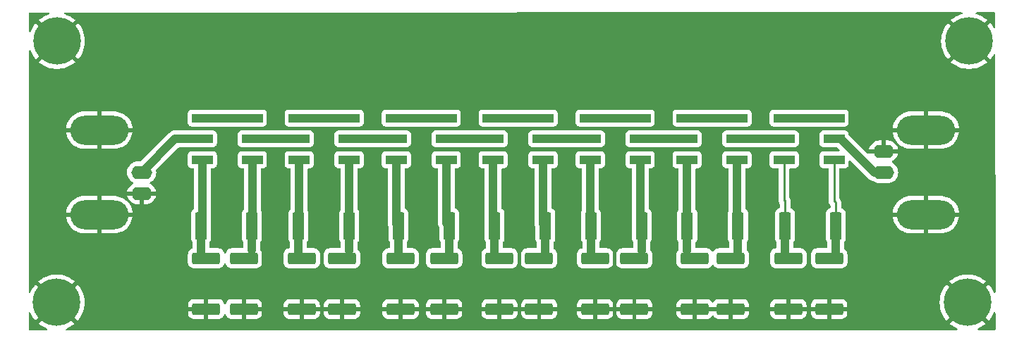
<source format=gtl>
%TF.GenerationSoftware,KiCad,Pcbnew,7.0.10-7.0.10~ubuntu22.04.1*%
%TF.CreationDate,2024-06-08T07:05:10-07:00*%
%TF.ProjectId,rf_attenuator_r3,72665f61-7474-4656-9e75-61746f725f72,rev?*%
%TF.SameCoordinates,Original*%
%TF.FileFunction,Copper,L1,Top*%
%TF.FilePolarity,Positive*%
%FSLAX46Y46*%
G04 Gerber Fmt 4.6, Leading zero omitted, Abs format (unit mm)*
G04 Created by KiCad (PCBNEW 7.0.10-7.0.10~ubuntu22.04.1) date 2024-06-08 07:05:10*
%MOMM*%
%LPD*%
G01*
G04 APERTURE LIST*
G04 Aperture macros list*
%AMRoundRect*
0 Rectangle with rounded corners*
0 $1 Rounding radius*
0 $2 $3 $4 $5 $6 $7 $8 $9 X,Y pos of 4 corners*
0 Add a 4 corners polygon primitive as box body*
4,1,4,$2,$3,$4,$5,$6,$7,$8,$9,$2,$3,0*
0 Add four circle primitives for the rounded corners*
1,1,$1+$1,$2,$3*
1,1,$1+$1,$4,$5*
1,1,$1+$1,$6,$7*
1,1,$1+$1,$8,$9*
0 Add four rect primitives between the rounded corners*
20,1,$1+$1,$2,$3,$4,$5,0*
20,1,$1+$1,$4,$5,$6,$7,0*
20,1,$1+$1,$6,$7,$8,$9,0*
20,1,$1+$1,$8,$9,$2,$3,0*%
G04 Aperture macros list end*
%TA.AperFunction,SMDPad,CuDef*%
%ADD10RoundRect,0.249999X-0.450001X-1.425001X0.450001X-1.425001X0.450001X1.425001X-0.450001X1.425001X0*%
%TD*%
%TA.AperFunction,SMDPad,CuDef*%
%ADD11R,2.500000X1.000000*%
%TD*%
%TA.AperFunction,SMDPad,CuDef*%
%ADD12RoundRect,0.249999X-1.425001X0.450001X-1.425001X-0.450001X1.425001X-0.450001X1.425001X0.450001X0*%
%TD*%
%TA.AperFunction,ComponentPad*%
%ADD13C,3.600000*%
%TD*%
%TA.AperFunction,ConnectorPad*%
%ADD14C,5.700000*%
%TD*%
%TA.AperFunction,ComponentPad*%
%ADD15O,7.000000X3.500000*%
%TD*%
%TA.AperFunction,ComponentPad*%
%ADD16O,2.500000X1.600000*%
%TD*%
%TA.AperFunction,ViaPad*%
%ADD17C,0.800000*%
%TD*%
%TA.AperFunction,Conductor*%
%ADD18C,0.250000*%
%TD*%
%TA.AperFunction,Conductor*%
%ADD19C,1.016000*%
%TD*%
G04 APERTURE END LIST*
D10*
%TO.P,R10,1*%
%TO.N,Net-(SW4B-C)*%
X137310400Y-93063600D03*
%TO.P,R10,2*%
%TO.N,Net-(SW4A-C)*%
X143410400Y-93063600D03*
%TD*%
D11*
%TO.P,SW7,1,A*%
%TO.N,Net-(SW7A-A)*%
X178079399Y-80090000D03*
%TO.P,SW7,2,B*%
%TO.N,Net-(J2-In)*%
X178079399Y-82590000D03*
%TO.P,SW7,3,C*%
%TO.N,Net-(SW7A-C)*%
X178079399Y-85090000D03*
%TO.P,SW7,4,A*%
%TO.N,Net-(SW7A-A)*%
X172079399Y-80090000D03*
%TO.P,SW7,5,B*%
%TO.N,Net-(SW6A-B)*%
X172079399Y-82590000D03*
%TO.P,SW7,6,C*%
%TO.N,Net-(SW7B-C)*%
X172079399Y-85090000D03*
%TD*%
%TO.P,SW1,1,A*%
%TO.N,Net-(SW1A-A)*%
X108229047Y-80090000D03*
%TO.P,SW1,2,B*%
%TO.N,Net-(SW1A-B)*%
X108229047Y-82590000D03*
%TO.P,SW1,3,C*%
%TO.N,Net-(SW1A-C)*%
X108229047Y-85090000D03*
%TO.P,SW1,4,A*%
%TO.N,Net-(SW1A-A)*%
X102229047Y-80090000D03*
%TO.P,SW1,5,B*%
%TO.N,Net-(J1-In)*%
X102229047Y-82590000D03*
%TO.P,SW1,6,C*%
%TO.N,Net-(SW1B-C)*%
X102229047Y-85090000D03*
%TD*%
D10*
%TO.P,R19,1*%
%TO.N,Net-(SW7B-C)*%
X172184600Y-93063600D03*
%TO.P,R19,2*%
%TO.N,Net-(SW7A-C)*%
X178284600Y-93063600D03*
%TD*%
%TO.P,R7,1*%
%TO.N,Net-(SW3B-C)*%
X125778800Y-93063600D03*
%TO.P,R7,2*%
%TO.N,Net-(SW3A-C)*%
X131878800Y-93063600D03*
%TD*%
D12*
%TO.P,R9,1*%
%TO.N,Net-(SW3A-C)*%
X131267200Y-96947800D03*
%TO.P,R9,2*%
%TO.N,GND*%
X131267200Y-103047800D03*
%TD*%
%TO.P,R14,1*%
%TO.N,Net-(SW5B-C)*%
X149377400Y-96947800D03*
%TO.P,R14,2*%
%TO.N,GND*%
X149377400Y-103047800D03*
%TD*%
D13*
%TO.P,H2,1,1*%
%TO.N,GND*%
X194106800Y-102260400D03*
D14*
X194106800Y-102260400D03*
%TD*%
D10*
%TO.P,R16,1*%
%TO.N,Net-(SW6B-C)*%
X160449800Y-93063600D03*
%TO.P,R16,2*%
%TO.N,Net-(SW6A-C)*%
X166549800Y-93063600D03*
%TD*%
D11*
%TO.P,SW3,1,A*%
%TO.N,Net-(SW3A-A)*%
X131512497Y-80090000D03*
%TO.P,SW3,2,B*%
%TO.N,Net-(SW3A-B)*%
X131512497Y-82590000D03*
%TO.P,SW3,3,C*%
%TO.N,Net-(SW3A-C)*%
X131512497Y-85090000D03*
%TO.P,SW3,4,A*%
%TO.N,Net-(SW3A-A)*%
X125512497Y-80090000D03*
%TO.P,SW3,5,B*%
%TO.N,Net-(SW2A-B)*%
X125512497Y-82590000D03*
%TO.P,SW3,6,C*%
%TO.N,Net-(SW3B-C)*%
X125512497Y-85090000D03*
%TD*%
D10*
%TO.P,R13,1*%
%TO.N,Net-(SW5B-C)*%
X148892800Y-93063600D03*
%TO.P,R13,2*%
%TO.N,Net-(SW5A-C)*%
X154992800Y-93063600D03*
%TD*%
D15*
%TO.P,J1,2,Ext*%
%TO.N,GND*%
X89865200Y-81534000D03*
D16*
X94945200Y-89154000D03*
D15*
X89865200Y-91694000D03*
D16*
%TO.P,J1,1,In*%
%TO.N,Net-(J1-In)*%
X94945200Y-86614000D03*
%TD*%
D13*
%TO.P,H3,1,1*%
%TO.N,GND*%
X84785200Y-70840600D03*
D14*
X84785200Y-70840600D03*
%TD*%
D12*
%TO.P,R15,1*%
%TO.N,Net-(SW5A-C)*%
X154101800Y-96947800D03*
%TO.P,R15,2*%
%TO.N,GND*%
X154101800Y-103047800D03*
%TD*%
D11*
%TO.P,SW4,1,A*%
%TO.N,Net-(SW4A-A)*%
X143154222Y-80090000D03*
%TO.P,SW4,2,B*%
%TO.N,Net-(SW4A-B)*%
X143154222Y-82590000D03*
%TO.P,SW4,3,C*%
%TO.N,Net-(SW4A-C)*%
X143154222Y-85090000D03*
%TO.P,SW4,4,A*%
%TO.N,Net-(SW4A-A)*%
X137154222Y-80090000D03*
%TO.P,SW4,5,B*%
%TO.N,Net-(SW3A-B)*%
X137154222Y-82590000D03*
%TO.P,SW4,6,C*%
%TO.N,Net-(SW4B-C)*%
X137154222Y-85090000D03*
%TD*%
D12*
%TO.P,R21,1*%
%TO.N,Net-(SW7A-C)*%
X177495200Y-96947800D03*
%TO.P,R21,2*%
%TO.N,GND*%
X177495200Y-103047800D03*
%TD*%
D16*
%TO.P,J2,1,In*%
%TO.N,Net-(J2-In)*%
X184023000Y-86614000D03*
D15*
%TO.P,J2,2,Ext*%
%TO.N,GND*%
X189103000Y-81534000D03*
D16*
X184023000Y-84074000D03*
D15*
X189103000Y-91694000D03*
%TD*%
D11*
%TO.P,SW6,1,A*%
%TO.N,Net-(SW6A-A)*%
X166437672Y-80090000D03*
%TO.P,SW6,2,B*%
%TO.N,Net-(SW6A-B)*%
X166437672Y-82590000D03*
%TO.P,SW6,3,C*%
%TO.N,Net-(SW6A-C)*%
X166437672Y-85090000D03*
%TO.P,SW6,4,A*%
%TO.N,Net-(SW6A-A)*%
X160437672Y-80090000D03*
%TO.P,SW6,5,B*%
%TO.N,Net-(SW5A-B)*%
X160437672Y-82590000D03*
%TO.P,SW6,6,C*%
%TO.N,Net-(SW6B-C)*%
X160437672Y-85090000D03*
%TD*%
D12*
%TO.P,R3,1*%
%TO.N,Net-(SW1A-C)*%
X107213400Y-96947800D03*
%TO.P,R3,2*%
%TO.N,GND*%
X107213400Y-103047800D03*
%TD*%
%TO.P,R8,1*%
%TO.N,Net-(SW3B-C)*%
X126034800Y-96947800D03*
%TO.P,R8,2*%
%TO.N,GND*%
X126034800Y-103047800D03*
%TD*%
%TO.P,R12,1*%
%TO.N,Net-(SW4A-C)*%
X142671800Y-96947800D03*
%TO.P,R12,2*%
%TO.N,GND*%
X142671800Y-103047800D03*
%TD*%
D13*
%TO.P,H1,1,1*%
%TO.N,GND*%
X194284600Y-70840600D03*
D14*
X194284600Y-70840600D03*
%TD*%
D11*
%TO.P,SW2,1,A*%
%TO.N,Net-(SW2A-A)*%
X119870772Y-80090000D03*
%TO.P,SW2,2,B*%
%TO.N,Net-(SW2A-B)*%
X119870772Y-82590000D03*
%TO.P,SW2,3,C*%
%TO.N,Net-(SW2A-C)*%
X119870772Y-85090000D03*
%TO.P,SW2,4,A*%
%TO.N,Net-(SW2A-A)*%
X113870772Y-80090000D03*
%TO.P,SW2,5,B*%
%TO.N,Net-(SW1A-B)*%
X113870772Y-82590000D03*
%TO.P,SW2,6,C*%
%TO.N,Net-(SW2B-C)*%
X113870772Y-85090000D03*
%TD*%
D12*
%TO.P,R18,1*%
%TO.N,Net-(SW6A-C)*%
X165684200Y-96947800D03*
%TO.P,R18,2*%
%TO.N,GND*%
X165684200Y-103047800D03*
%TD*%
%TO.P,R2,1*%
%TO.N,Net-(SW1B-C)*%
X102692200Y-96947800D03*
%TO.P,R2,2*%
%TO.N,GND*%
X102692200Y-103047800D03*
%TD*%
%TO.P,R6,1*%
%TO.N,Net-(SW2A-C)*%
X118999000Y-96947800D03*
%TO.P,R6,2*%
%TO.N,GND*%
X118999000Y-103047800D03*
%TD*%
%TO.P,R5,1*%
%TO.N,Net-(SW2B-C)*%
X114173000Y-96947800D03*
%TO.P,R5,2*%
%TO.N,GND*%
X114173000Y-103047800D03*
%TD*%
%TO.P,R17,1*%
%TO.N,Net-(SW6B-C)*%
X161340800Y-96947800D03*
%TO.P,R17,2*%
%TO.N,GND*%
X161340800Y-103047800D03*
%TD*%
%TO.P,R11,1*%
%TO.N,Net-(SW4B-C)*%
X137922000Y-96947800D03*
%TO.P,R11,2*%
%TO.N,GND*%
X137922000Y-103047800D03*
%TD*%
D10*
%TO.P,R1,1*%
%TO.N,Net-(SW1B-C)*%
X102080600Y-93063600D03*
%TO.P,R1,2*%
%TO.N,Net-(SW1A-C)*%
X108180600Y-93063600D03*
%TD*%
D13*
%TO.P,H4,1,1*%
%TO.N,GND*%
X84734400Y-102260400D03*
D14*
X84734400Y-102260400D03*
%TD*%
D12*
%TO.P,R20,1*%
%TO.N,Net-(SW7B-C)*%
X172593000Y-96947800D03*
%TO.P,R20,2*%
%TO.N,GND*%
X172593000Y-103047800D03*
%TD*%
D10*
%TO.P,R4,1*%
%TO.N,Net-(SW2B-C)*%
X113766600Y-93063600D03*
%TO.P,R4,2*%
%TO.N,Net-(SW2A-C)*%
X119866600Y-93063600D03*
%TD*%
D11*
%TO.P,SW5,1,A*%
%TO.N,Net-(SW5A-A)*%
X154795947Y-80090000D03*
%TO.P,SW5,2,B*%
%TO.N,Net-(SW5A-B)*%
X154795947Y-82590000D03*
%TO.P,SW5,3,C*%
%TO.N,Net-(SW5A-C)*%
X154795947Y-85090000D03*
%TO.P,SW5,4,A*%
%TO.N,Net-(SW5A-A)*%
X148795947Y-80090000D03*
%TO.P,SW5,5,B*%
%TO.N,Net-(SW4A-B)*%
X148795947Y-82590000D03*
%TO.P,SW5,6,C*%
%TO.N,Net-(SW5B-C)*%
X148795947Y-85090000D03*
%TD*%
D17*
%TO.N,GND*%
X180721000Y-76428600D03*
X180721000Y-80797400D03*
X180848000Y-86918800D03*
X180721000Y-98272600D03*
X180721000Y-89535000D03*
X180721000Y-93903800D03*
X180721000Y-102641400D03*
X169164000Y-76479400D03*
X169164000Y-80848200D03*
X169164000Y-85217000D03*
X169164000Y-98323400D03*
X169164000Y-89585800D03*
X169164000Y-93954600D03*
X169164000Y-102692200D03*
X157607000Y-76149200D03*
X157607000Y-80518000D03*
X157607000Y-84886800D03*
X157607000Y-97993200D03*
X157607000Y-89255600D03*
X157607000Y-93624400D03*
X157607000Y-102362000D03*
X146024600Y-76479400D03*
X146024600Y-80848200D03*
X146024600Y-85217000D03*
X146024600Y-98323400D03*
X146024600Y-89585800D03*
X146024600Y-93954600D03*
X146024600Y-102692200D03*
X134315200Y-76479400D03*
X134315200Y-80848200D03*
X134315200Y-85217000D03*
X134315200Y-98323400D03*
X134315200Y-89585800D03*
X134315200Y-93954600D03*
X134315200Y-102692200D03*
X122580400Y-76352400D03*
X122580400Y-80721200D03*
X122580400Y-85090000D03*
X122580400Y-98196400D03*
X122580400Y-89458800D03*
X122580400Y-93827600D03*
X122580400Y-102565200D03*
X110998000Y-93878400D03*
X110998000Y-80772000D03*
X110998000Y-98247200D03*
X110998000Y-89509600D03*
X110998000Y-85140800D03*
X110998000Y-102616000D03*
X110998000Y-76403200D03*
X99060000Y-102768400D03*
X99060000Y-76555600D03*
X190398400Y-76403200D03*
X183540400Y-80873600D03*
X106603800Y-72542400D03*
X94386400Y-72694800D03*
X99060000Y-85293200D03*
X194106800Y-90017600D03*
X163830000Y-74345800D03*
X92405200Y-101066600D03*
X186842400Y-96443800D03*
X169773600Y-73685400D03*
X150393400Y-74853800D03*
X87782400Y-85496400D03*
X99060000Y-89662000D03*
X180416200Y-72542400D03*
X194513200Y-82194400D03*
X182397400Y-98425000D03*
X137439400Y-71958200D03*
X184124600Y-89611200D03*
X86385400Y-88036400D03*
X91592400Y-86893400D03*
X99060000Y-98399600D03*
X187502800Y-87299800D03*
X119202200Y-71704200D03*
X84328000Y-82600800D03*
X99060000Y-80924400D03*
X99060000Y-94030800D03*
X191389000Y-87223600D03*
X94894400Y-81762600D03*
%TD*%
D18*
%TO.N,GND*%
X189011400Y-82590000D02*
X189189600Y-82768200D01*
X189128400Y-82829400D02*
X189189600Y-82768200D01*
D19*
%TO.N,Net-(J1-In)*%
X98969200Y-82590000D02*
X94945200Y-86614000D01*
D18*
X102167447Y-82651600D02*
X102229047Y-82590000D01*
D19*
X102229047Y-82590000D02*
X98969200Y-82590000D01*
D18*
%TO.N,Net-(J2-In)*%
X182905400Y-86614000D02*
X184023000Y-86614000D01*
X178079399Y-82590000D02*
X178881400Y-82590000D01*
D19*
X178881400Y-82590000D02*
X182905400Y-86614000D01*
D18*
%TO.N,Net-(SW1A-C)*%
X108180600Y-95980600D02*
X107213400Y-96947800D01*
X108229047Y-93015153D02*
X108180600Y-93063600D01*
D19*
X108180600Y-93063600D02*
X108180600Y-95980600D01*
X108229047Y-85090000D02*
X108229047Y-93015153D01*
%TO.N,Net-(SW1B-C)*%
X102229047Y-85090000D02*
X102229047Y-92915153D01*
D18*
X102080600Y-96336200D02*
X102692200Y-96947800D01*
X102406847Y-92737353D02*
X102080600Y-93063600D01*
X102229047Y-92915153D02*
X102080600Y-93063600D01*
D19*
X102080600Y-93063600D02*
X102080600Y-96336200D01*
%TO.N,Net-(SW1A-A)*%
X102229047Y-80090000D02*
X108229047Y-80090000D01*
D18*
%TO.N,Net-(SW2A-C)*%
X119866600Y-96080200D02*
X118999000Y-96947800D01*
D19*
X119870772Y-85090000D02*
X119870772Y-93059428D01*
X119866600Y-93063600D02*
X119866600Y-96080200D01*
D18*
X119870772Y-93059428D02*
X119866600Y-93063600D01*
D19*
%TO.N,Net-(SW2B-C)*%
X113766600Y-93063600D02*
X113766600Y-96541400D01*
X113870772Y-85090000D02*
X113870772Y-92959428D01*
D18*
X113766600Y-96541400D02*
X114173000Y-96947800D01*
X113870772Y-92959428D02*
X113766600Y-93063600D01*
%TO.N,Net-(SW3A-C)*%
X131512497Y-92697297D02*
X131878800Y-93063600D01*
X131878800Y-96336200D02*
X131267200Y-96947800D01*
D19*
X131512497Y-85090000D02*
X131512497Y-92697297D01*
X131878800Y-93063600D02*
X131878800Y-96336200D01*
%TO.N,Net-(SW3B-C)*%
X125512497Y-85090000D02*
X125512497Y-92797297D01*
D18*
X125512497Y-92797297D02*
X125778800Y-93063600D01*
D19*
X125778800Y-93063600D02*
X125778800Y-96691800D01*
D18*
X125778800Y-96691800D02*
X126034800Y-96947800D01*
D19*
%TO.N,Net-(SW4A-C)*%
X143410400Y-93063600D02*
X143410400Y-96209200D01*
D18*
X143410400Y-96209200D02*
X142671800Y-96947800D01*
X143154222Y-92807422D02*
X143410400Y-93063600D01*
D19*
X143154222Y-85090000D02*
X143154222Y-92807422D01*
%TO.N,Net-(SW4B-C)*%
X137310400Y-93063600D02*
X137310400Y-96336200D01*
X137154222Y-85090000D02*
X137154222Y-92907422D01*
D18*
X137154222Y-92907422D02*
X137310400Y-93063600D01*
X137310400Y-96336200D02*
X137922000Y-96947800D01*
D19*
%TO.N,Net-(SW5A-C)*%
X154795947Y-85090000D02*
X154795947Y-92866747D01*
D18*
X154992800Y-96056800D02*
X154101800Y-96947800D01*
X154795947Y-92866747D02*
X154992800Y-93063600D01*
D19*
X154992800Y-93063600D02*
X154992800Y-96056800D01*
%TO.N,Net-(SW5B-C)*%
X148795947Y-85090000D02*
X148795947Y-92966747D01*
D18*
X148795947Y-92966747D02*
X148892800Y-93063600D01*
D19*
X148892800Y-93063600D02*
X148892800Y-96463200D01*
D18*
X148892800Y-96463200D02*
X149377400Y-96947800D01*
D19*
%TO.N,Net-(SW6A-C)*%
X166437672Y-85090000D02*
X166437672Y-92951472D01*
D18*
X166437672Y-92951472D02*
X166549800Y-93063600D01*
X166549800Y-96082200D02*
X165684200Y-96947800D01*
D19*
X166549800Y-93063600D02*
X166549800Y-96082200D01*
D18*
%TO.N,Net-(SW6B-C)*%
X160437672Y-93051472D02*
X160449800Y-93063600D01*
D19*
X160437672Y-85090000D02*
X160437672Y-93051472D01*
X160449800Y-93063600D02*
X160449800Y-96056800D01*
D18*
X160449800Y-96056800D02*
X161340800Y-96947800D01*
%TO.N,Net-(SW7A-C)*%
X178284600Y-96158400D02*
X177495200Y-96947800D01*
X178257199Y-93036199D02*
X178284600Y-93063600D01*
X178079399Y-85090000D02*
X178079399Y-90017600D01*
X178284600Y-90222801D02*
X178079399Y-90017600D01*
D19*
X178284600Y-93063600D02*
X178284600Y-96158400D01*
D18*
X178079399Y-90017600D02*
X178079399Y-90091799D01*
X178284600Y-93063600D02*
X178284600Y-90222801D01*
%TO.N,Net-(SW7B-C)*%
X172257199Y-92991001D02*
X172184600Y-93063600D01*
X172079399Y-85090000D02*
X172079399Y-89890600D01*
X172184600Y-96539400D02*
X172593000Y-96947800D01*
X172079399Y-89890600D02*
X172079399Y-90046601D01*
D19*
X172184600Y-93063600D02*
X172184600Y-96539400D01*
D18*
X172184600Y-93063600D02*
X172184600Y-89995801D01*
X172184600Y-89995801D02*
X172079399Y-89890600D01*
D19*
%TO.N,Net-(SW2A-A)*%
X113870772Y-80090000D02*
X119870772Y-80090000D01*
%TO.N,Net-(SW2A-B)*%
X119870772Y-82590000D02*
X125512497Y-82590000D01*
%TO.N,Net-(SW3A-A)*%
X125512497Y-80090000D02*
X131512497Y-80090000D01*
%TO.N,Net-(SW3A-B)*%
X131512497Y-82590000D02*
X137154222Y-82590000D01*
%TO.N,Net-(SW4A-A)*%
X137154222Y-80090000D02*
X143154222Y-80090000D01*
%TO.N,Net-(SW4A-B)*%
X143154222Y-82590000D02*
X148795947Y-82590000D01*
%TO.N,Net-(SW5A-A)*%
X148795947Y-80090000D02*
X154795947Y-80090000D01*
%TO.N,Net-(SW5A-B)*%
X154795947Y-82590000D02*
X160437672Y-82590000D01*
%TO.N,Net-(SW6A-A)*%
X160437672Y-80090000D02*
X166437672Y-80090000D01*
%TO.N,Net-(SW6A-B)*%
X166437672Y-82590000D02*
X172079399Y-82590000D01*
%TO.N,Net-(SW7A-A)*%
X172079399Y-80090000D02*
X178079399Y-80090000D01*
%TO.N,Net-(SW1A-B)*%
X108229047Y-82590000D02*
X113870772Y-82590000D01*
%TD*%
%TA.AperFunction,Conductor*%
%TO.N,GND*%
G36*
X83599530Y-103395270D02*
G01*
X83790218Y-103558132D01*
X82546288Y-104802062D01*
X82546288Y-104802064D01*
X82562470Y-104817392D01*
X82562471Y-104817393D01*
X82851666Y-105037232D01*
X82851682Y-105037243D01*
X83162922Y-105224509D01*
X83162935Y-105224516D01*
X83492605Y-105377039D01*
X83492609Y-105377040D01*
X83549449Y-105396192D01*
X83606694Y-105436252D01*
X83633194Y-105500901D01*
X83620534Y-105569615D01*
X83572735Y-105620576D01*
X83509910Y-105637701D01*
X81506154Y-105638578D01*
X81439106Y-105618923D01*
X81393328Y-105566139D01*
X81382100Y-105514578D01*
X81382100Y-104885471D01*
X81382495Y-104290697D01*
X81382989Y-103545810D01*
X81402718Y-103478786D01*
X81455552Y-103433066D01*
X81524717Y-103423169D01*
X81588254Y-103452236D01*
X81622182Y-103499998D01*
X81689552Y-103669083D01*
X81689561Y-103669102D01*
X81859716Y-103990047D01*
X81859718Y-103990051D01*
X82063570Y-104290709D01*
X82063577Y-104290719D01*
X82195369Y-104445875D01*
X82195370Y-104445875D01*
X83436666Y-103204580D01*
X83599530Y-103395270D01*
G37*
%TD.AperFunction*%
%TA.AperFunction,Conductor*%
G36*
X193432763Y-67381360D02*
G01*
X193478529Y-67434154D01*
X193488488Y-67503310D01*
X193459477Y-67566872D01*
X193400707Y-67604659D01*
X193392413Y-67606789D01*
X193387060Y-67607967D01*
X193042810Y-67723959D01*
X193042805Y-67723960D01*
X192713135Y-67876483D01*
X192713122Y-67876490D01*
X192401882Y-68063756D01*
X192401866Y-68063767D01*
X192112675Y-68283602D01*
X192096488Y-68298935D01*
X192096487Y-68298935D01*
X193340419Y-69542866D01*
X193149730Y-69705730D01*
X192986866Y-69896418D01*
X191745570Y-68655122D01*
X191745569Y-68655123D01*
X191613777Y-68810280D01*
X191613770Y-68810290D01*
X191409918Y-69110948D01*
X191409916Y-69110952D01*
X191239761Y-69431897D01*
X191239752Y-69431915D01*
X191105297Y-69769372D01*
X191105295Y-69769379D01*
X191008119Y-70119377D01*
X191008117Y-70119385D01*
X190949346Y-70477871D01*
X190929680Y-70840597D01*
X190929680Y-70840602D01*
X190949346Y-71203328D01*
X191008117Y-71561814D01*
X191008119Y-71561822D01*
X191105295Y-71911820D01*
X191105297Y-71911827D01*
X191239752Y-72249284D01*
X191239761Y-72249302D01*
X191409916Y-72570247D01*
X191409918Y-72570251D01*
X191613770Y-72870909D01*
X191613777Y-72870919D01*
X191745569Y-73026075D01*
X191745570Y-73026075D01*
X192986866Y-71784780D01*
X193149730Y-71975470D01*
X193340418Y-72138332D01*
X192096488Y-73382262D01*
X192096488Y-73382264D01*
X192112670Y-73397592D01*
X192112671Y-73397593D01*
X192401866Y-73617432D01*
X192401882Y-73617443D01*
X192713122Y-73804709D01*
X192713135Y-73804716D01*
X193042805Y-73957239D01*
X193042810Y-73957240D01*
X193387061Y-74073232D01*
X193741835Y-74151324D01*
X194102966Y-74190599D01*
X194102974Y-74190600D01*
X194466226Y-74190600D01*
X194466233Y-74190599D01*
X194827364Y-74151324D01*
X195182138Y-74073232D01*
X195526389Y-73957240D01*
X195526394Y-73957239D01*
X195856064Y-73804716D01*
X195856077Y-73804709D01*
X196167317Y-73617443D01*
X196167333Y-73617432D01*
X196456529Y-73397592D01*
X196472710Y-73382264D01*
X196472710Y-73382263D01*
X195228780Y-72138333D01*
X195419470Y-71975470D01*
X195582333Y-71784780D01*
X196823628Y-73026075D01*
X196823629Y-73026075D01*
X196955427Y-72870911D01*
X196955438Y-72870897D01*
X197159280Y-72570252D01*
X197204087Y-72485738D01*
X197252880Y-72435728D01*
X197320965Y-72420036D01*
X197386725Y-72443645D01*
X197429282Y-72499059D01*
X197437643Y-72543738D01*
X197456532Y-100970610D01*
X197436892Y-101037662D01*
X197384118Y-101083452D01*
X197314967Y-101093442D01*
X197251392Y-101064459D01*
X197217339Y-101016589D01*
X197151647Y-100851715D01*
X197151638Y-100851697D01*
X196981483Y-100530752D01*
X196981481Y-100530748D01*
X196777629Y-100230090D01*
X196777622Y-100230080D01*
X196645829Y-100074923D01*
X196645828Y-100074923D01*
X195404532Y-101316218D01*
X195241670Y-101125530D01*
X195050980Y-100962666D01*
X196294910Y-99718736D01*
X196294910Y-99718734D01*
X196278729Y-99703407D01*
X196278728Y-99703406D01*
X195989533Y-99483567D01*
X195989517Y-99483556D01*
X195678277Y-99296290D01*
X195678264Y-99296283D01*
X195348594Y-99143760D01*
X195348589Y-99143759D01*
X195004338Y-99027767D01*
X194649564Y-98949675D01*
X194288433Y-98910400D01*
X193925166Y-98910400D01*
X193564035Y-98949675D01*
X193209261Y-99027767D01*
X192865010Y-99143759D01*
X192865005Y-99143760D01*
X192535335Y-99296283D01*
X192535322Y-99296290D01*
X192224082Y-99483556D01*
X192224066Y-99483567D01*
X191934875Y-99703402D01*
X191918688Y-99718735D01*
X191918687Y-99718735D01*
X193162619Y-100962666D01*
X192971930Y-101125530D01*
X192809066Y-101316218D01*
X191567770Y-100074922D01*
X191567769Y-100074923D01*
X191435977Y-100230080D01*
X191435970Y-100230090D01*
X191232118Y-100530748D01*
X191232116Y-100530752D01*
X191061961Y-100851697D01*
X191061952Y-100851715D01*
X190927497Y-101189172D01*
X190927495Y-101189179D01*
X190830319Y-101539177D01*
X190830317Y-101539185D01*
X190771546Y-101897671D01*
X190751880Y-102260397D01*
X190751880Y-102260402D01*
X190771546Y-102623128D01*
X190830317Y-102981614D01*
X190830319Y-102981622D01*
X190927495Y-103331620D01*
X190927497Y-103331627D01*
X191061952Y-103669084D01*
X191061961Y-103669102D01*
X191232116Y-103990047D01*
X191232118Y-103990051D01*
X191435970Y-104290709D01*
X191435977Y-104290719D01*
X191567769Y-104445875D01*
X191567770Y-104445875D01*
X192809066Y-103204580D01*
X192971930Y-103395270D01*
X193162618Y-103558132D01*
X191918688Y-104802062D01*
X191918688Y-104802064D01*
X191934870Y-104817392D01*
X191934871Y-104817393D01*
X192224066Y-105037232D01*
X192224082Y-105037243D01*
X192535322Y-105224509D01*
X192535335Y-105224516D01*
X192813734Y-105353318D01*
X192866312Y-105399332D01*
X192885666Y-105466468D01*
X192865652Y-105533409D01*
X192812623Y-105578904D01*
X192761722Y-105589857D01*
X85962184Y-105636627D01*
X85895136Y-105616972D01*
X85849358Y-105564188D01*
X85839384Y-105495034D01*
X85868382Y-105431465D01*
X85922538Y-105395118D01*
X85976185Y-105377042D01*
X85976194Y-105377039D01*
X86305864Y-105224516D01*
X86305877Y-105224509D01*
X86617117Y-105037243D01*
X86617133Y-105037232D01*
X86906329Y-104817392D01*
X86922510Y-104802064D01*
X86922510Y-104802063D01*
X85678580Y-103558133D01*
X85869270Y-103395270D01*
X86032133Y-103204580D01*
X87273428Y-104445875D01*
X87273429Y-104445875D01*
X87405227Y-104290711D01*
X87405238Y-104290697D01*
X87609081Y-103990051D01*
X87609083Y-103990047D01*
X87779238Y-103669102D01*
X87779247Y-103669084D01*
X87913702Y-103331627D01*
X87913704Y-103331620D01*
X87923094Y-103297800D01*
X100517201Y-103297800D01*
X100517201Y-103547786D01*
X100527694Y-103650496D01*
X100527694Y-103650498D01*
X100582840Y-103816919D01*
X100582845Y-103816930D01*
X100674880Y-103966140D01*
X100674883Y-103966144D01*
X100798855Y-104090116D01*
X100798859Y-104090119D01*
X100948069Y-104182154D01*
X100948080Y-104182159D01*
X101114502Y-104237305D01*
X101217220Y-104247799D01*
X102442199Y-104247799D01*
X102442200Y-104247798D01*
X102442200Y-103297800D01*
X100517201Y-103297800D01*
X87923094Y-103297800D01*
X88010880Y-102981622D01*
X88010882Y-102981614D01*
X88041017Y-102797800D01*
X100517200Y-102797800D01*
X102442200Y-102797800D01*
X102442200Y-101847800D01*
X102942200Y-101847800D01*
X102942200Y-104247799D01*
X104167172Y-104247799D01*
X104167186Y-104247798D01*
X104269896Y-104237305D01*
X104269898Y-104237305D01*
X104436319Y-104182159D01*
X104436330Y-104182154D01*
X104585540Y-104090119D01*
X104585544Y-104090116D01*
X104709516Y-103966144D01*
X104709519Y-103966140D01*
X104801554Y-103816930D01*
X104801559Y-103816919D01*
X104835094Y-103715718D01*
X104874866Y-103658273D01*
X104939382Y-103631450D01*
X105008158Y-103643765D01*
X105059358Y-103691308D01*
X105070506Y-103715718D01*
X105104040Y-103816919D01*
X105104045Y-103816930D01*
X105196080Y-103966140D01*
X105196083Y-103966144D01*
X105320055Y-104090116D01*
X105320059Y-104090119D01*
X105469269Y-104182154D01*
X105469280Y-104182159D01*
X105635702Y-104237305D01*
X105738420Y-104247799D01*
X106963399Y-104247799D01*
X106963400Y-104247798D01*
X106963400Y-103297800D01*
X107463400Y-103297800D01*
X107463400Y-104247799D01*
X108688372Y-104247799D01*
X108688386Y-104247798D01*
X108791096Y-104237305D01*
X108791098Y-104237305D01*
X108957519Y-104182159D01*
X108957530Y-104182154D01*
X109106740Y-104090119D01*
X109106744Y-104090116D01*
X109230716Y-103966144D01*
X109230719Y-103966140D01*
X109322754Y-103816930D01*
X109322759Y-103816919D01*
X109377905Y-103650497D01*
X109388399Y-103547786D01*
X109388400Y-103547773D01*
X109388400Y-103297800D01*
X111998001Y-103297800D01*
X111998001Y-103547786D01*
X112008494Y-103650496D01*
X112008494Y-103650498D01*
X112063640Y-103816919D01*
X112063645Y-103816930D01*
X112155680Y-103966140D01*
X112155683Y-103966144D01*
X112279655Y-104090116D01*
X112279659Y-104090119D01*
X112428869Y-104182154D01*
X112428880Y-104182159D01*
X112595302Y-104237305D01*
X112698020Y-104247799D01*
X113922999Y-104247799D01*
X113923000Y-104247798D01*
X113923000Y-103297800D01*
X114423000Y-103297800D01*
X114423000Y-104247799D01*
X115647972Y-104247799D01*
X115647986Y-104247798D01*
X115750696Y-104237305D01*
X115750698Y-104237305D01*
X115917119Y-104182159D01*
X115917130Y-104182154D01*
X116066340Y-104090119D01*
X116066344Y-104090116D01*
X116190316Y-103966144D01*
X116190319Y-103966140D01*
X116282354Y-103816930D01*
X116282359Y-103816919D01*
X116337505Y-103650497D01*
X116347999Y-103547786D01*
X116348000Y-103547773D01*
X116348000Y-103297800D01*
X116824001Y-103297800D01*
X116824001Y-103547786D01*
X116834494Y-103650496D01*
X116834494Y-103650498D01*
X116889640Y-103816919D01*
X116889645Y-103816930D01*
X116981680Y-103966140D01*
X116981683Y-103966144D01*
X117105655Y-104090116D01*
X117105659Y-104090119D01*
X117254869Y-104182154D01*
X117254880Y-104182159D01*
X117421302Y-104237305D01*
X117524020Y-104247799D01*
X118748999Y-104247799D01*
X118749000Y-104247798D01*
X118749000Y-103297800D01*
X119249000Y-103297800D01*
X119249000Y-104247799D01*
X120473972Y-104247799D01*
X120473986Y-104247798D01*
X120576696Y-104237305D01*
X120576698Y-104237305D01*
X120743119Y-104182159D01*
X120743130Y-104182154D01*
X120892340Y-104090119D01*
X120892344Y-104090116D01*
X121016316Y-103966144D01*
X121016319Y-103966140D01*
X121108354Y-103816930D01*
X121108359Y-103816919D01*
X121163505Y-103650497D01*
X121173999Y-103547786D01*
X121174000Y-103547773D01*
X121174000Y-103297800D01*
X123859801Y-103297800D01*
X123859801Y-103547786D01*
X123870294Y-103650496D01*
X123870294Y-103650498D01*
X123925440Y-103816919D01*
X123925445Y-103816930D01*
X124017480Y-103966140D01*
X124017483Y-103966144D01*
X124141455Y-104090116D01*
X124141459Y-104090119D01*
X124290669Y-104182154D01*
X124290680Y-104182159D01*
X124457102Y-104237305D01*
X124559820Y-104247799D01*
X125784799Y-104247799D01*
X125784800Y-104247798D01*
X125784800Y-103297800D01*
X126284800Y-103297800D01*
X126284800Y-104247799D01*
X127509772Y-104247799D01*
X127509786Y-104247798D01*
X127612496Y-104237305D01*
X127612498Y-104237305D01*
X127778919Y-104182159D01*
X127778930Y-104182154D01*
X127928140Y-104090119D01*
X127928144Y-104090116D01*
X128052116Y-103966144D01*
X128052119Y-103966140D01*
X128144154Y-103816930D01*
X128144159Y-103816919D01*
X128199305Y-103650497D01*
X128209799Y-103547786D01*
X128209800Y-103547773D01*
X128209800Y-103297800D01*
X129092201Y-103297800D01*
X129092201Y-103547786D01*
X129102694Y-103650496D01*
X129102694Y-103650498D01*
X129157840Y-103816919D01*
X129157845Y-103816930D01*
X129249880Y-103966140D01*
X129249883Y-103966144D01*
X129373855Y-104090116D01*
X129373859Y-104090119D01*
X129523069Y-104182154D01*
X129523080Y-104182159D01*
X129689502Y-104237305D01*
X129792220Y-104247799D01*
X131017199Y-104247799D01*
X131017200Y-104247798D01*
X131017200Y-103297800D01*
X131517200Y-103297800D01*
X131517200Y-104247799D01*
X132742172Y-104247799D01*
X132742186Y-104247798D01*
X132844896Y-104237305D01*
X132844898Y-104237305D01*
X133011319Y-104182159D01*
X133011330Y-104182154D01*
X133160540Y-104090119D01*
X133160544Y-104090116D01*
X133284516Y-103966144D01*
X133284519Y-103966140D01*
X133376554Y-103816930D01*
X133376559Y-103816919D01*
X133431705Y-103650497D01*
X133442199Y-103547786D01*
X133442200Y-103547773D01*
X133442200Y-103297800D01*
X135747001Y-103297800D01*
X135747001Y-103547786D01*
X135757494Y-103650496D01*
X135757494Y-103650498D01*
X135812640Y-103816919D01*
X135812645Y-103816930D01*
X135904680Y-103966140D01*
X135904683Y-103966144D01*
X136028655Y-104090116D01*
X136028659Y-104090119D01*
X136177869Y-104182154D01*
X136177880Y-104182159D01*
X136344302Y-104237305D01*
X136447020Y-104247799D01*
X137671999Y-104247799D01*
X137672000Y-104247798D01*
X137672000Y-103297800D01*
X138172000Y-103297800D01*
X138172000Y-104247799D01*
X139396972Y-104247799D01*
X139396986Y-104247798D01*
X139499696Y-104237305D01*
X139499698Y-104237305D01*
X139666119Y-104182159D01*
X139666130Y-104182154D01*
X139815340Y-104090119D01*
X139815344Y-104090116D01*
X139939316Y-103966144D01*
X139939319Y-103966140D01*
X140031354Y-103816930D01*
X140031359Y-103816919D01*
X140086505Y-103650497D01*
X140096999Y-103547786D01*
X140097000Y-103547773D01*
X140097000Y-103297800D01*
X140496801Y-103297800D01*
X140496801Y-103547786D01*
X140507294Y-103650496D01*
X140507294Y-103650498D01*
X140562440Y-103816919D01*
X140562445Y-103816930D01*
X140654480Y-103966140D01*
X140654483Y-103966144D01*
X140778455Y-104090116D01*
X140778459Y-104090119D01*
X140927669Y-104182154D01*
X140927680Y-104182159D01*
X141094102Y-104237305D01*
X141196820Y-104247799D01*
X142421799Y-104247799D01*
X142421800Y-104247798D01*
X142421800Y-103297800D01*
X142921800Y-103297800D01*
X142921800Y-104247799D01*
X144146772Y-104247799D01*
X144146786Y-104247798D01*
X144249496Y-104237305D01*
X144249498Y-104237305D01*
X144415919Y-104182159D01*
X144415930Y-104182154D01*
X144565140Y-104090119D01*
X144565144Y-104090116D01*
X144689116Y-103966144D01*
X144689119Y-103966140D01*
X144781154Y-103816930D01*
X144781159Y-103816919D01*
X144836305Y-103650497D01*
X144846799Y-103547786D01*
X144846800Y-103547773D01*
X144846800Y-103297800D01*
X147202401Y-103297800D01*
X147202401Y-103547786D01*
X147212894Y-103650496D01*
X147212894Y-103650498D01*
X147268040Y-103816919D01*
X147268045Y-103816930D01*
X147360080Y-103966140D01*
X147360083Y-103966144D01*
X147484055Y-104090116D01*
X147484059Y-104090119D01*
X147633269Y-104182154D01*
X147633280Y-104182159D01*
X147799702Y-104237305D01*
X147902420Y-104247799D01*
X149127399Y-104247799D01*
X149127400Y-104247798D01*
X149127400Y-103297800D01*
X149627400Y-103297800D01*
X149627400Y-104247799D01*
X150852372Y-104247799D01*
X150852386Y-104247798D01*
X150955096Y-104237305D01*
X150955098Y-104237305D01*
X151121519Y-104182159D01*
X151121530Y-104182154D01*
X151270740Y-104090119D01*
X151270744Y-104090116D01*
X151394716Y-103966144D01*
X151394719Y-103966140D01*
X151486754Y-103816930D01*
X151486759Y-103816919D01*
X151541905Y-103650497D01*
X151552399Y-103547786D01*
X151552400Y-103547773D01*
X151552400Y-103297800D01*
X151926801Y-103297800D01*
X151926801Y-103547786D01*
X151937294Y-103650496D01*
X151937294Y-103650498D01*
X151992440Y-103816919D01*
X151992445Y-103816930D01*
X152084480Y-103966140D01*
X152084483Y-103966144D01*
X152208455Y-104090116D01*
X152208459Y-104090119D01*
X152357669Y-104182154D01*
X152357680Y-104182159D01*
X152524102Y-104237305D01*
X152626820Y-104247799D01*
X153851799Y-104247799D01*
X153851800Y-104247798D01*
X153851800Y-103297800D01*
X154351800Y-103297800D01*
X154351800Y-104247799D01*
X155576772Y-104247799D01*
X155576786Y-104247798D01*
X155679496Y-104237305D01*
X155679498Y-104237305D01*
X155845919Y-104182159D01*
X155845930Y-104182154D01*
X155995140Y-104090119D01*
X155995144Y-104090116D01*
X156119116Y-103966144D01*
X156119119Y-103966140D01*
X156211154Y-103816930D01*
X156211159Y-103816919D01*
X156266305Y-103650497D01*
X156276799Y-103547786D01*
X156276800Y-103547773D01*
X156276800Y-103297800D01*
X159165801Y-103297800D01*
X159165801Y-103547786D01*
X159176294Y-103650496D01*
X159176294Y-103650498D01*
X159231440Y-103816919D01*
X159231445Y-103816930D01*
X159323480Y-103966140D01*
X159323483Y-103966144D01*
X159447455Y-104090116D01*
X159447459Y-104090119D01*
X159596669Y-104182154D01*
X159596680Y-104182159D01*
X159763102Y-104237305D01*
X159865820Y-104247799D01*
X161090799Y-104247799D01*
X161090800Y-104247798D01*
X161090800Y-103297800D01*
X161590800Y-103297800D01*
X161590800Y-104247799D01*
X162815772Y-104247799D01*
X162815786Y-104247798D01*
X162918496Y-104237305D01*
X162918498Y-104237305D01*
X163084919Y-104182159D01*
X163084930Y-104182154D01*
X163234140Y-104090119D01*
X163234144Y-104090116D01*
X163358116Y-103966144D01*
X163358119Y-103966140D01*
X163406962Y-103886955D01*
X163458910Y-103840230D01*
X163527872Y-103829009D01*
X163591954Y-103856852D01*
X163618038Y-103886955D01*
X163666880Y-103966140D01*
X163666883Y-103966144D01*
X163790855Y-104090116D01*
X163790859Y-104090119D01*
X163940069Y-104182154D01*
X163940080Y-104182159D01*
X164106502Y-104237305D01*
X164209220Y-104247799D01*
X165434199Y-104247799D01*
X165434200Y-104247798D01*
X165434200Y-103297800D01*
X165934200Y-103297800D01*
X165934200Y-104247799D01*
X167159172Y-104247799D01*
X167159186Y-104247798D01*
X167261896Y-104237305D01*
X167261898Y-104237305D01*
X167428319Y-104182159D01*
X167428330Y-104182154D01*
X167577540Y-104090119D01*
X167577544Y-104090116D01*
X167701516Y-103966144D01*
X167701519Y-103966140D01*
X167793554Y-103816930D01*
X167793559Y-103816919D01*
X167848705Y-103650497D01*
X167859199Y-103547786D01*
X167859200Y-103547773D01*
X167859200Y-103297800D01*
X170418001Y-103297800D01*
X170418001Y-103547786D01*
X170428494Y-103650496D01*
X170428494Y-103650498D01*
X170483640Y-103816919D01*
X170483645Y-103816930D01*
X170575680Y-103966140D01*
X170575683Y-103966144D01*
X170699655Y-104090116D01*
X170699659Y-104090119D01*
X170848869Y-104182154D01*
X170848880Y-104182159D01*
X171015302Y-104237305D01*
X171118020Y-104247799D01*
X172342999Y-104247799D01*
X172343000Y-104247798D01*
X172343000Y-103297800D01*
X172843000Y-103297800D01*
X172843000Y-104247799D01*
X174067972Y-104247799D01*
X174067986Y-104247798D01*
X174170696Y-104237305D01*
X174170698Y-104237305D01*
X174337119Y-104182159D01*
X174337130Y-104182154D01*
X174486340Y-104090119D01*
X174486344Y-104090116D01*
X174610316Y-103966144D01*
X174610319Y-103966140D01*
X174702354Y-103816930D01*
X174702359Y-103816919D01*
X174757505Y-103650497D01*
X174767999Y-103547786D01*
X174768000Y-103547773D01*
X174768000Y-103297800D01*
X175320201Y-103297800D01*
X175320201Y-103547786D01*
X175330694Y-103650496D01*
X175330694Y-103650498D01*
X175385840Y-103816919D01*
X175385845Y-103816930D01*
X175477880Y-103966140D01*
X175477883Y-103966144D01*
X175601855Y-104090116D01*
X175601859Y-104090119D01*
X175751069Y-104182154D01*
X175751080Y-104182159D01*
X175917502Y-104237305D01*
X176020220Y-104247799D01*
X177245199Y-104247799D01*
X177245200Y-104247798D01*
X177245200Y-103297800D01*
X177745200Y-103297800D01*
X177745200Y-104247799D01*
X178970172Y-104247799D01*
X178970186Y-104247798D01*
X179072896Y-104237305D01*
X179072898Y-104237305D01*
X179239319Y-104182159D01*
X179239330Y-104182154D01*
X179388540Y-104090119D01*
X179388544Y-104090116D01*
X179512516Y-103966144D01*
X179512519Y-103966140D01*
X179604554Y-103816930D01*
X179604559Y-103816919D01*
X179659705Y-103650497D01*
X179670199Y-103547786D01*
X179670200Y-103547773D01*
X179670200Y-103297800D01*
X177745200Y-103297800D01*
X177245200Y-103297800D01*
X175320201Y-103297800D01*
X174768000Y-103297800D01*
X172843000Y-103297800D01*
X172343000Y-103297800D01*
X170418001Y-103297800D01*
X167859200Y-103297800D01*
X165934200Y-103297800D01*
X165434200Y-103297800D01*
X161590800Y-103297800D01*
X161090800Y-103297800D01*
X159165801Y-103297800D01*
X156276800Y-103297800D01*
X154351800Y-103297800D01*
X153851800Y-103297800D01*
X151926801Y-103297800D01*
X151552400Y-103297800D01*
X149627400Y-103297800D01*
X149127400Y-103297800D01*
X147202401Y-103297800D01*
X144846800Y-103297800D01*
X142921800Y-103297800D01*
X142421800Y-103297800D01*
X140496801Y-103297800D01*
X140097000Y-103297800D01*
X138172000Y-103297800D01*
X137672000Y-103297800D01*
X135747001Y-103297800D01*
X133442200Y-103297800D01*
X131517200Y-103297800D01*
X131017200Y-103297800D01*
X129092201Y-103297800D01*
X128209800Y-103297800D01*
X126284800Y-103297800D01*
X125784800Y-103297800D01*
X123859801Y-103297800D01*
X121174000Y-103297800D01*
X119249000Y-103297800D01*
X118749000Y-103297800D01*
X116824001Y-103297800D01*
X116348000Y-103297800D01*
X114423000Y-103297800D01*
X113923000Y-103297800D01*
X111998001Y-103297800D01*
X109388400Y-103297800D01*
X107463400Y-103297800D01*
X106963400Y-103297800D01*
X106963400Y-101847800D01*
X107463400Y-101847800D01*
X107463400Y-102797800D01*
X109388399Y-102797800D01*
X111998000Y-102797800D01*
X113923000Y-102797800D01*
X113923000Y-101847800D01*
X114423000Y-101847800D01*
X114423000Y-102797800D01*
X116347999Y-102797800D01*
X116824000Y-102797800D01*
X118749000Y-102797800D01*
X118749000Y-101847800D01*
X119249000Y-101847800D01*
X119249000Y-102797800D01*
X121173999Y-102797800D01*
X123859800Y-102797800D01*
X125784800Y-102797800D01*
X125784800Y-101847800D01*
X126284800Y-101847800D01*
X126284800Y-102797800D01*
X128209799Y-102797800D01*
X129092200Y-102797800D01*
X131017200Y-102797800D01*
X131017200Y-101847800D01*
X131517200Y-101847800D01*
X131517200Y-102797800D01*
X133442199Y-102797800D01*
X135747000Y-102797800D01*
X137672000Y-102797800D01*
X137672000Y-101847800D01*
X138172000Y-101847800D01*
X138172000Y-102797800D01*
X140096999Y-102797800D01*
X140496800Y-102797800D01*
X142421800Y-102797800D01*
X142421800Y-101847800D01*
X142921800Y-101847800D01*
X142921800Y-102797800D01*
X144846799Y-102797800D01*
X147202400Y-102797800D01*
X149127400Y-102797800D01*
X149127400Y-101847800D01*
X149627400Y-101847800D01*
X149627400Y-102797800D01*
X151552399Y-102797800D01*
X151926800Y-102797800D01*
X153851800Y-102797800D01*
X153851800Y-101847800D01*
X154351800Y-101847800D01*
X154351800Y-102797800D01*
X156276799Y-102797800D01*
X159165800Y-102797800D01*
X161090800Y-102797800D01*
X161090800Y-101847800D01*
X161590800Y-101847800D01*
X161590800Y-102797800D01*
X165434200Y-102797800D01*
X165434200Y-101847800D01*
X165934200Y-101847800D01*
X165934200Y-102797800D01*
X167859199Y-102797800D01*
X170418000Y-102797800D01*
X172343000Y-102797800D01*
X172343000Y-101847800D01*
X172843000Y-101847800D01*
X172843000Y-102797800D01*
X174767999Y-102797800D01*
X175320200Y-102797800D01*
X177245200Y-102797800D01*
X177245200Y-101847800D01*
X177745200Y-101847800D01*
X177745200Y-102797800D01*
X179670199Y-102797800D01*
X179670199Y-102547828D01*
X179670198Y-102547813D01*
X179659705Y-102445103D01*
X179659705Y-102445101D01*
X179604559Y-102278680D01*
X179604554Y-102278669D01*
X179512519Y-102129459D01*
X179512516Y-102129455D01*
X179388544Y-102005483D01*
X179388540Y-102005480D01*
X179239330Y-101913445D01*
X179239319Y-101913440D01*
X179072897Y-101858294D01*
X178970186Y-101847800D01*
X177745200Y-101847800D01*
X177245200Y-101847800D01*
X176020228Y-101847800D01*
X176020212Y-101847801D01*
X175917503Y-101858294D01*
X175917501Y-101858294D01*
X175751080Y-101913440D01*
X175751069Y-101913445D01*
X175601859Y-102005480D01*
X175601855Y-102005483D01*
X175477883Y-102129455D01*
X175477880Y-102129459D01*
X175385845Y-102278669D01*
X175385840Y-102278680D01*
X175330694Y-102445102D01*
X175320200Y-102547813D01*
X175320200Y-102797800D01*
X174767999Y-102797800D01*
X174767999Y-102547828D01*
X174767998Y-102547813D01*
X174757505Y-102445103D01*
X174757505Y-102445101D01*
X174702359Y-102278680D01*
X174702354Y-102278669D01*
X174610319Y-102129459D01*
X174610316Y-102129455D01*
X174486344Y-102005483D01*
X174486340Y-102005480D01*
X174337130Y-101913445D01*
X174337119Y-101913440D01*
X174170697Y-101858294D01*
X174067986Y-101847800D01*
X172843000Y-101847800D01*
X172343000Y-101847800D01*
X171118028Y-101847800D01*
X171118012Y-101847801D01*
X171015303Y-101858294D01*
X171015301Y-101858294D01*
X170848880Y-101913440D01*
X170848869Y-101913445D01*
X170699659Y-102005480D01*
X170699655Y-102005483D01*
X170575683Y-102129455D01*
X170575680Y-102129459D01*
X170483645Y-102278669D01*
X170483640Y-102278680D01*
X170428494Y-102445102D01*
X170418000Y-102547813D01*
X170418000Y-102797800D01*
X167859199Y-102797800D01*
X167859199Y-102547828D01*
X167859198Y-102547813D01*
X167848705Y-102445103D01*
X167848705Y-102445101D01*
X167793559Y-102278680D01*
X167793554Y-102278669D01*
X167701519Y-102129459D01*
X167701516Y-102129455D01*
X167577544Y-102005483D01*
X167577540Y-102005480D01*
X167428330Y-101913445D01*
X167428319Y-101913440D01*
X167261897Y-101858294D01*
X167159186Y-101847800D01*
X165934200Y-101847800D01*
X165434200Y-101847800D01*
X164209228Y-101847800D01*
X164209212Y-101847801D01*
X164106503Y-101858294D01*
X164106501Y-101858294D01*
X163940080Y-101913440D01*
X163940069Y-101913445D01*
X163790859Y-102005480D01*
X163790855Y-102005483D01*
X163666882Y-102129456D01*
X163618038Y-102208645D01*
X163566090Y-102255369D01*
X163497127Y-102266590D01*
X163433045Y-102238747D01*
X163406962Y-102208645D01*
X163358117Y-102129456D01*
X163234144Y-102005483D01*
X163234140Y-102005480D01*
X163084930Y-101913445D01*
X163084919Y-101913440D01*
X162918497Y-101858294D01*
X162815786Y-101847800D01*
X161590800Y-101847800D01*
X161090800Y-101847800D01*
X159865828Y-101847800D01*
X159865812Y-101847801D01*
X159763103Y-101858294D01*
X159763101Y-101858294D01*
X159596680Y-101913440D01*
X159596669Y-101913445D01*
X159447459Y-102005480D01*
X159447455Y-102005483D01*
X159323483Y-102129455D01*
X159323480Y-102129459D01*
X159231445Y-102278669D01*
X159231440Y-102278680D01*
X159176294Y-102445102D01*
X159165800Y-102547813D01*
X159165800Y-102797800D01*
X156276799Y-102797800D01*
X156276799Y-102547828D01*
X156276798Y-102547813D01*
X156266305Y-102445103D01*
X156266305Y-102445101D01*
X156211159Y-102278680D01*
X156211154Y-102278669D01*
X156119119Y-102129459D01*
X156119116Y-102129455D01*
X155995144Y-102005483D01*
X155995140Y-102005480D01*
X155845930Y-101913445D01*
X155845919Y-101913440D01*
X155679497Y-101858294D01*
X155576786Y-101847800D01*
X154351800Y-101847800D01*
X153851800Y-101847800D01*
X152626828Y-101847800D01*
X152626812Y-101847801D01*
X152524103Y-101858294D01*
X152524101Y-101858294D01*
X152357680Y-101913440D01*
X152357669Y-101913445D01*
X152208459Y-102005480D01*
X152208455Y-102005483D01*
X152084483Y-102129455D01*
X152084480Y-102129459D01*
X151992445Y-102278669D01*
X151992440Y-102278680D01*
X151937294Y-102445102D01*
X151926800Y-102547813D01*
X151926800Y-102797800D01*
X151552399Y-102797800D01*
X151552399Y-102547828D01*
X151552398Y-102547813D01*
X151541905Y-102445103D01*
X151541905Y-102445101D01*
X151486759Y-102278680D01*
X151486754Y-102278669D01*
X151394719Y-102129459D01*
X151394716Y-102129455D01*
X151270744Y-102005483D01*
X151270740Y-102005480D01*
X151121530Y-101913445D01*
X151121519Y-101913440D01*
X150955097Y-101858294D01*
X150852386Y-101847800D01*
X149627400Y-101847800D01*
X149127400Y-101847800D01*
X147902428Y-101847800D01*
X147902412Y-101847801D01*
X147799703Y-101858294D01*
X147799701Y-101858294D01*
X147633280Y-101913440D01*
X147633269Y-101913445D01*
X147484059Y-102005480D01*
X147484055Y-102005483D01*
X147360083Y-102129455D01*
X147360080Y-102129459D01*
X147268045Y-102278669D01*
X147268040Y-102278680D01*
X147212894Y-102445102D01*
X147202400Y-102547813D01*
X147202400Y-102797800D01*
X144846799Y-102797800D01*
X144846799Y-102547828D01*
X144846798Y-102547813D01*
X144836305Y-102445103D01*
X144836305Y-102445101D01*
X144781159Y-102278680D01*
X144781154Y-102278669D01*
X144689119Y-102129459D01*
X144689116Y-102129455D01*
X144565144Y-102005483D01*
X144565140Y-102005480D01*
X144415930Y-101913445D01*
X144415919Y-101913440D01*
X144249497Y-101858294D01*
X144146786Y-101847800D01*
X142921800Y-101847800D01*
X142421800Y-101847800D01*
X141196828Y-101847800D01*
X141196812Y-101847801D01*
X141094103Y-101858294D01*
X141094101Y-101858294D01*
X140927680Y-101913440D01*
X140927669Y-101913445D01*
X140778459Y-102005480D01*
X140778455Y-102005483D01*
X140654483Y-102129455D01*
X140654480Y-102129459D01*
X140562445Y-102278669D01*
X140562440Y-102278680D01*
X140507294Y-102445102D01*
X140496800Y-102547813D01*
X140496800Y-102797800D01*
X140096999Y-102797800D01*
X140096999Y-102547828D01*
X140096998Y-102547813D01*
X140086505Y-102445103D01*
X140086505Y-102445101D01*
X140031359Y-102278680D01*
X140031354Y-102278669D01*
X139939319Y-102129459D01*
X139939316Y-102129455D01*
X139815344Y-102005483D01*
X139815340Y-102005480D01*
X139666130Y-101913445D01*
X139666119Y-101913440D01*
X139499697Y-101858294D01*
X139396986Y-101847800D01*
X138172000Y-101847800D01*
X137672000Y-101847800D01*
X136447028Y-101847800D01*
X136447012Y-101847801D01*
X136344303Y-101858294D01*
X136344301Y-101858294D01*
X136177880Y-101913440D01*
X136177869Y-101913445D01*
X136028659Y-102005480D01*
X136028655Y-102005483D01*
X135904683Y-102129455D01*
X135904680Y-102129459D01*
X135812645Y-102278669D01*
X135812640Y-102278680D01*
X135757494Y-102445102D01*
X135747000Y-102547813D01*
X135747000Y-102797800D01*
X133442199Y-102797800D01*
X133442199Y-102547828D01*
X133442198Y-102547813D01*
X133431705Y-102445103D01*
X133431705Y-102445101D01*
X133376559Y-102278680D01*
X133376554Y-102278669D01*
X133284519Y-102129459D01*
X133284516Y-102129455D01*
X133160544Y-102005483D01*
X133160540Y-102005480D01*
X133011330Y-101913445D01*
X133011319Y-101913440D01*
X132844897Y-101858294D01*
X132742186Y-101847800D01*
X131517200Y-101847800D01*
X131017200Y-101847800D01*
X129792228Y-101847800D01*
X129792212Y-101847801D01*
X129689503Y-101858294D01*
X129689501Y-101858294D01*
X129523080Y-101913440D01*
X129523069Y-101913445D01*
X129373859Y-102005480D01*
X129373855Y-102005483D01*
X129249883Y-102129455D01*
X129249880Y-102129459D01*
X129157845Y-102278669D01*
X129157840Y-102278680D01*
X129102694Y-102445102D01*
X129092200Y-102547813D01*
X129092200Y-102797800D01*
X128209799Y-102797800D01*
X128209799Y-102547828D01*
X128209798Y-102547813D01*
X128199305Y-102445103D01*
X128199305Y-102445101D01*
X128144159Y-102278680D01*
X128144154Y-102278669D01*
X128052119Y-102129459D01*
X128052116Y-102129455D01*
X127928144Y-102005483D01*
X127928140Y-102005480D01*
X127778930Y-101913445D01*
X127778919Y-101913440D01*
X127612497Y-101858294D01*
X127509786Y-101847800D01*
X126284800Y-101847800D01*
X125784800Y-101847800D01*
X124559828Y-101847800D01*
X124559812Y-101847801D01*
X124457103Y-101858294D01*
X124457101Y-101858294D01*
X124290680Y-101913440D01*
X124290669Y-101913445D01*
X124141459Y-102005480D01*
X124141455Y-102005483D01*
X124017483Y-102129455D01*
X124017480Y-102129459D01*
X123925445Y-102278669D01*
X123925440Y-102278680D01*
X123870294Y-102445102D01*
X123859800Y-102547813D01*
X123859800Y-102797800D01*
X121173999Y-102797800D01*
X121173999Y-102547828D01*
X121173998Y-102547813D01*
X121163505Y-102445103D01*
X121163505Y-102445101D01*
X121108359Y-102278680D01*
X121108354Y-102278669D01*
X121016319Y-102129459D01*
X121016316Y-102129455D01*
X120892344Y-102005483D01*
X120892340Y-102005480D01*
X120743130Y-101913445D01*
X120743119Y-101913440D01*
X120576697Y-101858294D01*
X120473986Y-101847800D01*
X119249000Y-101847800D01*
X118749000Y-101847800D01*
X117524028Y-101847800D01*
X117524012Y-101847801D01*
X117421303Y-101858294D01*
X117421301Y-101858294D01*
X117254880Y-101913440D01*
X117254869Y-101913445D01*
X117105659Y-102005480D01*
X117105655Y-102005483D01*
X116981683Y-102129455D01*
X116981680Y-102129459D01*
X116889645Y-102278669D01*
X116889640Y-102278680D01*
X116834494Y-102445102D01*
X116824000Y-102547813D01*
X116824000Y-102797800D01*
X116347999Y-102797800D01*
X116347999Y-102547828D01*
X116347998Y-102547813D01*
X116337505Y-102445103D01*
X116337505Y-102445101D01*
X116282359Y-102278680D01*
X116282354Y-102278669D01*
X116190319Y-102129459D01*
X116190316Y-102129455D01*
X116066344Y-102005483D01*
X116066340Y-102005480D01*
X115917130Y-101913445D01*
X115917119Y-101913440D01*
X115750697Y-101858294D01*
X115647986Y-101847800D01*
X114423000Y-101847800D01*
X113923000Y-101847800D01*
X112698028Y-101847800D01*
X112698012Y-101847801D01*
X112595303Y-101858294D01*
X112595301Y-101858294D01*
X112428880Y-101913440D01*
X112428869Y-101913445D01*
X112279659Y-102005480D01*
X112279655Y-102005483D01*
X112155683Y-102129455D01*
X112155680Y-102129459D01*
X112063645Y-102278669D01*
X112063640Y-102278680D01*
X112008494Y-102445102D01*
X111998000Y-102547813D01*
X111998000Y-102797800D01*
X109388399Y-102797800D01*
X109388399Y-102547828D01*
X109388398Y-102547813D01*
X109377905Y-102445103D01*
X109377905Y-102445101D01*
X109322759Y-102278680D01*
X109322754Y-102278669D01*
X109230719Y-102129459D01*
X109230716Y-102129455D01*
X109106744Y-102005483D01*
X109106740Y-102005480D01*
X108957530Y-101913445D01*
X108957519Y-101913440D01*
X108791097Y-101858294D01*
X108688386Y-101847800D01*
X107463400Y-101847800D01*
X106963400Y-101847800D01*
X105738428Y-101847800D01*
X105738412Y-101847801D01*
X105635703Y-101858294D01*
X105635701Y-101858294D01*
X105469280Y-101913440D01*
X105469269Y-101913445D01*
X105320059Y-102005480D01*
X105320055Y-102005483D01*
X105196083Y-102129455D01*
X105196080Y-102129459D01*
X105104045Y-102278669D01*
X105104040Y-102278680D01*
X105070506Y-102379881D01*
X105030733Y-102437326D01*
X104966218Y-102464149D01*
X104897442Y-102451834D01*
X104846242Y-102404291D01*
X104835094Y-102379881D01*
X104801559Y-102278680D01*
X104801554Y-102278669D01*
X104709519Y-102129459D01*
X104709516Y-102129455D01*
X104585544Y-102005483D01*
X104585540Y-102005480D01*
X104436330Y-101913445D01*
X104436319Y-101913440D01*
X104269897Y-101858294D01*
X104167186Y-101847800D01*
X102942200Y-101847800D01*
X102442200Y-101847800D01*
X101217228Y-101847800D01*
X101217212Y-101847801D01*
X101114503Y-101858294D01*
X101114501Y-101858294D01*
X100948080Y-101913440D01*
X100948069Y-101913445D01*
X100798859Y-102005480D01*
X100798855Y-102005483D01*
X100674883Y-102129455D01*
X100674880Y-102129459D01*
X100582845Y-102278669D01*
X100582840Y-102278680D01*
X100527694Y-102445102D01*
X100517200Y-102547813D01*
X100517200Y-102797800D01*
X88041017Y-102797800D01*
X88069653Y-102623128D01*
X88089320Y-102260402D01*
X88089320Y-102260397D01*
X88069653Y-101897671D01*
X88010882Y-101539185D01*
X88010880Y-101539177D01*
X87913704Y-101189179D01*
X87913702Y-101189172D01*
X87779247Y-100851715D01*
X87779238Y-100851697D01*
X87609083Y-100530752D01*
X87609081Y-100530748D01*
X87405229Y-100230090D01*
X87405222Y-100230080D01*
X87273429Y-100074923D01*
X87273428Y-100074923D01*
X86032132Y-101316218D01*
X85869270Y-101125530D01*
X85678580Y-100962666D01*
X86922510Y-99718736D01*
X86922510Y-99718734D01*
X86906329Y-99703407D01*
X86906328Y-99703406D01*
X86617133Y-99483567D01*
X86617117Y-99483556D01*
X86305877Y-99296290D01*
X86305864Y-99296283D01*
X85976194Y-99143760D01*
X85976189Y-99143759D01*
X85631938Y-99027767D01*
X85277164Y-98949675D01*
X84916033Y-98910400D01*
X84552766Y-98910400D01*
X84191635Y-98949675D01*
X83836861Y-99027767D01*
X83492610Y-99143759D01*
X83492605Y-99143760D01*
X83162935Y-99296283D01*
X83162922Y-99296290D01*
X82851682Y-99483556D01*
X82851666Y-99483567D01*
X82562475Y-99703402D01*
X82546288Y-99718735D01*
X82546287Y-99718735D01*
X83790219Y-100962666D01*
X83599530Y-101125530D01*
X83436666Y-101316218D01*
X82195370Y-100074922D01*
X82195369Y-100074923D01*
X82063577Y-100230080D01*
X82063570Y-100230090D01*
X81859718Y-100530748D01*
X81859716Y-100530752D01*
X81689561Y-100851697D01*
X81689555Y-100851710D01*
X81623891Y-101016512D01*
X81580790Y-101071504D01*
X81514801Y-101094464D01*
X81446874Y-101078102D01*
X81398575Y-101027614D01*
X81384699Y-100970538D01*
X81391025Y-91444000D01*
X85875585Y-91444000D01*
X88891789Y-91444000D01*
X88866666Y-91541030D01*
X88856314Y-91745165D01*
X88886774Y-91944000D01*
X85878993Y-91944000D01*
X85891575Y-92069076D01*
X85891576Y-92069079D01*
X85961408Y-92362107D01*
X85961410Y-92362116D01*
X86069674Y-92643216D01*
X86069681Y-92643231D01*
X86214448Y-92907395D01*
X86214452Y-92907401D01*
X86393135Y-93149911D01*
X86602555Y-93366451D01*
X86602562Y-93366457D01*
X86838968Y-93553145D01*
X87098148Y-93706657D01*
X87098166Y-93706666D01*
X87375483Y-93824260D01*
X87375500Y-93824265D01*
X87666026Y-93903848D01*
X87964584Y-93944000D01*
X89615200Y-93944000D01*
X89615200Y-92668625D01*
X89763001Y-92699000D01*
X89916167Y-92699000D01*
X90068548Y-92683504D01*
X90115200Y-92668867D01*
X90115200Y-93944000D01*
X91690436Y-93944000D01*
X91915764Y-93928915D01*
X91915773Y-93928913D01*
X92210958Y-93868916D01*
X92210973Y-93868912D01*
X92495543Y-93770098D01*
X92495546Y-93770096D01*
X92764398Y-93634240D01*
X93012764Y-93463745D01*
X93236171Y-93261685D01*
X93430664Y-93031638D01*
X93592754Y-92777728D01*
X93592755Y-92777726D01*
X93719551Y-92504485D01*
X93719556Y-92504471D01*
X93808805Y-92216765D01*
X93854815Y-91944000D01*
X90838611Y-91944000D01*
X90863734Y-91846970D01*
X90874086Y-91642835D01*
X90843626Y-91444000D01*
X93851407Y-91444000D01*
X93851407Y-91443999D01*
X93838824Y-91318923D01*
X93838823Y-91318920D01*
X93768991Y-91025892D01*
X93768989Y-91025883D01*
X93660725Y-90744783D01*
X93660718Y-90744768D01*
X93515951Y-90480604D01*
X93515947Y-90480598D01*
X93337264Y-90238088D01*
X93127844Y-90021548D01*
X93127837Y-90021542D01*
X92891431Y-89834854D01*
X92632251Y-89681342D01*
X92632233Y-89681333D01*
X92354916Y-89563739D01*
X92354899Y-89563734D01*
X92064373Y-89484151D01*
X91765817Y-89444000D01*
X90115200Y-89444000D01*
X90115200Y-90719374D01*
X89967399Y-90689000D01*
X89814233Y-90689000D01*
X89661852Y-90704496D01*
X89615200Y-90719132D01*
X89615200Y-89444000D01*
X88039964Y-89444000D01*
X87814635Y-89459084D01*
X87814626Y-89459086D01*
X87519441Y-89519083D01*
X87519426Y-89519087D01*
X87234856Y-89617901D01*
X87234853Y-89617903D01*
X86966001Y-89753759D01*
X86717635Y-89924254D01*
X86494228Y-90126314D01*
X86299735Y-90356361D01*
X86137645Y-90610271D01*
X86137644Y-90610273D01*
X86010848Y-90883514D01*
X86010843Y-90883528D01*
X85921594Y-91171234D01*
X85875585Y-91444000D01*
X81391025Y-91444000D01*
X81394232Y-86614001D01*
X93181702Y-86614001D01*
X93201656Y-86842081D01*
X93201657Y-86842089D01*
X93260914Y-87063238D01*
X93260918Y-87063249D01*
X93357675Y-87270745D01*
X93357677Y-87270749D01*
X93489002Y-87458300D01*
X93650900Y-87620198D01*
X93838451Y-87751523D01*
X93891601Y-87776307D01*
X93944040Y-87822479D01*
X93963192Y-87889673D01*
X93942976Y-87956554D01*
X93891601Y-88001071D01*
X93842717Y-88023865D01*
X93656379Y-88154342D01*
X93495542Y-88315179D01*
X93365065Y-88501517D01*
X93268934Y-88707673D01*
X93268930Y-88707682D01*
X93216327Y-88903999D01*
X93216328Y-88904000D01*
X94575697Y-88904000D01*
X94526283Y-88989587D01*
X94496432Y-89120370D01*
X94506457Y-89254140D01*
X94555466Y-89379013D01*
X94575393Y-89404000D01*
X93216328Y-89404000D01*
X93268930Y-89600317D01*
X93268934Y-89600326D01*
X93365065Y-89806482D01*
X93495542Y-89992820D01*
X93656379Y-90153657D01*
X93842717Y-90284134D01*
X94048873Y-90380265D01*
X94048882Y-90380269D01*
X94268589Y-90439139D01*
X94268600Y-90439141D01*
X94438433Y-90453999D01*
X94438436Y-90454000D01*
X94695200Y-90454000D01*
X94695200Y-89522137D01*
X94749941Y-89559459D01*
X94878127Y-89599000D01*
X94978546Y-89599000D01*
X95077847Y-89584033D01*
X95195200Y-89527518D01*
X95195200Y-90454000D01*
X95451964Y-90454000D01*
X95451966Y-90453999D01*
X95621799Y-90439141D01*
X95621810Y-90439139D01*
X95841517Y-90380269D01*
X95841526Y-90380265D01*
X96047682Y-90284134D01*
X96234020Y-90153657D01*
X96394857Y-89992820D01*
X96525334Y-89806482D01*
X96621465Y-89600326D01*
X96621469Y-89600317D01*
X96674072Y-89404000D01*
X95314703Y-89404000D01*
X95364117Y-89318413D01*
X95393968Y-89187630D01*
X95383943Y-89053860D01*
X95334934Y-88928987D01*
X95315007Y-88904000D01*
X96674072Y-88904000D01*
X96674072Y-88903999D01*
X96621469Y-88707682D01*
X96621465Y-88707673D01*
X96525334Y-88501517D01*
X96394857Y-88315179D01*
X96234020Y-88154342D01*
X96047681Y-88023865D01*
X96047679Y-88023864D01*
X95998799Y-88001071D01*
X95946359Y-87954899D01*
X95927207Y-87887706D01*
X95947423Y-87820824D01*
X95998799Y-87776307D01*
X96051949Y-87751523D01*
X96239500Y-87620198D01*
X96401398Y-87458300D01*
X96532723Y-87270749D01*
X96629484Y-87063243D01*
X96688743Y-86842087D01*
X96708698Y-86614000D01*
X96688743Y-86385913D01*
X96688736Y-86385890D01*
X96688274Y-86383261D01*
X96688406Y-86382070D01*
X96688271Y-86380519D01*
X96688582Y-86380491D01*
X96696013Y-86313821D01*
X96722705Y-86274041D01*
X97358092Y-85638654D01*
X100470547Y-85638654D01*
X100477058Y-85699202D01*
X100477058Y-85699204D01*
X100528158Y-85836204D01*
X100615786Y-85953261D01*
X100732843Y-86040889D01*
X100869846Y-86091989D01*
X100897097Y-86094918D01*
X100930392Y-86098499D01*
X100930409Y-86098500D01*
X101088547Y-86098500D01*
X101155586Y-86118185D01*
X101201341Y-86170989D01*
X101212547Y-86222500D01*
X101212547Y-90936069D01*
X101192862Y-91003108D01*
X101161593Y-91033809D01*
X101162609Y-91035094D01*
X101156948Y-91039569D01*
X101031567Y-91164951D01*
X100938489Y-91315852D01*
X100938484Y-91315863D01*
X100882713Y-91484171D01*
X100872100Y-91588046D01*
X100872100Y-94539153D01*
X100882713Y-94643028D01*
X100938484Y-94811336D01*
X100938489Y-94811347D01*
X101031567Y-94962248D01*
X101036048Y-94967915D01*
X101033878Y-94969630D01*
X101061266Y-95019786D01*
X101064100Y-95046144D01*
X101064100Y-95676499D01*
X101044415Y-95743538D01*
X100991611Y-95789293D01*
X100979106Y-95794204D01*
X100944467Y-95805682D01*
X100944452Y-95805689D01*
X100793551Y-95898767D01*
X100793547Y-95898770D01*
X100668170Y-96024147D01*
X100668167Y-96024151D01*
X100575089Y-96175052D01*
X100575084Y-96175063D01*
X100519313Y-96343371D01*
X100508700Y-96447246D01*
X100508700Y-97448353D01*
X100519313Y-97552228D01*
X100575084Y-97720536D01*
X100575089Y-97720547D01*
X100668167Y-97871448D01*
X100668170Y-97871452D01*
X100793547Y-97996829D01*
X100793551Y-97996832D01*
X100944452Y-98089910D01*
X100944455Y-98089911D01*
X100944461Y-98089915D01*
X101112773Y-98145687D01*
X101216654Y-98156300D01*
X101216659Y-98156300D01*
X104167741Y-98156300D01*
X104167746Y-98156300D01*
X104271627Y-98145687D01*
X104439939Y-98089915D01*
X104590852Y-97996830D01*
X104716230Y-97871452D01*
X104809315Y-97720539D01*
X104835094Y-97642740D01*
X104874866Y-97585296D01*
X104939382Y-97558473D01*
X105008158Y-97570788D01*
X105059358Y-97618331D01*
X105070506Y-97642741D01*
X105096284Y-97720536D01*
X105096289Y-97720547D01*
X105189367Y-97871448D01*
X105189370Y-97871452D01*
X105314747Y-97996829D01*
X105314751Y-97996832D01*
X105465652Y-98089910D01*
X105465655Y-98089911D01*
X105465661Y-98089915D01*
X105633973Y-98145687D01*
X105737854Y-98156300D01*
X105737859Y-98156300D01*
X108688941Y-98156300D01*
X108688946Y-98156300D01*
X108792827Y-98145687D01*
X108961139Y-98089915D01*
X109112052Y-97996830D01*
X109237430Y-97871452D01*
X109330515Y-97720539D01*
X109386287Y-97552227D01*
X109396899Y-97448353D01*
X111989500Y-97448353D01*
X112000113Y-97552228D01*
X112055884Y-97720536D01*
X112055889Y-97720547D01*
X112148967Y-97871448D01*
X112148970Y-97871452D01*
X112274347Y-97996829D01*
X112274351Y-97996832D01*
X112425252Y-98089910D01*
X112425255Y-98089911D01*
X112425261Y-98089915D01*
X112593573Y-98145687D01*
X112697454Y-98156300D01*
X112697459Y-98156300D01*
X115648541Y-98156300D01*
X115648546Y-98156300D01*
X115752427Y-98145687D01*
X115920739Y-98089915D01*
X116071652Y-97996830D01*
X116197030Y-97871452D01*
X116290115Y-97720539D01*
X116345887Y-97552227D01*
X116356499Y-97448353D01*
X116815500Y-97448353D01*
X116826113Y-97552228D01*
X116881884Y-97720536D01*
X116881889Y-97720547D01*
X116974967Y-97871448D01*
X116974970Y-97871452D01*
X117100347Y-97996829D01*
X117100351Y-97996832D01*
X117251252Y-98089910D01*
X117251255Y-98089911D01*
X117251261Y-98089915D01*
X117419573Y-98145687D01*
X117523454Y-98156300D01*
X117523459Y-98156300D01*
X120474541Y-98156300D01*
X120474546Y-98156300D01*
X120578427Y-98145687D01*
X120746739Y-98089915D01*
X120897652Y-97996830D01*
X121023030Y-97871452D01*
X121116115Y-97720539D01*
X121171887Y-97552227D01*
X121182500Y-97448346D01*
X121182500Y-96447254D01*
X121171887Y-96343373D01*
X121116115Y-96175061D01*
X121116111Y-96175055D01*
X121116110Y-96175052D01*
X121023032Y-96024151D01*
X121023031Y-96024150D01*
X121023030Y-96024148D01*
X120919418Y-95920536D01*
X120885934Y-95859213D01*
X120883100Y-95832855D01*
X120883100Y-95046144D01*
X120902785Y-94979105D01*
X120911549Y-94968229D01*
X120911152Y-94967915D01*
X120915624Y-94962257D01*
X120915630Y-94962252D01*
X121008715Y-94811339D01*
X121064487Y-94643027D01*
X121075100Y-94539146D01*
X121075100Y-91588054D01*
X121064487Y-91484173D01*
X121008715Y-91315861D01*
X121008711Y-91315855D01*
X121008710Y-91315852D01*
X120915630Y-91164947D01*
X120914005Y-91162892D01*
X120913329Y-91161217D01*
X120911839Y-91158801D01*
X120912251Y-91158546D01*
X120887865Y-91098097D01*
X120887272Y-91085983D01*
X120887272Y-86222500D01*
X120906957Y-86155461D01*
X120959761Y-86109706D01*
X121011272Y-86098500D01*
X121169410Y-86098500D01*
X121169426Y-86098499D01*
X121196464Y-86095591D01*
X121229973Y-86091989D01*
X121366976Y-86040889D01*
X121484033Y-85953261D01*
X121571661Y-85836204D01*
X121622761Y-85699201D01*
X121626363Y-85665692D01*
X121629271Y-85638654D01*
X123753997Y-85638654D01*
X123760508Y-85699202D01*
X123760508Y-85699204D01*
X123811608Y-85836204D01*
X123899236Y-85953261D01*
X124016293Y-86040889D01*
X124153296Y-86091989D01*
X124180547Y-86094918D01*
X124213842Y-86098499D01*
X124213859Y-86098500D01*
X124371997Y-86098500D01*
X124439036Y-86118185D01*
X124484791Y-86170989D01*
X124495997Y-86222500D01*
X124495997Y-92847231D01*
X124500856Y-92896566D01*
X124510704Y-92996563D01*
X124510705Y-92996566D01*
X124564961Y-93175424D01*
X124570300Y-93211417D01*
X124570300Y-94539153D01*
X124580913Y-94643028D01*
X124636684Y-94811336D01*
X124636689Y-94811347D01*
X124729767Y-94962248D01*
X124734248Y-94967915D01*
X124732078Y-94969630D01*
X124759466Y-95019786D01*
X124762300Y-95046144D01*
X124762300Y-95615300D01*
X124742615Y-95682339D01*
X124689811Y-95728094D01*
X124638300Y-95739300D01*
X124559246Y-95739300D01*
X124455371Y-95749913D01*
X124287063Y-95805684D01*
X124287052Y-95805689D01*
X124136151Y-95898767D01*
X124136147Y-95898770D01*
X124010770Y-96024147D01*
X124010767Y-96024151D01*
X123917689Y-96175052D01*
X123917684Y-96175063D01*
X123861913Y-96343371D01*
X123851300Y-96447246D01*
X123851300Y-97448353D01*
X123861913Y-97552228D01*
X123917684Y-97720536D01*
X123917689Y-97720547D01*
X124010767Y-97871448D01*
X124010770Y-97871452D01*
X124136147Y-97996829D01*
X124136151Y-97996832D01*
X124287052Y-98089910D01*
X124287055Y-98089911D01*
X124287061Y-98089915D01*
X124455373Y-98145687D01*
X124559254Y-98156300D01*
X124559259Y-98156300D01*
X127510341Y-98156300D01*
X127510346Y-98156300D01*
X127614227Y-98145687D01*
X127782539Y-98089915D01*
X127933452Y-97996830D01*
X128058830Y-97871452D01*
X128151915Y-97720539D01*
X128207687Y-97552227D01*
X128218299Y-97448353D01*
X129083700Y-97448353D01*
X129094313Y-97552228D01*
X129150084Y-97720536D01*
X129150089Y-97720547D01*
X129243167Y-97871448D01*
X129243170Y-97871452D01*
X129368547Y-97996829D01*
X129368551Y-97996832D01*
X129519452Y-98089910D01*
X129519455Y-98089911D01*
X129519461Y-98089915D01*
X129687773Y-98145687D01*
X129791654Y-98156300D01*
X129791659Y-98156300D01*
X132742741Y-98156300D01*
X132742746Y-98156300D01*
X132846627Y-98145687D01*
X133014939Y-98089915D01*
X133165852Y-97996830D01*
X133291230Y-97871452D01*
X133384315Y-97720539D01*
X133440087Y-97552227D01*
X133450700Y-97448346D01*
X133450700Y-96447254D01*
X133440087Y-96343373D01*
X133384315Y-96175061D01*
X133384311Y-96175055D01*
X133384310Y-96175052D01*
X133291232Y-96024151D01*
X133291229Y-96024147D01*
X133165852Y-95898770D01*
X133165848Y-95898767D01*
X133014947Y-95805689D01*
X133014940Y-95805686D01*
X133014939Y-95805685D01*
X133014937Y-95805684D01*
X133014932Y-95805682D01*
X132980294Y-95794204D01*
X132922850Y-95754431D01*
X132896028Y-95689914D01*
X132895300Y-95676499D01*
X132895300Y-95046144D01*
X132914985Y-94979105D01*
X132923749Y-94968229D01*
X132923352Y-94967915D01*
X132927824Y-94962257D01*
X132927830Y-94962252D01*
X133020915Y-94811339D01*
X133076687Y-94643027D01*
X133087300Y-94539146D01*
X133087300Y-91588054D01*
X133076687Y-91484173D01*
X133020915Y-91315861D01*
X133020911Y-91315855D01*
X133020910Y-91315852D01*
X132927832Y-91164951D01*
X132927829Y-91164947D01*
X132802452Y-91039570D01*
X132802448Y-91039567D01*
X132651547Y-90946489D01*
X132651540Y-90946486D01*
X132651539Y-90946485D01*
X132651537Y-90946484D01*
X132651532Y-90946482D01*
X132613991Y-90934042D01*
X132556547Y-90894269D01*
X132529725Y-90829752D01*
X132528997Y-90816337D01*
X132528997Y-86222500D01*
X132548682Y-86155461D01*
X132601486Y-86109706D01*
X132652997Y-86098500D01*
X132811135Y-86098500D01*
X132811151Y-86098499D01*
X132838189Y-86095591D01*
X132871698Y-86091989D01*
X133008701Y-86040889D01*
X133125758Y-85953261D01*
X133213386Y-85836204D01*
X133264486Y-85699201D01*
X133268088Y-85665692D01*
X133270996Y-85638654D01*
X135395722Y-85638654D01*
X135402233Y-85699202D01*
X135402233Y-85699204D01*
X135453333Y-85836204D01*
X135540961Y-85953261D01*
X135658018Y-86040889D01*
X135795021Y-86091989D01*
X135822272Y-86094918D01*
X135855567Y-86098499D01*
X135855584Y-86098500D01*
X136013722Y-86098500D01*
X136080761Y-86118185D01*
X136126516Y-86170989D01*
X136137722Y-86222500D01*
X136137722Y-91388086D01*
X136131428Y-91427090D01*
X136112513Y-91484171D01*
X136101900Y-91588046D01*
X136101900Y-94539153D01*
X136112513Y-94643028D01*
X136168284Y-94811336D01*
X136168289Y-94811347D01*
X136261367Y-94962248D01*
X136265848Y-94967915D01*
X136263678Y-94969630D01*
X136291066Y-95019786D01*
X136293900Y-95046144D01*
X136293900Y-95676499D01*
X136274215Y-95743538D01*
X136221411Y-95789293D01*
X136208906Y-95794204D01*
X136174267Y-95805682D01*
X136174252Y-95805689D01*
X136023351Y-95898767D01*
X136023347Y-95898770D01*
X135897970Y-96024147D01*
X135897967Y-96024151D01*
X135804889Y-96175052D01*
X135804884Y-96175063D01*
X135749113Y-96343371D01*
X135738500Y-96447246D01*
X135738500Y-97448353D01*
X135749113Y-97552228D01*
X135804884Y-97720536D01*
X135804889Y-97720547D01*
X135897967Y-97871448D01*
X135897970Y-97871452D01*
X136023347Y-97996829D01*
X136023351Y-97996832D01*
X136174252Y-98089910D01*
X136174255Y-98089911D01*
X136174261Y-98089915D01*
X136342573Y-98145687D01*
X136446454Y-98156300D01*
X136446459Y-98156300D01*
X139397541Y-98156300D01*
X139397546Y-98156300D01*
X139501427Y-98145687D01*
X139669739Y-98089915D01*
X139820652Y-97996830D01*
X139946030Y-97871452D01*
X140039115Y-97720539D01*
X140094887Y-97552227D01*
X140105499Y-97448353D01*
X140488300Y-97448353D01*
X140498913Y-97552228D01*
X140554684Y-97720536D01*
X140554689Y-97720547D01*
X140647767Y-97871448D01*
X140647770Y-97871452D01*
X140773147Y-97996829D01*
X140773151Y-97996832D01*
X140924052Y-98089910D01*
X140924055Y-98089911D01*
X140924061Y-98089915D01*
X141092373Y-98145687D01*
X141196254Y-98156300D01*
X141196259Y-98156300D01*
X144147341Y-98156300D01*
X144147346Y-98156300D01*
X144251227Y-98145687D01*
X144419539Y-98089915D01*
X144570452Y-97996830D01*
X144695830Y-97871452D01*
X144788915Y-97720539D01*
X144844687Y-97552227D01*
X144855300Y-97448346D01*
X144855300Y-96447254D01*
X144844687Y-96343373D01*
X144788915Y-96175061D01*
X144788911Y-96175055D01*
X144788910Y-96175052D01*
X144695832Y-96024151D01*
X144695829Y-96024147D01*
X144570451Y-95898769D01*
X144485802Y-95846556D01*
X144439078Y-95794607D01*
X144426900Y-95741018D01*
X144426900Y-95046144D01*
X144446585Y-94979105D01*
X144455349Y-94968229D01*
X144454952Y-94967915D01*
X144459424Y-94962257D01*
X144459430Y-94962252D01*
X144552515Y-94811339D01*
X144608287Y-94643027D01*
X144618900Y-94539146D01*
X144618900Y-91588054D01*
X144608287Y-91484173D01*
X144552515Y-91315861D01*
X144552511Y-91315855D01*
X144552510Y-91315852D01*
X144459432Y-91164951D01*
X144459429Y-91164947D01*
X144334051Y-91039569D01*
X144229624Y-90975157D01*
X144182900Y-90923209D01*
X144170722Y-90869619D01*
X144170722Y-86222500D01*
X144190407Y-86155461D01*
X144243211Y-86109706D01*
X144294722Y-86098500D01*
X144452860Y-86098500D01*
X144452876Y-86098499D01*
X144479914Y-86095591D01*
X144513423Y-86091989D01*
X144650426Y-86040889D01*
X144767483Y-85953261D01*
X144855111Y-85836204D01*
X144906211Y-85699201D01*
X144909813Y-85665692D01*
X144912721Y-85638654D01*
X147037447Y-85638654D01*
X147043958Y-85699202D01*
X147043958Y-85699204D01*
X147095058Y-85836204D01*
X147182686Y-85953261D01*
X147299743Y-86040889D01*
X147436746Y-86091989D01*
X147463997Y-86094918D01*
X147497292Y-86098499D01*
X147497309Y-86098500D01*
X147655447Y-86098500D01*
X147722486Y-86118185D01*
X147768241Y-86170989D01*
X147779447Y-86222500D01*
X147779447Y-91234064D01*
X147760986Y-91299160D01*
X147750683Y-91315862D01*
X147750683Y-91315863D01*
X147694913Y-91484169D01*
X147694913Y-91484170D01*
X147684300Y-91588046D01*
X147684300Y-94539153D01*
X147694913Y-94643028D01*
X147750684Y-94811336D01*
X147750689Y-94811347D01*
X147843767Y-94962248D01*
X147848248Y-94967915D01*
X147846078Y-94969630D01*
X147873466Y-95019786D01*
X147876300Y-95046144D01*
X147876300Y-95634417D01*
X147856615Y-95701456D01*
X147803811Y-95747211D01*
X147791303Y-95752123D01*
X147629665Y-95805683D01*
X147629652Y-95805689D01*
X147478751Y-95898767D01*
X147478747Y-95898770D01*
X147353370Y-96024147D01*
X147353367Y-96024151D01*
X147260289Y-96175052D01*
X147260284Y-96175063D01*
X147204513Y-96343371D01*
X147193900Y-96447246D01*
X147193900Y-97448353D01*
X147204513Y-97552228D01*
X147260284Y-97720536D01*
X147260289Y-97720547D01*
X147353367Y-97871448D01*
X147353370Y-97871452D01*
X147478747Y-97996829D01*
X147478751Y-97996832D01*
X147629652Y-98089910D01*
X147629655Y-98089911D01*
X147629661Y-98089915D01*
X147797973Y-98145687D01*
X147901854Y-98156300D01*
X147901859Y-98156300D01*
X150852941Y-98156300D01*
X150852946Y-98156300D01*
X150956827Y-98145687D01*
X151125139Y-98089915D01*
X151276052Y-97996830D01*
X151401430Y-97871452D01*
X151494515Y-97720539D01*
X151550287Y-97552227D01*
X151560899Y-97448353D01*
X151918300Y-97448353D01*
X151928913Y-97552228D01*
X151984684Y-97720536D01*
X151984689Y-97720547D01*
X152077767Y-97871448D01*
X152077770Y-97871452D01*
X152203147Y-97996829D01*
X152203151Y-97996832D01*
X152354052Y-98089910D01*
X152354055Y-98089911D01*
X152354061Y-98089915D01*
X152522373Y-98145687D01*
X152626254Y-98156300D01*
X152626259Y-98156300D01*
X155577341Y-98156300D01*
X155577346Y-98156300D01*
X155681227Y-98145687D01*
X155849539Y-98089915D01*
X156000452Y-97996830D01*
X156125830Y-97871452D01*
X156218915Y-97720539D01*
X156274687Y-97552227D01*
X156285300Y-97448346D01*
X156285300Y-96447254D01*
X156274687Y-96343373D01*
X156218915Y-96175061D01*
X156218911Y-96175055D01*
X156218910Y-96175052D01*
X156125832Y-96024151D01*
X156125829Y-96024147D01*
X156045619Y-95943937D01*
X156012134Y-95882614D01*
X156009300Y-95856256D01*
X156009300Y-95046144D01*
X156028985Y-94979105D01*
X156037749Y-94968229D01*
X156037352Y-94967915D01*
X156041824Y-94962257D01*
X156041830Y-94962252D01*
X156134915Y-94811339D01*
X156190687Y-94643027D01*
X156201300Y-94539146D01*
X156201300Y-91588054D01*
X156190687Y-91484173D01*
X156134915Y-91315861D01*
X156134911Y-91315855D01*
X156134910Y-91315852D01*
X156041832Y-91164951D01*
X156041831Y-91164950D01*
X156041830Y-91164948D01*
X155916452Y-91039570D01*
X155916451Y-91039569D01*
X155916450Y-91039568D01*
X155871348Y-91011748D01*
X155824625Y-90959800D01*
X155812447Y-90906211D01*
X155812447Y-86222500D01*
X155832132Y-86155461D01*
X155884936Y-86109706D01*
X155936447Y-86098500D01*
X156094585Y-86098500D01*
X156094601Y-86098499D01*
X156121639Y-86095591D01*
X156155148Y-86091989D01*
X156292151Y-86040889D01*
X156409208Y-85953261D01*
X156496836Y-85836204D01*
X156547936Y-85699201D01*
X156551538Y-85665692D01*
X156554446Y-85638654D01*
X158679172Y-85638654D01*
X158685683Y-85699202D01*
X158685683Y-85699204D01*
X158736783Y-85836204D01*
X158824411Y-85953261D01*
X158941468Y-86040889D01*
X159078471Y-86091989D01*
X159105722Y-86094918D01*
X159139017Y-86098499D01*
X159139034Y-86098500D01*
X159297172Y-86098500D01*
X159364211Y-86118185D01*
X159409966Y-86170989D01*
X159421172Y-86222500D01*
X159421172Y-91096704D01*
X159402711Y-91161801D01*
X159307686Y-91315858D01*
X159307684Y-91315863D01*
X159251913Y-91484171D01*
X159241300Y-91588046D01*
X159241300Y-94539153D01*
X159251913Y-94643028D01*
X159307684Y-94811336D01*
X159307689Y-94811347D01*
X159400767Y-94962248D01*
X159405248Y-94967915D01*
X159403078Y-94969630D01*
X159430466Y-95019786D01*
X159433300Y-95046144D01*
X159433300Y-95856256D01*
X159413615Y-95923295D01*
X159396981Y-95943937D01*
X159316770Y-96024147D01*
X159316767Y-96024151D01*
X159223689Y-96175052D01*
X159223684Y-96175063D01*
X159167913Y-96343371D01*
X159157300Y-96447246D01*
X159157300Y-97448353D01*
X159167913Y-97552228D01*
X159223684Y-97720536D01*
X159223689Y-97720547D01*
X159316767Y-97871448D01*
X159316770Y-97871452D01*
X159442147Y-97996829D01*
X159442151Y-97996832D01*
X159593052Y-98089910D01*
X159593055Y-98089911D01*
X159593061Y-98089915D01*
X159761373Y-98145687D01*
X159865254Y-98156300D01*
X159865259Y-98156300D01*
X162816341Y-98156300D01*
X162816346Y-98156300D01*
X162920227Y-98145687D01*
X163088539Y-98089915D01*
X163239452Y-97996830D01*
X163364830Y-97871452D01*
X163406963Y-97803144D01*
X163458909Y-97756422D01*
X163527872Y-97745199D01*
X163591954Y-97773043D01*
X163618035Y-97803142D01*
X163660168Y-97871448D01*
X163660171Y-97871453D01*
X163785547Y-97996829D01*
X163785551Y-97996832D01*
X163936452Y-98089910D01*
X163936455Y-98089911D01*
X163936461Y-98089915D01*
X164104773Y-98145687D01*
X164208654Y-98156300D01*
X164208659Y-98156300D01*
X167159741Y-98156300D01*
X167159746Y-98156300D01*
X167263627Y-98145687D01*
X167431939Y-98089915D01*
X167582852Y-97996830D01*
X167708230Y-97871452D01*
X167801315Y-97720539D01*
X167857087Y-97552227D01*
X167867700Y-97448346D01*
X167867700Y-96447254D01*
X167857087Y-96343373D01*
X167801315Y-96175061D01*
X167801311Y-96175055D01*
X167801310Y-96175052D01*
X167708232Y-96024151D01*
X167708231Y-96024150D01*
X167708230Y-96024148D01*
X167602618Y-95918536D01*
X167569134Y-95857213D01*
X167566300Y-95830855D01*
X167566300Y-95046144D01*
X167585985Y-94979105D01*
X167594749Y-94968229D01*
X167594352Y-94967915D01*
X167598824Y-94962257D01*
X167598830Y-94962252D01*
X167691915Y-94811339D01*
X167747687Y-94643027D01*
X167758300Y-94539146D01*
X167758300Y-91588054D01*
X167747687Y-91484173D01*
X167691915Y-91315861D01*
X167691911Y-91315855D01*
X167691910Y-91315852D01*
X167598832Y-91164951D01*
X167598829Y-91164947D01*
X167490491Y-91056609D01*
X167457006Y-90995286D01*
X167454172Y-90968928D01*
X167454172Y-86222500D01*
X167473857Y-86155461D01*
X167526661Y-86109706D01*
X167578172Y-86098500D01*
X167736310Y-86098500D01*
X167736326Y-86098499D01*
X167763364Y-86095591D01*
X167796873Y-86091989D01*
X167933876Y-86040889D01*
X168050933Y-85953261D01*
X168138561Y-85836204D01*
X168189661Y-85699201D01*
X168193263Y-85665692D01*
X168196171Y-85638654D01*
X170320899Y-85638654D01*
X170327410Y-85699202D01*
X170327410Y-85699204D01*
X170378510Y-85836204D01*
X170466138Y-85953261D01*
X170583195Y-86040889D01*
X170720198Y-86091989D01*
X170747449Y-86094918D01*
X170780744Y-86098499D01*
X170780761Y-86098500D01*
X171321899Y-86098500D01*
X171388938Y-86118185D01*
X171434693Y-86170989D01*
X171445899Y-86222500D01*
X171445899Y-89806966D01*
X171444160Y-89822713D01*
X171444431Y-89822739D01*
X171443697Y-89830505D01*
X171443697Y-89830508D01*
X171443697Y-89830509D01*
X171445232Y-89879347D01*
X171445838Y-89898616D01*
X171445899Y-89902512D01*
X171445899Y-90086466D01*
X171460925Y-90205397D01*
X171460925Y-90205400D01*
X171519846Y-90354216D01*
X171519849Y-90354221D01*
X171527417Y-90364637D01*
X171550898Y-90430443D01*
X171551100Y-90437524D01*
X171551100Y-90810805D01*
X171531415Y-90877844D01*
X171478611Y-90923599D01*
X171466108Y-90928509D01*
X171457687Y-90931300D01*
X171411863Y-90946484D01*
X171411852Y-90946489D01*
X171260951Y-91039567D01*
X171260947Y-91039570D01*
X171135570Y-91164947D01*
X171135567Y-91164951D01*
X171042489Y-91315852D01*
X171042484Y-91315863D01*
X170986713Y-91484171D01*
X170976100Y-91588046D01*
X170976100Y-94539153D01*
X170986713Y-94643028D01*
X171042484Y-94811336D01*
X171042489Y-94811347D01*
X171135567Y-94962248D01*
X171140048Y-94967915D01*
X171137878Y-94969630D01*
X171165266Y-95019786D01*
X171168100Y-95046144D01*
X171168100Y-95622148D01*
X171148415Y-95689187D01*
X171095611Y-95734942D01*
X171056704Y-95745506D01*
X171013571Y-95749913D01*
X170845263Y-95805684D01*
X170845252Y-95805689D01*
X170694351Y-95898767D01*
X170694347Y-95898770D01*
X170568970Y-96024147D01*
X170568967Y-96024151D01*
X170475889Y-96175052D01*
X170475884Y-96175063D01*
X170420113Y-96343371D01*
X170409500Y-96447246D01*
X170409500Y-97448353D01*
X170420113Y-97552228D01*
X170475884Y-97720536D01*
X170475889Y-97720547D01*
X170568967Y-97871448D01*
X170568970Y-97871452D01*
X170694347Y-97996829D01*
X170694351Y-97996832D01*
X170845252Y-98089910D01*
X170845255Y-98089911D01*
X170845261Y-98089915D01*
X171013573Y-98145687D01*
X171117454Y-98156300D01*
X171117459Y-98156300D01*
X174068541Y-98156300D01*
X174068546Y-98156300D01*
X174172427Y-98145687D01*
X174340739Y-98089915D01*
X174491652Y-97996830D01*
X174617030Y-97871452D01*
X174710115Y-97720539D01*
X174765887Y-97552227D01*
X174776499Y-97448353D01*
X175311700Y-97448353D01*
X175322313Y-97552228D01*
X175378084Y-97720536D01*
X175378089Y-97720547D01*
X175471167Y-97871448D01*
X175471170Y-97871452D01*
X175596547Y-97996829D01*
X175596551Y-97996832D01*
X175747452Y-98089910D01*
X175747455Y-98089911D01*
X175747461Y-98089915D01*
X175915773Y-98145687D01*
X176019654Y-98156300D01*
X176019659Y-98156300D01*
X178970741Y-98156300D01*
X178970746Y-98156300D01*
X179074627Y-98145687D01*
X179242939Y-98089915D01*
X179393852Y-97996830D01*
X179519230Y-97871452D01*
X179612315Y-97720539D01*
X179668087Y-97552227D01*
X179678700Y-97448346D01*
X179678700Y-96447254D01*
X179668087Y-96343373D01*
X179612315Y-96175061D01*
X179612311Y-96175055D01*
X179612310Y-96175052D01*
X179519232Y-96024151D01*
X179519231Y-96024150D01*
X179519230Y-96024148D01*
X179393852Y-95898770D01*
X179393851Y-95898769D01*
X179393850Y-95898768D01*
X179360001Y-95877889D01*
X179313277Y-95825940D01*
X179301100Y-95772352D01*
X179301100Y-95046144D01*
X179320785Y-94979105D01*
X179329549Y-94968229D01*
X179329152Y-94967915D01*
X179333624Y-94962257D01*
X179333630Y-94962252D01*
X179426715Y-94811339D01*
X179482487Y-94643027D01*
X179493100Y-94539146D01*
X179493100Y-91588054D01*
X179482487Y-91484173D01*
X179469175Y-91444000D01*
X185113385Y-91444000D01*
X188129589Y-91444000D01*
X188104466Y-91541030D01*
X188094114Y-91745165D01*
X188124574Y-91944000D01*
X185116793Y-91944000D01*
X185129375Y-92069076D01*
X185129376Y-92069079D01*
X185199208Y-92362107D01*
X185199210Y-92362116D01*
X185307474Y-92643216D01*
X185307481Y-92643231D01*
X185452248Y-92907395D01*
X185452252Y-92907401D01*
X185630935Y-93149911D01*
X185840355Y-93366451D01*
X185840362Y-93366457D01*
X186076768Y-93553145D01*
X186335948Y-93706657D01*
X186335966Y-93706666D01*
X186613283Y-93824260D01*
X186613300Y-93824265D01*
X186903826Y-93903848D01*
X187202384Y-93944000D01*
X188853000Y-93944000D01*
X188853000Y-92668625D01*
X189000801Y-92699000D01*
X189153967Y-92699000D01*
X189306348Y-92683504D01*
X189353000Y-92668867D01*
X189353000Y-93944000D01*
X190928236Y-93944000D01*
X191153564Y-93928915D01*
X191153573Y-93928913D01*
X191448758Y-93868916D01*
X191448773Y-93868912D01*
X191733343Y-93770098D01*
X191733346Y-93770096D01*
X192002198Y-93634240D01*
X192250564Y-93463745D01*
X192473971Y-93261685D01*
X192668464Y-93031638D01*
X192830554Y-92777728D01*
X192830555Y-92777726D01*
X192957351Y-92504485D01*
X192957356Y-92504471D01*
X193046605Y-92216765D01*
X193092615Y-91944000D01*
X190076411Y-91944000D01*
X190101534Y-91846970D01*
X190111886Y-91642835D01*
X190081426Y-91444000D01*
X193089207Y-91444000D01*
X193089207Y-91443999D01*
X193076624Y-91318923D01*
X193076623Y-91318920D01*
X193006791Y-91025892D01*
X193006789Y-91025883D01*
X192898525Y-90744783D01*
X192898518Y-90744768D01*
X192753751Y-90480604D01*
X192753747Y-90480598D01*
X192575064Y-90238088D01*
X192365644Y-90021548D01*
X192365637Y-90021542D01*
X192129231Y-89834854D01*
X191870051Y-89681342D01*
X191870033Y-89681333D01*
X191592716Y-89563739D01*
X191592699Y-89563734D01*
X191302173Y-89484151D01*
X191003617Y-89444000D01*
X189353000Y-89444000D01*
X189353000Y-90719374D01*
X189205199Y-90689000D01*
X189052033Y-90689000D01*
X188899652Y-90704496D01*
X188853000Y-90719132D01*
X188853000Y-89444000D01*
X187277764Y-89444000D01*
X187052435Y-89459084D01*
X187052426Y-89459086D01*
X186757241Y-89519083D01*
X186757226Y-89519087D01*
X186472656Y-89617901D01*
X186472653Y-89617903D01*
X186203801Y-89753759D01*
X185955435Y-89924254D01*
X185732028Y-90126314D01*
X185537535Y-90356361D01*
X185375445Y-90610271D01*
X185375444Y-90610273D01*
X185248648Y-90883514D01*
X185248643Y-90883528D01*
X185159394Y-91171234D01*
X185113385Y-91444000D01*
X179469175Y-91444000D01*
X179426715Y-91315861D01*
X179426711Y-91315855D01*
X179426710Y-91315852D01*
X179333632Y-91164951D01*
X179333629Y-91164947D01*
X179208252Y-91039570D01*
X179208248Y-91039567D01*
X179057347Y-90946489D01*
X179057341Y-90946486D01*
X179057339Y-90946485D01*
X179003095Y-90928510D01*
X178945651Y-90888738D01*
X178918828Y-90824222D01*
X178918100Y-90810805D01*
X178918100Y-90306432D01*
X178919838Y-90290682D01*
X178919568Y-90290657D01*
X178920301Y-90282895D01*
X178920302Y-90282892D01*
X178918161Y-90214783D01*
X178918100Y-90210887D01*
X178918100Y-90182947D01*
X178917582Y-90178850D01*
X178916664Y-90167191D01*
X178916239Y-90153657D01*
X178915273Y-90122912D01*
X178909577Y-90103310D01*
X178905632Y-90084260D01*
X178903074Y-90064004D01*
X178886762Y-90022805D01*
X178882979Y-90011757D01*
X178870618Y-89969208D01*
X178860222Y-89951630D01*
X178851666Y-89934163D01*
X178847743Y-89924254D01*
X178844152Y-89915184D01*
X178818110Y-89879340D01*
X178811699Y-89869582D01*
X178789142Y-89831439D01*
X178774708Y-89817005D01*
X178762071Y-89802210D01*
X178750072Y-89785694D01*
X178750071Y-89785693D01*
X178746502Y-89781892D01*
X178714963Y-89719545D01*
X178712899Y-89697013D01*
X178712899Y-86222500D01*
X178732584Y-86155461D01*
X178785388Y-86109706D01*
X178836899Y-86098500D01*
X179378037Y-86098500D01*
X179378053Y-86098499D01*
X179405091Y-86095591D01*
X179438600Y-86091989D01*
X179575603Y-86040889D01*
X179692660Y-85953261D01*
X179780288Y-85836204D01*
X179831388Y-85699201D01*
X179834990Y-85665692D01*
X179837898Y-85638654D01*
X179837899Y-85638637D01*
X179837899Y-85283409D01*
X179857584Y-85216370D01*
X179910388Y-85170615D01*
X179979546Y-85160671D01*
X180043102Y-85189696D01*
X180049580Y-85195728D01*
X182221928Y-87368077D01*
X182337928Y-87463277D01*
X182337935Y-87463281D01*
X182514512Y-87557663D01*
X182514513Y-87557663D01*
X182514520Y-87557667D01*
X182706131Y-87615791D01*
X182706133Y-87615791D01*
X182711961Y-87617559D01*
X182711592Y-87618773D01*
X182750219Y-87635265D01*
X182916251Y-87751523D01*
X182969401Y-87776307D01*
X183123750Y-87848281D01*
X183123752Y-87848281D01*
X183123757Y-87848284D01*
X183344913Y-87907543D01*
X183515871Y-87922499D01*
X183515872Y-87922500D01*
X183515873Y-87922500D01*
X184530128Y-87922500D01*
X184530128Y-87922499D01*
X184701087Y-87907543D01*
X184922243Y-87848284D01*
X185129749Y-87751523D01*
X185317300Y-87620198D01*
X185479198Y-87458300D01*
X185610523Y-87270749D01*
X185707284Y-87063243D01*
X185766543Y-86842087D01*
X185786498Y-86614000D01*
X185766543Y-86385913D01*
X185707284Y-86164757D01*
X185681613Y-86109706D01*
X185610524Y-85957254D01*
X185610523Y-85957252D01*
X185610523Y-85957251D01*
X185479198Y-85769700D01*
X185317300Y-85607802D01*
X185129749Y-85476477D01*
X185076596Y-85451691D01*
X185024158Y-85405519D01*
X185005007Y-85338325D01*
X185025223Y-85271444D01*
X185076600Y-85226927D01*
X185125483Y-85204133D01*
X185311820Y-85073657D01*
X185472657Y-84912820D01*
X185603134Y-84726482D01*
X185699265Y-84520326D01*
X185699269Y-84520317D01*
X185751872Y-84324000D01*
X184392503Y-84324000D01*
X184441917Y-84238413D01*
X184471768Y-84107630D01*
X184461743Y-83973860D01*
X184412734Y-83848987D01*
X184392807Y-83824000D01*
X185751872Y-83824000D01*
X185751872Y-83823999D01*
X185699269Y-83627682D01*
X185699265Y-83627673D01*
X185603134Y-83421517D01*
X185472657Y-83235179D01*
X185311820Y-83074342D01*
X185125482Y-82943865D01*
X184919326Y-82847734D01*
X184919317Y-82847730D01*
X184699610Y-82788860D01*
X184699599Y-82788858D01*
X184529766Y-82774000D01*
X184273000Y-82774000D01*
X184273000Y-83705862D01*
X184218259Y-83668541D01*
X184090073Y-83629000D01*
X183989654Y-83629000D01*
X183890353Y-83643967D01*
X183773000Y-83700481D01*
X183773000Y-82774000D01*
X183516233Y-82774000D01*
X183346400Y-82788858D01*
X183346389Y-82788860D01*
X183126682Y-82847730D01*
X183126673Y-82847734D01*
X182920517Y-82943865D01*
X182734179Y-83074342D01*
X182573342Y-83235179D01*
X182442865Y-83421517D01*
X182346734Y-83627673D01*
X182346730Y-83627682D01*
X182294127Y-83823999D01*
X182294128Y-83824000D01*
X183653497Y-83824000D01*
X183604083Y-83909587D01*
X183574232Y-84040370D01*
X183584257Y-84174140D01*
X183633266Y-84299013D01*
X183653193Y-84324000D01*
X182294128Y-84324000D01*
X182275488Y-84348291D01*
X182219060Y-84389493D01*
X182149314Y-84393647D01*
X182089432Y-84360484D01*
X179874218Y-82145270D01*
X179840733Y-82083947D01*
X179837899Y-82057589D01*
X179837899Y-82041362D01*
X179837898Y-82041345D01*
X179834556Y-82010270D01*
X179831388Y-81980799D01*
X179780288Y-81843796D01*
X179692660Y-81726739D01*
X179575603Y-81639111D01*
X179575600Y-81639110D01*
X179438602Y-81588011D01*
X179378053Y-81581500D01*
X179378037Y-81581500D01*
X179018651Y-81581500D01*
X179006496Y-81580903D01*
X178881400Y-81568581D01*
X178756304Y-81580903D01*
X178744149Y-81581500D01*
X176780744Y-81581500D01*
X176720196Y-81588011D01*
X176720194Y-81588011D01*
X176583194Y-81639111D01*
X176466138Y-81726739D01*
X176378510Y-81843795D01*
X176327410Y-81980795D01*
X176327410Y-81980797D01*
X176320899Y-82041345D01*
X176320899Y-83138654D01*
X176327410Y-83199202D01*
X176327410Y-83199204D01*
X176366403Y-83303745D01*
X176378510Y-83336204D01*
X176466138Y-83453261D01*
X176583195Y-83540889D01*
X176720198Y-83591989D01*
X176747449Y-83594918D01*
X176780744Y-83598499D01*
X176780761Y-83598500D01*
X178400990Y-83598500D01*
X178468029Y-83618185D01*
X178488671Y-83634819D01*
X178723671Y-83869819D01*
X178757156Y-83931142D01*
X178752172Y-84000834D01*
X178710300Y-84056767D01*
X178644836Y-84081184D01*
X178635990Y-84081500D01*
X176780744Y-84081500D01*
X176720196Y-84088011D01*
X176720194Y-84088011D01*
X176583194Y-84139111D01*
X176466138Y-84226739D01*
X176378510Y-84343795D01*
X176327410Y-84480795D01*
X176327410Y-84480797D01*
X176320899Y-84541345D01*
X176320899Y-85638654D01*
X176327410Y-85699202D01*
X176327410Y-85699204D01*
X176378510Y-85836204D01*
X176466138Y-85953261D01*
X176583195Y-86040889D01*
X176720198Y-86091989D01*
X176747449Y-86094918D01*
X176780744Y-86098499D01*
X176780761Y-86098500D01*
X177321899Y-86098500D01*
X177388938Y-86118185D01*
X177434693Y-86170989D01*
X177445899Y-86222500D01*
X177445899Y-89933966D01*
X177444160Y-89949713D01*
X177444431Y-89949739D01*
X177443697Y-89957505D01*
X177445838Y-90025616D01*
X177445899Y-90029512D01*
X177445899Y-90131664D01*
X177460925Y-90250595D01*
X177460925Y-90250598D01*
X177519846Y-90399414D01*
X177519849Y-90399419D01*
X177613927Y-90528906D01*
X177617488Y-90532697D01*
X177649033Y-90595040D01*
X177651100Y-90617585D01*
X177651100Y-90810805D01*
X177631415Y-90877844D01*
X177578611Y-90923599D01*
X177566108Y-90928509D01*
X177557687Y-90931300D01*
X177511863Y-90946484D01*
X177511852Y-90946489D01*
X177360951Y-91039567D01*
X177360947Y-91039570D01*
X177235570Y-91164947D01*
X177235567Y-91164951D01*
X177142489Y-91315852D01*
X177142484Y-91315863D01*
X177086713Y-91484171D01*
X177076100Y-91588046D01*
X177076100Y-94539153D01*
X177086713Y-94643028D01*
X177142484Y-94811336D01*
X177142489Y-94811347D01*
X177235567Y-94962248D01*
X177240048Y-94967915D01*
X177237878Y-94969630D01*
X177265266Y-95019786D01*
X177268100Y-95046144D01*
X177268100Y-95615300D01*
X177248415Y-95682339D01*
X177195611Y-95728094D01*
X177144100Y-95739300D01*
X176019646Y-95739300D01*
X175915771Y-95749913D01*
X175747463Y-95805684D01*
X175747452Y-95805689D01*
X175596551Y-95898767D01*
X175596547Y-95898770D01*
X175471170Y-96024147D01*
X175471167Y-96024151D01*
X175378089Y-96175052D01*
X175378084Y-96175063D01*
X175322313Y-96343371D01*
X175311700Y-96447246D01*
X175311700Y-97448353D01*
X174776499Y-97448353D01*
X174776500Y-97448346D01*
X174776500Y-96447254D01*
X174765887Y-96343373D01*
X174710115Y-96175061D01*
X174710111Y-96175055D01*
X174710110Y-96175052D01*
X174617032Y-96024151D01*
X174617029Y-96024147D01*
X174491652Y-95898770D01*
X174491648Y-95898767D01*
X174340747Y-95805689D01*
X174340741Y-95805686D01*
X174340739Y-95805685D01*
X174306091Y-95794204D01*
X174172428Y-95749913D01*
X174068553Y-95739300D01*
X174068546Y-95739300D01*
X173325100Y-95739300D01*
X173258061Y-95719615D01*
X173212306Y-95666811D01*
X173201100Y-95615300D01*
X173201100Y-95046144D01*
X173220785Y-94979105D01*
X173229549Y-94968229D01*
X173229152Y-94967915D01*
X173233624Y-94962257D01*
X173233630Y-94962252D01*
X173326715Y-94811339D01*
X173382487Y-94643027D01*
X173393100Y-94539146D01*
X173393100Y-91588054D01*
X173382487Y-91484173D01*
X173326715Y-91315861D01*
X173326711Y-91315855D01*
X173326710Y-91315852D01*
X173233632Y-91164951D01*
X173233629Y-91164947D01*
X173108252Y-91039570D01*
X173108248Y-91039567D01*
X172957347Y-90946489D01*
X172957341Y-90946486D01*
X172957339Y-90946485D01*
X172903095Y-90928510D01*
X172845651Y-90888738D01*
X172818828Y-90824222D01*
X172818100Y-90810805D01*
X172818100Y-90079433D01*
X172819839Y-90063681D01*
X172819568Y-90063656D01*
X172820300Y-90055900D01*
X172820302Y-90055893D01*
X172818161Y-89987769D01*
X172818100Y-89983874D01*
X172818100Y-89955948D01*
X172818100Y-89955945D01*
X172817582Y-89951848D01*
X172816665Y-89940199D01*
X172816582Y-89937570D01*
X172815274Y-89895912D01*
X172809574Y-89876293D01*
X172805631Y-89857247D01*
X172803074Y-89837005D01*
X172803074Y-89837004D01*
X172786756Y-89795791D01*
X172782986Y-89784776D01*
X172770619Y-89742208D01*
X172760220Y-89724625D01*
X172751666Y-89707164D01*
X172744152Y-89688184D01*
X172744151Y-89688181D01*
X172736580Y-89677761D01*
X172713101Y-89611955D01*
X172712899Y-89604877D01*
X172712899Y-86222500D01*
X172732584Y-86155461D01*
X172785388Y-86109706D01*
X172836899Y-86098500D01*
X173378037Y-86098500D01*
X173378053Y-86098499D01*
X173405091Y-86095591D01*
X173438600Y-86091989D01*
X173575603Y-86040889D01*
X173692660Y-85953261D01*
X173780288Y-85836204D01*
X173831388Y-85699201D01*
X173834990Y-85665692D01*
X173837898Y-85638654D01*
X173837899Y-85638637D01*
X173837899Y-84541362D01*
X173837898Y-84541345D01*
X173833886Y-84504033D01*
X173831388Y-84480799D01*
X173830888Y-84479459D01*
X173802703Y-84403892D01*
X173780288Y-84343796D01*
X173692660Y-84226739D01*
X173575603Y-84139111D01*
X173438602Y-84088011D01*
X173378053Y-84081500D01*
X173378037Y-84081500D01*
X170780761Y-84081500D01*
X170780744Y-84081500D01*
X170720196Y-84088011D01*
X170720194Y-84088011D01*
X170583194Y-84139111D01*
X170466138Y-84226739D01*
X170378510Y-84343795D01*
X170327410Y-84480795D01*
X170327410Y-84480797D01*
X170320899Y-84541345D01*
X170320899Y-85638654D01*
X168196171Y-85638654D01*
X168196172Y-85638637D01*
X168196172Y-84541362D01*
X168196171Y-84541345D01*
X168192159Y-84504033D01*
X168189661Y-84480799D01*
X168189161Y-84479459D01*
X168160976Y-84403892D01*
X168138561Y-84343796D01*
X168050933Y-84226739D01*
X167933876Y-84139111D01*
X167796875Y-84088011D01*
X167736326Y-84081500D01*
X167736310Y-84081500D01*
X166574925Y-84081500D01*
X166562771Y-84080903D01*
X166437672Y-84068582D01*
X166312573Y-84080903D01*
X166300419Y-84081500D01*
X165139017Y-84081500D01*
X165078469Y-84088011D01*
X165078467Y-84088011D01*
X164941467Y-84139111D01*
X164824411Y-84226739D01*
X164736783Y-84343795D01*
X164685683Y-84480795D01*
X164685683Y-84480797D01*
X164679172Y-84541345D01*
X164679172Y-85638654D01*
X164685683Y-85699202D01*
X164685683Y-85699204D01*
X164736783Y-85836204D01*
X164824411Y-85953261D01*
X164941468Y-86040889D01*
X165078471Y-86091989D01*
X165105722Y-86094918D01*
X165139017Y-86098499D01*
X165139034Y-86098500D01*
X165297172Y-86098500D01*
X165364211Y-86118185D01*
X165409966Y-86170989D01*
X165421172Y-86222500D01*
X165421172Y-91259447D01*
X165409554Y-91311853D01*
X165407682Y-91315866D01*
X165351913Y-91484169D01*
X165351913Y-91484170D01*
X165341300Y-91588046D01*
X165341300Y-94539153D01*
X165351913Y-94643028D01*
X165407684Y-94811336D01*
X165407689Y-94811347D01*
X165500767Y-94962248D01*
X165505248Y-94967915D01*
X165503078Y-94969630D01*
X165530466Y-95019786D01*
X165533300Y-95046144D01*
X165533300Y-95615300D01*
X165513615Y-95682339D01*
X165460811Y-95728094D01*
X165409300Y-95739300D01*
X164208646Y-95739300D01*
X164104771Y-95749913D01*
X163936463Y-95805684D01*
X163936452Y-95805689D01*
X163785551Y-95898767D01*
X163785547Y-95898770D01*
X163660170Y-96024147D01*
X163660167Y-96024151D01*
X163618038Y-96092453D01*
X163566090Y-96139178D01*
X163497127Y-96150399D01*
X163433046Y-96122556D01*
X163406962Y-96092453D01*
X163364832Y-96024151D01*
X163364829Y-96024147D01*
X163239452Y-95898770D01*
X163239448Y-95898767D01*
X163088547Y-95805689D01*
X163088541Y-95805686D01*
X163088539Y-95805685D01*
X163053891Y-95794204D01*
X162920228Y-95749913D01*
X162816353Y-95739300D01*
X162816346Y-95739300D01*
X161590300Y-95739300D01*
X161523261Y-95719615D01*
X161477506Y-95666811D01*
X161466300Y-95615300D01*
X161466300Y-95046144D01*
X161485985Y-94979105D01*
X161494749Y-94968229D01*
X161494352Y-94967915D01*
X161498824Y-94962257D01*
X161498830Y-94962252D01*
X161591915Y-94811339D01*
X161647687Y-94643027D01*
X161658300Y-94539146D01*
X161658300Y-91588054D01*
X161647687Y-91484173D01*
X161591915Y-91315861D01*
X161591911Y-91315855D01*
X161591910Y-91315852D01*
X161498832Y-91164951D01*
X161498829Y-91164947D01*
X161490491Y-91156609D01*
X161457006Y-91095286D01*
X161454172Y-91068928D01*
X161454172Y-86222500D01*
X161473857Y-86155461D01*
X161526661Y-86109706D01*
X161578172Y-86098500D01*
X161736310Y-86098500D01*
X161736326Y-86098499D01*
X161763364Y-86095591D01*
X161796873Y-86091989D01*
X161933876Y-86040889D01*
X162050933Y-85953261D01*
X162138561Y-85836204D01*
X162189661Y-85699201D01*
X162193263Y-85665692D01*
X162196171Y-85638654D01*
X162196172Y-85638637D01*
X162196172Y-84541362D01*
X162196171Y-84541345D01*
X162192159Y-84504033D01*
X162189661Y-84480799D01*
X162189161Y-84479459D01*
X162160976Y-84403892D01*
X162138561Y-84343796D01*
X162050933Y-84226739D01*
X161933876Y-84139111D01*
X161796875Y-84088011D01*
X161736326Y-84081500D01*
X161736310Y-84081500D01*
X160574925Y-84081500D01*
X160562771Y-84080903D01*
X160437672Y-84068582D01*
X160312573Y-84080903D01*
X160300419Y-84081500D01*
X159139017Y-84081500D01*
X159078469Y-84088011D01*
X159078467Y-84088011D01*
X158941467Y-84139111D01*
X158824411Y-84226739D01*
X158736783Y-84343795D01*
X158685683Y-84480795D01*
X158685683Y-84480797D01*
X158679172Y-84541345D01*
X158679172Y-85638654D01*
X156554446Y-85638654D01*
X156554447Y-85638637D01*
X156554447Y-84541362D01*
X156554446Y-84541345D01*
X156550434Y-84504033D01*
X156547936Y-84480799D01*
X156547436Y-84479459D01*
X156519251Y-84403892D01*
X156496836Y-84343796D01*
X156409208Y-84226739D01*
X156292151Y-84139111D01*
X156155150Y-84088011D01*
X156094601Y-84081500D01*
X156094585Y-84081500D01*
X154933200Y-84081500D01*
X154921046Y-84080903D01*
X154795947Y-84068582D01*
X154670848Y-84080903D01*
X154658694Y-84081500D01*
X153497292Y-84081500D01*
X153436744Y-84088011D01*
X153436742Y-84088011D01*
X153299742Y-84139111D01*
X153182686Y-84226739D01*
X153095058Y-84343795D01*
X153043958Y-84480795D01*
X153043958Y-84480797D01*
X153037447Y-84541345D01*
X153037447Y-85638654D01*
X153043958Y-85699202D01*
X153043958Y-85699204D01*
X153095058Y-85836204D01*
X153182686Y-85953261D01*
X153299743Y-86040889D01*
X153436746Y-86091989D01*
X153463997Y-86094918D01*
X153497292Y-86098499D01*
X153497309Y-86098500D01*
X153655447Y-86098500D01*
X153722486Y-86118185D01*
X153768241Y-86170989D01*
X153779447Y-86222500D01*
X153779447Y-92916678D01*
X153783703Y-92959894D01*
X153784300Y-92972047D01*
X153784300Y-94539153D01*
X153794913Y-94643028D01*
X153850684Y-94811336D01*
X153850689Y-94811347D01*
X153943767Y-94962248D01*
X153948248Y-94967915D01*
X153946078Y-94969630D01*
X153973466Y-95019786D01*
X153976300Y-95046144D01*
X153976300Y-95615300D01*
X153956615Y-95682339D01*
X153903811Y-95728094D01*
X153852300Y-95739300D01*
X152626246Y-95739300D01*
X152522371Y-95749913D01*
X152354063Y-95805684D01*
X152354052Y-95805689D01*
X152203151Y-95898767D01*
X152203147Y-95898770D01*
X152077770Y-96024147D01*
X152077767Y-96024151D01*
X151984689Y-96175052D01*
X151984684Y-96175063D01*
X151928913Y-96343371D01*
X151918300Y-96447246D01*
X151918300Y-97448353D01*
X151560899Y-97448353D01*
X151560900Y-97448346D01*
X151560900Y-96447254D01*
X151550287Y-96343373D01*
X151494515Y-96175061D01*
X151494511Y-96175055D01*
X151494510Y-96175052D01*
X151401432Y-96024151D01*
X151401429Y-96024147D01*
X151276052Y-95898770D01*
X151276048Y-95898767D01*
X151125147Y-95805689D01*
X151125141Y-95805686D01*
X151125139Y-95805685D01*
X151090491Y-95794204D01*
X150956828Y-95749913D01*
X150852953Y-95739300D01*
X150852946Y-95739300D01*
X150033300Y-95739300D01*
X149966261Y-95719615D01*
X149920506Y-95666811D01*
X149909300Y-95615300D01*
X149909300Y-95046144D01*
X149928985Y-94979105D01*
X149937749Y-94968229D01*
X149937352Y-94967915D01*
X149941824Y-94962257D01*
X149941830Y-94962252D01*
X150034915Y-94811339D01*
X150090687Y-94643027D01*
X150101300Y-94539146D01*
X150101300Y-91588054D01*
X150090687Y-91484173D01*
X150034915Y-91315861D01*
X150034911Y-91315855D01*
X150034910Y-91315852D01*
X149941832Y-91164951D01*
X149941829Y-91164947D01*
X149848766Y-91071884D01*
X149815281Y-91010561D01*
X149812447Y-90984203D01*
X149812447Y-86222500D01*
X149832132Y-86155461D01*
X149884936Y-86109706D01*
X149936447Y-86098500D01*
X150094585Y-86098500D01*
X150094601Y-86098499D01*
X150121639Y-86095591D01*
X150155148Y-86091989D01*
X150292151Y-86040889D01*
X150409208Y-85953261D01*
X150496836Y-85836204D01*
X150547936Y-85699201D01*
X150551538Y-85665692D01*
X150554446Y-85638654D01*
X150554447Y-85638637D01*
X150554447Y-84541362D01*
X150554446Y-84541345D01*
X150550434Y-84504033D01*
X150547936Y-84480799D01*
X150547436Y-84479459D01*
X150519251Y-84403892D01*
X150496836Y-84343796D01*
X150409208Y-84226739D01*
X150292151Y-84139111D01*
X150155150Y-84088011D01*
X150094601Y-84081500D01*
X150094585Y-84081500D01*
X148933200Y-84081500D01*
X148921046Y-84080903D01*
X148795947Y-84068582D01*
X148670848Y-84080903D01*
X148658694Y-84081500D01*
X147497292Y-84081500D01*
X147436744Y-84088011D01*
X147436742Y-84088011D01*
X147299742Y-84139111D01*
X147182686Y-84226739D01*
X147095058Y-84343795D01*
X147043958Y-84480795D01*
X147043958Y-84480797D01*
X147037447Y-84541345D01*
X147037447Y-85638654D01*
X144912721Y-85638654D01*
X144912722Y-85638637D01*
X144912722Y-84541362D01*
X144912721Y-84541345D01*
X144908709Y-84504033D01*
X144906211Y-84480799D01*
X144905711Y-84479459D01*
X144877526Y-84403892D01*
X144855111Y-84343796D01*
X144767483Y-84226739D01*
X144650426Y-84139111D01*
X144513425Y-84088011D01*
X144452876Y-84081500D01*
X144452860Y-84081500D01*
X143291475Y-84081500D01*
X143279321Y-84080903D01*
X143154222Y-84068582D01*
X143029123Y-84080903D01*
X143016969Y-84081500D01*
X141855567Y-84081500D01*
X141795019Y-84088011D01*
X141795017Y-84088011D01*
X141658017Y-84139111D01*
X141540961Y-84226739D01*
X141453333Y-84343795D01*
X141402233Y-84480795D01*
X141402233Y-84480797D01*
X141395722Y-84541345D01*
X141395722Y-85638654D01*
X141402233Y-85699202D01*
X141402233Y-85699204D01*
X141453333Y-85836204D01*
X141540961Y-85953261D01*
X141658018Y-86040889D01*
X141795021Y-86091989D01*
X141822272Y-86094918D01*
X141855567Y-86098499D01*
X141855584Y-86098500D01*
X142013722Y-86098500D01*
X142080761Y-86118185D01*
X142126516Y-86170989D01*
X142137722Y-86222500D01*
X142137722Y-92857356D01*
X142142651Y-92907401D01*
X142152430Y-93006693D01*
X142196560Y-93152166D01*
X142201900Y-93188162D01*
X142201900Y-94539153D01*
X142212513Y-94643028D01*
X142268284Y-94811336D01*
X142268289Y-94811347D01*
X142361367Y-94962248D01*
X142365848Y-94967915D01*
X142363678Y-94969630D01*
X142391066Y-95019786D01*
X142393900Y-95046144D01*
X142393900Y-95615300D01*
X142374215Y-95682339D01*
X142321411Y-95728094D01*
X142269900Y-95739300D01*
X141196246Y-95739300D01*
X141092371Y-95749913D01*
X140924063Y-95805684D01*
X140924052Y-95805689D01*
X140773151Y-95898767D01*
X140773147Y-95898770D01*
X140647770Y-96024147D01*
X140647767Y-96024151D01*
X140554689Y-96175052D01*
X140554684Y-96175063D01*
X140498913Y-96343371D01*
X140488300Y-96447246D01*
X140488300Y-97448353D01*
X140105499Y-97448353D01*
X140105500Y-97448346D01*
X140105500Y-96447254D01*
X140094887Y-96343373D01*
X140039115Y-96175061D01*
X140039111Y-96175055D01*
X140039110Y-96175052D01*
X139946032Y-96024151D01*
X139946029Y-96024147D01*
X139820652Y-95898770D01*
X139820648Y-95898767D01*
X139669747Y-95805689D01*
X139669741Y-95805686D01*
X139669739Y-95805685D01*
X139635091Y-95794204D01*
X139501428Y-95749913D01*
X139397553Y-95739300D01*
X139397546Y-95739300D01*
X138450900Y-95739300D01*
X138383861Y-95719615D01*
X138338106Y-95666811D01*
X138326900Y-95615300D01*
X138326900Y-95046144D01*
X138346585Y-94979105D01*
X138355349Y-94968229D01*
X138354952Y-94967915D01*
X138359424Y-94962257D01*
X138359430Y-94962252D01*
X138452515Y-94811339D01*
X138508287Y-94643027D01*
X138518900Y-94539146D01*
X138518900Y-91588054D01*
X138508287Y-91484173D01*
X138452515Y-91315861D01*
X138452511Y-91315855D01*
X138452510Y-91315852D01*
X138359432Y-91164951D01*
X138359431Y-91164950D01*
X138359430Y-91164948D01*
X138234052Y-91039570D01*
X138234051Y-91039569D01*
X138229619Y-91036835D01*
X138182897Y-90984884D01*
X138170722Y-90931300D01*
X138170722Y-86222500D01*
X138190407Y-86155461D01*
X138243211Y-86109706D01*
X138294722Y-86098500D01*
X138452860Y-86098500D01*
X138452876Y-86098499D01*
X138479914Y-86095591D01*
X138513423Y-86091989D01*
X138650426Y-86040889D01*
X138767483Y-85953261D01*
X138855111Y-85836204D01*
X138906211Y-85699201D01*
X138909813Y-85665692D01*
X138912721Y-85638654D01*
X138912722Y-85638637D01*
X138912722Y-84541362D01*
X138912721Y-84541345D01*
X138908709Y-84504033D01*
X138906211Y-84480799D01*
X138905711Y-84479459D01*
X138877526Y-84403892D01*
X138855111Y-84343796D01*
X138767483Y-84226739D01*
X138650426Y-84139111D01*
X138513425Y-84088011D01*
X138452876Y-84081500D01*
X138452860Y-84081500D01*
X137291475Y-84081500D01*
X137279321Y-84080903D01*
X137154222Y-84068582D01*
X137029123Y-84080903D01*
X137016969Y-84081500D01*
X135855567Y-84081500D01*
X135795019Y-84088011D01*
X135795017Y-84088011D01*
X135658017Y-84139111D01*
X135540961Y-84226739D01*
X135453333Y-84343795D01*
X135402233Y-84480795D01*
X135402233Y-84480797D01*
X135395722Y-84541345D01*
X135395722Y-85638654D01*
X133270996Y-85638654D01*
X133270997Y-85638637D01*
X133270997Y-84541362D01*
X133270996Y-84541345D01*
X133266984Y-84504033D01*
X133264486Y-84480799D01*
X133263986Y-84479459D01*
X133235801Y-84403892D01*
X133213386Y-84343796D01*
X133125758Y-84226739D01*
X133008701Y-84139111D01*
X132871700Y-84088011D01*
X132811151Y-84081500D01*
X132811135Y-84081500D01*
X131649750Y-84081500D01*
X131637596Y-84080903D01*
X131512497Y-84068582D01*
X131387398Y-84080903D01*
X131375244Y-84081500D01*
X130213842Y-84081500D01*
X130153294Y-84088011D01*
X130153292Y-84088011D01*
X130016292Y-84139111D01*
X129899236Y-84226739D01*
X129811608Y-84343795D01*
X129760508Y-84480795D01*
X129760508Y-84480797D01*
X129753997Y-84541345D01*
X129753997Y-85638654D01*
X129760508Y-85699202D01*
X129760508Y-85699204D01*
X129811608Y-85836204D01*
X129899236Y-85953261D01*
X130016293Y-86040889D01*
X130153296Y-86091989D01*
X130180547Y-86094918D01*
X130213842Y-86098499D01*
X130213859Y-86098500D01*
X130371997Y-86098500D01*
X130439036Y-86118185D01*
X130484791Y-86170989D01*
X130495997Y-86222500D01*
X130495997Y-92747231D01*
X130499001Y-92777728D01*
X130510705Y-92896568D01*
X130568829Y-93088176D01*
X130568830Y-93088177D01*
X130655658Y-93250621D01*
X130670300Y-93309073D01*
X130670300Y-94539153D01*
X130680913Y-94643028D01*
X130736684Y-94811336D01*
X130736689Y-94811347D01*
X130829767Y-94962248D01*
X130834248Y-94967915D01*
X130832078Y-94969630D01*
X130859466Y-95019786D01*
X130862300Y-95046144D01*
X130862300Y-95615300D01*
X130842615Y-95682339D01*
X130789811Y-95728094D01*
X130738300Y-95739300D01*
X129791646Y-95739300D01*
X129687771Y-95749913D01*
X129519463Y-95805684D01*
X129519452Y-95805689D01*
X129368551Y-95898767D01*
X129368547Y-95898770D01*
X129243170Y-96024147D01*
X129243167Y-96024151D01*
X129150089Y-96175052D01*
X129150084Y-96175063D01*
X129094313Y-96343371D01*
X129083700Y-96447246D01*
X129083700Y-97448353D01*
X128218299Y-97448353D01*
X128218300Y-97448346D01*
X128218300Y-96447254D01*
X128207687Y-96343373D01*
X128151915Y-96175061D01*
X128151911Y-96175055D01*
X128151910Y-96175052D01*
X128058832Y-96024151D01*
X128058829Y-96024147D01*
X127933452Y-95898770D01*
X127933448Y-95898767D01*
X127782547Y-95805689D01*
X127782541Y-95805686D01*
X127782539Y-95805685D01*
X127747891Y-95794204D01*
X127614228Y-95749913D01*
X127510353Y-95739300D01*
X127510346Y-95739300D01*
X126919300Y-95739300D01*
X126852261Y-95719615D01*
X126806506Y-95666811D01*
X126795300Y-95615300D01*
X126795300Y-95046144D01*
X126814985Y-94979105D01*
X126823749Y-94968229D01*
X126823352Y-94967915D01*
X126827824Y-94962257D01*
X126827830Y-94962252D01*
X126920915Y-94811339D01*
X126976687Y-94643027D01*
X126987300Y-94539146D01*
X126987300Y-91588054D01*
X126976687Y-91484173D01*
X126920915Y-91315861D01*
X126920911Y-91315855D01*
X126920910Y-91315852D01*
X126827832Y-91164951D01*
X126827829Y-91164947D01*
X126702451Y-91039569D01*
X126587899Y-90968911D01*
X126541175Y-90916962D01*
X126528997Y-90863373D01*
X126528997Y-86222500D01*
X126548682Y-86155461D01*
X126601486Y-86109706D01*
X126652997Y-86098500D01*
X126811135Y-86098500D01*
X126811151Y-86098499D01*
X126838189Y-86095591D01*
X126871698Y-86091989D01*
X127008701Y-86040889D01*
X127125758Y-85953261D01*
X127213386Y-85836204D01*
X127264486Y-85699201D01*
X127268088Y-85665692D01*
X127270996Y-85638654D01*
X127270997Y-85638637D01*
X127270997Y-84541362D01*
X127270996Y-84541345D01*
X127266984Y-84504033D01*
X127264486Y-84480799D01*
X127263986Y-84479459D01*
X127235801Y-84403892D01*
X127213386Y-84343796D01*
X127125758Y-84226739D01*
X127008701Y-84139111D01*
X126871700Y-84088011D01*
X126811151Y-84081500D01*
X126811135Y-84081500D01*
X125649750Y-84081500D01*
X125637596Y-84080903D01*
X125512497Y-84068582D01*
X125387398Y-84080903D01*
X125375244Y-84081500D01*
X124213842Y-84081500D01*
X124153294Y-84088011D01*
X124153292Y-84088011D01*
X124016292Y-84139111D01*
X123899236Y-84226739D01*
X123811608Y-84343795D01*
X123760508Y-84480795D01*
X123760508Y-84480797D01*
X123753997Y-84541345D01*
X123753997Y-85638654D01*
X121629271Y-85638654D01*
X121629272Y-85638637D01*
X121629272Y-84541362D01*
X121629271Y-84541345D01*
X121625259Y-84504033D01*
X121622761Y-84480799D01*
X121622261Y-84479459D01*
X121594076Y-84403892D01*
X121571661Y-84343796D01*
X121484033Y-84226739D01*
X121366976Y-84139111D01*
X121229975Y-84088011D01*
X121169426Y-84081500D01*
X121169410Y-84081500D01*
X120008025Y-84081500D01*
X119995871Y-84080903D01*
X119870772Y-84068582D01*
X119745673Y-84080903D01*
X119733519Y-84081500D01*
X118572117Y-84081500D01*
X118511569Y-84088011D01*
X118511567Y-84088011D01*
X118374567Y-84139111D01*
X118257511Y-84226739D01*
X118169883Y-84343795D01*
X118118783Y-84480795D01*
X118118783Y-84480797D01*
X118112272Y-84541345D01*
X118112272Y-85638654D01*
X118118783Y-85699202D01*
X118118783Y-85699204D01*
X118169883Y-85836204D01*
X118257511Y-85953261D01*
X118374568Y-86040889D01*
X118511571Y-86091989D01*
X118538822Y-86094918D01*
X118572117Y-86098499D01*
X118572134Y-86098500D01*
X118730272Y-86098500D01*
X118797311Y-86118185D01*
X118843066Y-86170989D01*
X118854272Y-86222500D01*
X118854272Y-91076884D01*
X118834587Y-91143923D01*
X118817953Y-91164565D01*
X118817570Y-91164947D01*
X118817567Y-91164951D01*
X118724489Y-91315852D01*
X118724484Y-91315863D01*
X118668713Y-91484171D01*
X118658100Y-91588046D01*
X118658100Y-94539153D01*
X118668713Y-94643028D01*
X118724484Y-94811336D01*
X118724489Y-94811347D01*
X118817567Y-94962248D01*
X118822048Y-94967915D01*
X118819878Y-94969630D01*
X118847266Y-95019786D01*
X118850100Y-95046144D01*
X118850100Y-95615300D01*
X118830415Y-95682339D01*
X118777611Y-95728094D01*
X118726100Y-95739300D01*
X117523446Y-95739300D01*
X117419571Y-95749913D01*
X117251263Y-95805684D01*
X117251252Y-95805689D01*
X117100351Y-95898767D01*
X117100347Y-95898770D01*
X116974970Y-96024147D01*
X116974967Y-96024151D01*
X116881889Y-96175052D01*
X116881884Y-96175063D01*
X116826113Y-96343371D01*
X116815500Y-96447246D01*
X116815500Y-97448353D01*
X116356499Y-97448353D01*
X116356500Y-97448346D01*
X116356500Y-96447254D01*
X116345887Y-96343373D01*
X116290115Y-96175061D01*
X116290111Y-96175055D01*
X116290110Y-96175052D01*
X116197032Y-96024151D01*
X116197029Y-96024147D01*
X116071652Y-95898770D01*
X116071648Y-95898767D01*
X115920747Y-95805689D01*
X115920741Y-95805686D01*
X115920739Y-95805685D01*
X115886091Y-95794204D01*
X115752428Y-95749913D01*
X115648553Y-95739300D01*
X115648546Y-95739300D01*
X114907100Y-95739300D01*
X114840061Y-95719615D01*
X114794306Y-95666811D01*
X114783100Y-95615300D01*
X114783100Y-95046144D01*
X114802785Y-94979105D01*
X114811549Y-94968229D01*
X114811152Y-94967915D01*
X114815624Y-94962257D01*
X114815630Y-94962252D01*
X114908715Y-94811339D01*
X114964487Y-94643027D01*
X114975100Y-94539146D01*
X114975100Y-91588054D01*
X114964487Y-91484173D01*
X114964486Y-91484169D01*
X114908718Y-91315868D01*
X114908716Y-91315865D01*
X114908715Y-91315861D01*
X114905729Y-91311021D01*
X114887272Y-91245930D01*
X114887272Y-86222500D01*
X114906957Y-86155461D01*
X114959761Y-86109706D01*
X115011272Y-86098500D01*
X115169410Y-86098500D01*
X115169426Y-86098499D01*
X115196464Y-86095591D01*
X115229973Y-86091989D01*
X115366976Y-86040889D01*
X115484033Y-85953261D01*
X115571661Y-85836204D01*
X115622761Y-85699201D01*
X115626363Y-85665692D01*
X115629271Y-85638654D01*
X115629272Y-85638637D01*
X115629272Y-84541362D01*
X115629271Y-84541345D01*
X115625259Y-84504033D01*
X115622761Y-84480799D01*
X115622261Y-84479459D01*
X115594076Y-84403892D01*
X115571661Y-84343796D01*
X115484033Y-84226739D01*
X115366976Y-84139111D01*
X115229975Y-84088011D01*
X115169426Y-84081500D01*
X115169410Y-84081500D01*
X114008025Y-84081500D01*
X113995871Y-84080903D01*
X113870772Y-84068582D01*
X113745673Y-84080903D01*
X113733519Y-84081500D01*
X112572117Y-84081500D01*
X112511569Y-84088011D01*
X112511567Y-84088011D01*
X112374567Y-84139111D01*
X112257511Y-84226739D01*
X112169883Y-84343795D01*
X112118783Y-84480795D01*
X112118783Y-84480797D01*
X112112272Y-84541345D01*
X112112272Y-85638654D01*
X112118783Y-85699202D01*
X112118783Y-85699204D01*
X112169883Y-85836204D01*
X112257511Y-85953261D01*
X112374568Y-86040889D01*
X112511571Y-86091989D01*
X112538822Y-86094918D01*
X112572117Y-86098499D01*
X112572134Y-86098500D01*
X112730272Y-86098500D01*
X112797311Y-86118185D01*
X112843066Y-86170989D01*
X112854272Y-86222500D01*
X112854272Y-90976883D01*
X112834587Y-91043922D01*
X112817954Y-91064564D01*
X112717567Y-91164951D01*
X112624489Y-91315852D01*
X112624484Y-91315863D01*
X112568713Y-91484171D01*
X112558100Y-91588046D01*
X112558100Y-94539153D01*
X112568713Y-94643028D01*
X112624484Y-94811336D01*
X112624489Y-94811347D01*
X112717567Y-94962248D01*
X112722048Y-94967915D01*
X112719878Y-94969630D01*
X112747266Y-95019786D01*
X112750100Y-95046144D01*
X112750100Y-95621944D01*
X112730415Y-95688983D01*
X112677611Y-95734738D01*
X112638703Y-95745302D01*
X112593572Y-95749912D01*
X112425263Y-95805684D01*
X112425252Y-95805689D01*
X112274351Y-95898767D01*
X112274347Y-95898770D01*
X112148970Y-96024147D01*
X112148967Y-96024151D01*
X112055889Y-96175052D01*
X112055884Y-96175063D01*
X112000113Y-96343371D01*
X111989500Y-96447246D01*
X111989500Y-97448353D01*
X109396899Y-97448353D01*
X109396900Y-97448346D01*
X109396900Y-96447254D01*
X109386287Y-96343373D01*
X109330515Y-96175061D01*
X109330511Y-96175055D01*
X109330510Y-96175052D01*
X109237432Y-96024151D01*
X109237429Y-96024147D01*
X109233419Y-96020137D01*
X109199934Y-95958814D01*
X109197100Y-95932456D01*
X109197100Y-95046144D01*
X109216785Y-94979105D01*
X109225549Y-94968229D01*
X109225152Y-94967915D01*
X109229624Y-94962257D01*
X109229630Y-94962252D01*
X109322715Y-94811339D01*
X109378487Y-94643027D01*
X109389100Y-94539146D01*
X109389100Y-91588054D01*
X109378487Y-91484173D01*
X109322715Y-91315861D01*
X109322711Y-91315855D01*
X109322710Y-91315852D01*
X109264009Y-91220684D01*
X109245547Y-91155587D01*
X109245547Y-86222500D01*
X109265232Y-86155461D01*
X109318036Y-86109706D01*
X109369547Y-86098500D01*
X109527685Y-86098500D01*
X109527701Y-86098499D01*
X109554739Y-86095591D01*
X109588248Y-86091989D01*
X109725251Y-86040889D01*
X109842308Y-85953261D01*
X109929936Y-85836204D01*
X109981036Y-85699201D01*
X109984638Y-85665692D01*
X109987546Y-85638654D01*
X109987547Y-85638637D01*
X109987547Y-84541362D01*
X109987546Y-84541345D01*
X109983534Y-84504033D01*
X109981036Y-84480799D01*
X109980536Y-84479459D01*
X109952351Y-84403892D01*
X109929936Y-84343796D01*
X109842308Y-84226739D01*
X109725251Y-84139111D01*
X109588250Y-84088011D01*
X109527701Y-84081500D01*
X109527685Y-84081500D01*
X108366300Y-84081500D01*
X108354146Y-84080903D01*
X108229047Y-84068582D01*
X108103948Y-84080903D01*
X108091794Y-84081500D01*
X106930392Y-84081500D01*
X106869844Y-84088011D01*
X106869842Y-84088011D01*
X106732842Y-84139111D01*
X106615786Y-84226739D01*
X106528158Y-84343795D01*
X106477058Y-84480795D01*
X106477058Y-84480797D01*
X106470547Y-84541345D01*
X106470547Y-85638654D01*
X106477058Y-85699202D01*
X106477058Y-85699204D01*
X106528158Y-85836204D01*
X106615786Y-85953261D01*
X106732843Y-86040889D01*
X106869846Y-86091989D01*
X106897097Y-86094918D01*
X106930392Y-86098499D01*
X106930409Y-86098500D01*
X107088547Y-86098500D01*
X107155586Y-86118185D01*
X107201341Y-86170989D01*
X107212547Y-86222500D01*
X107212547Y-91032609D01*
X107192862Y-91099648D01*
X107176228Y-91120290D01*
X107131570Y-91164947D01*
X107131567Y-91164951D01*
X107038489Y-91315852D01*
X107038484Y-91315863D01*
X106982713Y-91484171D01*
X106972100Y-91588046D01*
X106972100Y-94539153D01*
X106982713Y-94643028D01*
X107038484Y-94811336D01*
X107038489Y-94811347D01*
X107131567Y-94962248D01*
X107136048Y-94967915D01*
X107133878Y-94969630D01*
X107161266Y-95019786D01*
X107164100Y-95046144D01*
X107164100Y-95615300D01*
X107144415Y-95682339D01*
X107091611Y-95728094D01*
X107040100Y-95739300D01*
X105737846Y-95739300D01*
X105633971Y-95749913D01*
X105465663Y-95805684D01*
X105465652Y-95805689D01*
X105314751Y-95898767D01*
X105314747Y-95898770D01*
X105189370Y-96024147D01*
X105189367Y-96024151D01*
X105096289Y-96175052D01*
X105096284Y-96175063D01*
X105070506Y-96252858D01*
X105030733Y-96310303D01*
X104966217Y-96337126D01*
X104897442Y-96324811D01*
X104846242Y-96277268D01*
X104835094Y-96252858D01*
X104831048Y-96240649D01*
X104809315Y-96175061D01*
X104809311Y-96175055D01*
X104809310Y-96175052D01*
X104716232Y-96024151D01*
X104716229Y-96024147D01*
X104590852Y-95898770D01*
X104590848Y-95898767D01*
X104439947Y-95805689D01*
X104439941Y-95805686D01*
X104439939Y-95805685D01*
X104405291Y-95794204D01*
X104271628Y-95749913D01*
X104167753Y-95739300D01*
X104167746Y-95739300D01*
X103221100Y-95739300D01*
X103154061Y-95719615D01*
X103108306Y-95666811D01*
X103097100Y-95615300D01*
X103097100Y-95046144D01*
X103116785Y-94979105D01*
X103125549Y-94968229D01*
X103125152Y-94967915D01*
X103129624Y-94962257D01*
X103129630Y-94962252D01*
X103222715Y-94811339D01*
X103278487Y-94643027D01*
X103289100Y-94539146D01*
X103289100Y-91588054D01*
X103278487Y-91484173D01*
X103251840Y-91403758D01*
X103245547Y-91364755D01*
X103245547Y-86222500D01*
X103265232Y-86155461D01*
X103318036Y-86109706D01*
X103369547Y-86098500D01*
X103527685Y-86098500D01*
X103527701Y-86098499D01*
X103554739Y-86095591D01*
X103588248Y-86091989D01*
X103725251Y-86040889D01*
X103842308Y-85953261D01*
X103929936Y-85836204D01*
X103981036Y-85699201D01*
X103984638Y-85665692D01*
X103987546Y-85638654D01*
X103987547Y-85638637D01*
X103987547Y-84541362D01*
X103987546Y-84541345D01*
X103983534Y-84504033D01*
X103981036Y-84480799D01*
X103980536Y-84479459D01*
X103952351Y-84403892D01*
X103929936Y-84343796D01*
X103842308Y-84226739D01*
X103725251Y-84139111D01*
X103588250Y-84088011D01*
X103527701Y-84081500D01*
X103527685Y-84081500D01*
X102366300Y-84081500D01*
X102354146Y-84080903D01*
X102229047Y-84068582D01*
X102103948Y-84080903D01*
X102091794Y-84081500D01*
X100930392Y-84081500D01*
X100869844Y-84088011D01*
X100869842Y-84088011D01*
X100732842Y-84139111D01*
X100615786Y-84226739D01*
X100528158Y-84343795D01*
X100477058Y-84480795D01*
X100477058Y-84480797D01*
X100470547Y-84541345D01*
X100470547Y-85638654D01*
X97358092Y-85638654D01*
X99353929Y-83642819D01*
X99415252Y-83609334D01*
X99441610Y-83606500D01*
X102278979Y-83606500D01*
X102278981Y-83606500D01*
X102337592Y-83600727D01*
X102354147Y-83599097D01*
X102366300Y-83598500D01*
X103527685Y-83598500D01*
X103527701Y-83598499D01*
X103554739Y-83595591D01*
X103588248Y-83591989D01*
X103725251Y-83540889D01*
X103842308Y-83453261D01*
X103929936Y-83336204D01*
X103981036Y-83199201D01*
X103984638Y-83165692D01*
X103987546Y-83138654D01*
X106470547Y-83138654D01*
X106477058Y-83199202D01*
X106477058Y-83199204D01*
X106516051Y-83303745D01*
X106528158Y-83336204D01*
X106615786Y-83453261D01*
X106732843Y-83540889D01*
X106869846Y-83591989D01*
X106897097Y-83594918D01*
X106930392Y-83598499D01*
X106930409Y-83598500D01*
X108091794Y-83598500D01*
X108103947Y-83599097D01*
X108120501Y-83600727D01*
X108179113Y-83606500D01*
X108179115Y-83606500D01*
X113920704Y-83606500D01*
X113920706Y-83606500D01*
X113979317Y-83600727D01*
X113995872Y-83599097D01*
X114008025Y-83598500D01*
X115169410Y-83598500D01*
X115169426Y-83598499D01*
X115196464Y-83595591D01*
X115229973Y-83591989D01*
X115366976Y-83540889D01*
X115484033Y-83453261D01*
X115571661Y-83336204D01*
X115622761Y-83199201D01*
X115626363Y-83165692D01*
X115629271Y-83138654D01*
X118112272Y-83138654D01*
X118118783Y-83199202D01*
X118118783Y-83199204D01*
X118157776Y-83303745D01*
X118169883Y-83336204D01*
X118257511Y-83453261D01*
X118374568Y-83540889D01*
X118511571Y-83591989D01*
X118538822Y-83594918D01*
X118572117Y-83598499D01*
X118572134Y-83598500D01*
X119733519Y-83598500D01*
X119745672Y-83599097D01*
X119762226Y-83600727D01*
X119820838Y-83606500D01*
X119820840Y-83606500D01*
X125562429Y-83606500D01*
X125562431Y-83606500D01*
X125621042Y-83600727D01*
X125637597Y-83599097D01*
X125649750Y-83598500D01*
X126811135Y-83598500D01*
X126811151Y-83598499D01*
X126838189Y-83595591D01*
X126871698Y-83591989D01*
X127008701Y-83540889D01*
X127125758Y-83453261D01*
X127213386Y-83336204D01*
X127264486Y-83199201D01*
X127268088Y-83165692D01*
X127270996Y-83138654D01*
X129753997Y-83138654D01*
X129760508Y-83199202D01*
X129760508Y-83199204D01*
X129799501Y-83303745D01*
X129811608Y-83336204D01*
X129899236Y-83453261D01*
X130016293Y-83540889D01*
X130153296Y-83591989D01*
X130180547Y-83594918D01*
X130213842Y-83598499D01*
X130213859Y-83598500D01*
X131375244Y-83598500D01*
X131387397Y-83599097D01*
X131403951Y-83600727D01*
X131462563Y-83606500D01*
X131462565Y-83606500D01*
X137204154Y-83606500D01*
X137204156Y-83606500D01*
X137262767Y-83600727D01*
X137279322Y-83599097D01*
X137291475Y-83598500D01*
X138452860Y-83598500D01*
X138452876Y-83598499D01*
X138479914Y-83595591D01*
X138513423Y-83591989D01*
X138650426Y-83540889D01*
X138767483Y-83453261D01*
X138855111Y-83336204D01*
X138906211Y-83199201D01*
X138909813Y-83165692D01*
X138912721Y-83138654D01*
X141395722Y-83138654D01*
X141402233Y-83199202D01*
X141402233Y-83199204D01*
X141441226Y-83303745D01*
X141453333Y-83336204D01*
X141540961Y-83453261D01*
X141658018Y-83540889D01*
X141795021Y-83591989D01*
X141822272Y-83594918D01*
X141855567Y-83598499D01*
X141855584Y-83598500D01*
X143016969Y-83598500D01*
X143029122Y-83599097D01*
X143045676Y-83600727D01*
X143104288Y-83606500D01*
X143104290Y-83606500D01*
X148845879Y-83606500D01*
X148845881Y-83606500D01*
X148904492Y-83600727D01*
X148921047Y-83599097D01*
X148933200Y-83598500D01*
X150094585Y-83598500D01*
X150094601Y-83598499D01*
X150121639Y-83595591D01*
X150155148Y-83591989D01*
X150292151Y-83540889D01*
X150409208Y-83453261D01*
X150496836Y-83336204D01*
X150547936Y-83199201D01*
X150551538Y-83165692D01*
X150554446Y-83138654D01*
X153037447Y-83138654D01*
X153043958Y-83199202D01*
X153043958Y-83199204D01*
X153082951Y-83303745D01*
X153095058Y-83336204D01*
X153182686Y-83453261D01*
X153299743Y-83540889D01*
X153436746Y-83591989D01*
X153463997Y-83594918D01*
X153497292Y-83598499D01*
X153497309Y-83598500D01*
X154658694Y-83598500D01*
X154670847Y-83599097D01*
X154687401Y-83600727D01*
X154746013Y-83606500D01*
X154746015Y-83606500D01*
X160487604Y-83606500D01*
X160487606Y-83606500D01*
X160546217Y-83600727D01*
X160562772Y-83599097D01*
X160574925Y-83598500D01*
X161736310Y-83598500D01*
X161736326Y-83598499D01*
X161763364Y-83595591D01*
X161796873Y-83591989D01*
X161933876Y-83540889D01*
X162050933Y-83453261D01*
X162138561Y-83336204D01*
X162189661Y-83199201D01*
X162193263Y-83165692D01*
X162196171Y-83138654D01*
X164679172Y-83138654D01*
X164685683Y-83199202D01*
X164685683Y-83199204D01*
X164724676Y-83303745D01*
X164736783Y-83336204D01*
X164824411Y-83453261D01*
X164941468Y-83540889D01*
X165078471Y-83591989D01*
X165105722Y-83594918D01*
X165139017Y-83598499D01*
X165139034Y-83598500D01*
X166300419Y-83598500D01*
X166312572Y-83599097D01*
X166329126Y-83600727D01*
X166387738Y-83606500D01*
X166387740Y-83606500D01*
X172129331Y-83606500D01*
X172129333Y-83606500D01*
X172187944Y-83600727D01*
X172204499Y-83599097D01*
X172216652Y-83598500D01*
X173378037Y-83598500D01*
X173378053Y-83598499D01*
X173405091Y-83595591D01*
X173438600Y-83591989D01*
X173575603Y-83540889D01*
X173692660Y-83453261D01*
X173780288Y-83336204D01*
X173831388Y-83199201D01*
X173834990Y-83165692D01*
X173837898Y-83138654D01*
X173837899Y-83138637D01*
X173837899Y-82041362D01*
X173837898Y-82041345D01*
X173834556Y-82010270D01*
X173831388Y-81980799D01*
X173780288Y-81843796D01*
X173692660Y-81726739D01*
X173575603Y-81639111D01*
X173575600Y-81639110D01*
X173438602Y-81588011D01*
X173378053Y-81581500D01*
X173378037Y-81581500D01*
X172216652Y-81581500D01*
X172204499Y-81580903D01*
X172187944Y-81579272D01*
X172129333Y-81573500D01*
X166387738Y-81573500D01*
X166329126Y-81579272D01*
X166312572Y-81580903D01*
X166300419Y-81581500D01*
X165139017Y-81581500D01*
X165078469Y-81588011D01*
X165078467Y-81588011D01*
X164941467Y-81639111D01*
X164824411Y-81726739D01*
X164736783Y-81843795D01*
X164685683Y-81980795D01*
X164685683Y-81980797D01*
X164679172Y-82041345D01*
X164679172Y-83138654D01*
X162196171Y-83138654D01*
X162196172Y-83138637D01*
X162196172Y-82041362D01*
X162196171Y-82041345D01*
X162192829Y-82010270D01*
X162189661Y-81980799D01*
X162138561Y-81843796D01*
X162050933Y-81726739D01*
X161933876Y-81639111D01*
X161933873Y-81639110D01*
X161796875Y-81588011D01*
X161736326Y-81581500D01*
X161736310Y-81581500D01*
X160574925Y-81581500D01*
X160562772Y-81580903D01*
X160546217Y-81579272D01*
X160487606Y-81573500D01*
X154746013Y-81573500D01*
X154687401Y-81579272D01*
X154670847Y-81580903D01*
X154658694Y-81581500D01*
X153497292Y-81581500D01*
X153436744Y-81588011D01*
X153436742Y-81588011D01*
X153299742Y-81639111D01*
X153182686Y-81726739D01*
X153095058Y-81843795D01*
X153043958Y-81980795D01*
X153043958Y-81980797D01*
X153037447Y-82041345D01*
X153037447Y-83138654D01*
X150554446Y-83138654D01*
X150554447Y-83138637D01*
X150554447Y-82041362D01*
X150554446Y-82041345D01*
X150551104Y-82010270D01*
X150547936Y-81980799D01*
X150496836Y-81843796D01*
X150409208Y-81726739D01*
X150292151Y-81639111D01*
X150292148Y-81639110D01*
X150155150Y-81588011D01*
X150094601Y-81581500D01*
X150094585Y-81581500D01*
X148933200Y-81581500D01*
X148921047Y-81580903D01*
X148904492Y-81579272D01*
X148845881Y-81573500D01*
X143104288Y-81573500D01*
X143045676Y-81579272D01*
X143029122Y-81580903D01*
X143016969Y-81581500D01*
X141855567Y-81581500D01*
X141795019Y-81588011D01*
X141795017Y-81588011D01*
X141658017Y-81639111D01*
X141540961Y-81726739D01*
X141453333Y-81843795D01*
X141402233Y-81980795D01*
X141402233Y-81980797D01*
X141395722Y-82041345D01*
X141395722Y-83138654D01*
X138912721Y-83138654D01*
X138912722Y-83138637D01*
X138912722Y-82041362D01*
X138912721Y-82041345D01*
X138909379Y-82010270D01*
X138906211Y-81980799D01*
X138855111Y-81843796D01*
X138767483Y-81726739D01*
X138650426Y-81639111D01*
X138650423Y-81639110D01*
X138513425Y-81588011D01*
X138452876Y-81581500D01*
X138452860Y-81581500D01*
X137291475Y-81581500D01*
X137279322Y-81580903D01*
X137262767Y-81579272D01*
X137204156Y-81573500D01*
X131462563Y-81573500D01*
X131403951Y-81579272D01*
X131387397Y-81580903D01*
X131375244Y-81581500D01*
X130213842Y-81581500D01*
X130153294Y-81588011D01*
X130153292Y-81588011D01*
X130016292Y-81639111D01*
X129899236Y-81726739D01*
X129811608Y-81843795D01*
X129760508Y-81980795D01*
X129760508Y-81980797D01*
X129753997Y-82041345D01*
X129753997Y-83138654D01*
X127270996Y-83138654D01*
X127270997Y-83138637D01*
X127270997Y-82041362D01*
X127270996Y-82041345D01*
X127267654Y-82010270D01*
X127264486Y-81980799D01*
X127213386Y-81843796D01*
X127125758Y-81726739D01*
X127008701Y-81639111D01*
X127008698Y-81639110D01*
X126871700Y-81588011D01*
X126811151Y-81581500D01*
X126811135Y-81581500D01*
X125649750Y-81581500D01*
X125637597Y-81580903D01*
X125621042Y-81579272D01*
X125562431Y-81573500D01*
X119820838Y-81573500D01*
X119762226Y-81579272D01*
X119745672Y-81580903D01*
X119733519Y-81581500D01*
X118572117Y-81581500D01*
X118511569Y-81588011D01*
X118511567Y-81588011D01*
X118374567Y-81639111D01*
X118257511Y-81726739D01*
X118169883Y-81843795D01*
X118118783Y-81980795D01*
X118118783Y-81980797D01*
X118112272Y-82041345D01*
X118112272Y-83138654D01*
X115629271Y-83138654D01*
X115629272Y-83138637D01*
X115629272Y-82041362D01*
X115629271Y-82041345D01*
X115625929Y-82010270D01*
X115622761Y-81980799D01*
X115571661Y-81843796D01*
X115484033Y-81726739D01*
X115366976Y-81639111D01*
X115366973Y-81639110D01*
X115229975Y-81588011D01*
X115169426Y-81581500D01*
X115169410Y-81581500D01*
X114008025Y-81581500D01*
X113995872Y-81580903D01*
X113979317Y-81579272D01*
X113920706Y-81573500D01*
X108179113Y-81573500D01*
X108120501Y-81579272D01*
X108103947Y-81580903D01*
X108091794Y-81581500D01*
X106930392Y-81581500D01*
X106869844Y-81588011D01*
X106869842Y-81588011D01*
X106732842Y-81639111D01*
X106615786Y-81726739D01*
X106528158Y-81843795D01*
X106477058Y-81980795D01*
X106477058Y-81980797D01*
X106470547Y-82041345D01*
X106470547Y-83138654D01*
X103987546Y-83138654D01*
X103987547Y-83138637D01*
X103987547Y-82041362D01*
X103987546Y-82041345D01*
X103984204Y-82010270D01*
X103981036Y-81980799D01*
X103929936Y-81843796D01*
X103842308Y-81726739D01*
X103725251Y-81639111D01*
X103725248Y-81639110D01*
X103588250Y-81588011D01*
X103527701Y-81581500D01*
X103527685Y-81581500D01*
X102366300Y-81581500D01*
X102354147Y-81580903D01*
X102337592Y-81579272D01*
X102278981Y-81573500D01*
X102278979Y-81573500D01*
X99025225Y-81573500D01*
X99013071Y-81572903D01*
X98969200Y-81568582D01*
X98919268Y-81573500D01*
X98919266Y-81573500D01*
X98892489Y-81576137D01*
X98769932Y-81588207D01*
X98602127Y-81639111D01*
X98602126Y-81639110D01*
X98578324Y-81646331D01*
X98578312Y-81646336D01*
X98401736Y-81740718D01*
X98401729Y-81740722D01*
X98333059Y-81797078D01*
X98246949Y-81867746D01*
X98218976Y-81901830D01*
X98210806Y-81910844D01*
X94852471Y-85269181D01*
X94791148Y-85302666D01*
X94764790Y-85305500D01*
X94438069Y-85305500D01*
X94267118Y-85320456D01*
X94267110Y-85320457D01*
X94045961Y-85379714D01*
X94045950Y-85379718D01*
X93838454Y-85476475D01*
X93838452Y-85476476D01*
X93768056Y-85525767D01*
X93650900Y-85607802D01*
X93650898Y-85607803D01*
X93650895Y-85607806D01*
X93489006Y-85769695D01*
X93357676Y-85957252D01*
X93357675Y-85957254D01*
X93260918Y-86164750D01*
X93260914Y-86164761D01*
X93201657Y-86385910D01*
X93201656Y-86385918D01*
X93181702Y-86613998D01*
X93181702Y-86614001D01*
X81394232Y-86614001D01*
X81397771Y-81284000D01*
X85875585Y-81284000D01*
X88891789Y-81284000D01*
X88866666Y-81381030D01*
X88856314Y-81585165D01*
X88886774Y-81784000D01*
X85878993Y-81784000D01*
X85891575Y-81909076D01*
X85891576Y-81909079D01*
X85961408Y-82202107D01*
X85961410Y-82202116D01*
X86069674Y-82483216D01*
X86069681Y-82483231D01*
X86214448Y-82747395D01*
X86214452Y-82747401D01*
X86393135Y-82989911D01*
X86602555Y-83206451D01*
X86602562Y-83206457D01*
X86838968Y-83393145D01*
X87098148Y-83546657D01*
X87098166Y-83546666D01*
X87375483Y-83664260D01*
X87375500Y-83664265D01*
X87666026Y-83743848D01*
X87964584Y-83784000D01*
X89615200Y-83784000D01*
X89615200Y-82508625D01*
X89763001Y-82539000D01*
X89916167Y-82539000D01*
X90068548Y-82523504D01*
X90115200Y-82508867D01*
X90115200Y-83784000D01*
X91690436Y-83784000D01*
X91915764Y-83768915D01*
X91915773Y-83768913D01*
X92210958Y-83708916D01*
X92210973Y-83708912D01*
X92495543Y-83610098D01*
X92495546Y-83610096D01*
X92764398Y-83474240D01*
X93012764Y-83303745D01*
X93236171Y-83101685D01*
X93430664Y-82871638D01*
X93592754Y-82617728D01*
X93592755Y-82617726D01*
X93719551Y-82344485D01*
X93719556Y-82344471D01*
X93808805Y-82056765D01*
X93854815Y-81784000D01*
X90838611Y-81784000D01*
X90863734Y-81686970D01*
X90874086Y-81482835D01*
X90843626Y-81284000D01*
X93851407Y-81284000D01*
X185113385Y-81284000D01*
X188129589Y-81284000D01*
X188104466Y-81381030D01*
X188094114Y-81585165D01*
X188124574Y-81784000D01*
X185116793Y-81784000D01*
X185129375Y-81909076D01*
X185129376Y-81909079D01*
X185199208Y-82202107D01*
X185199210Y-82202116D01*
X185307474Y-82483216D01*
X185307481Y-82483231D01*
X185452248Y-82747395D01*
X185452252Y-82747401D01*
X185630935Y-82989911D01*
X185840355Y-83206451D01*
X185840362Y-83206457D01*
X186076768Y-83393145D01*
X186335948Y-83546657D01*
X186335966Y-83546666D01*
X186613283Y-83664260D01*
X186613300Y-83664265D01*
X186903826Y-83743848D01*
X187202384Y-83784000D01*
X188853000Y-83784000D01*
X188853000Y-82508625D01*
X189000801Y-82539000D01*
X189153967Y-82539000D01*
X189306348Y-82523504D01*
X189353000Y-82508867D01*
X189353000Y-83784000D01*
X190928236Y-83784000D01*
X191153564Y-83768915D01*
X191153573Y-83768913D01*
X191448758Y-83708916D01*
X191448773Y-83708912D01*
X191733343Y-83610098D01*
X191733346Y-83610096D01*
X192002198Y-83474240D01*
X192250564Y-83303745D01*
X192473971Y-83101685D01*
X192668464Y-82871638D01*
X192830554Y-82617728D01*
X192830555Y-82617726D01*
X192957351Y-82344485D01*
X192957356Y-82344471D01*
X193046605Y-82056765D01*
X193092615Y-81784000D01*
X190076411Y-81784000D01*
X190101534Y-81686970D01*
X190111886Y-81482835D01*
X190081426Y-81284000D01*
X193089207Y-81284000D01*
X193089207Y-81283999D01*
X193076624Y-81158923D01*
X193076623Y-81158920D01*
X193006791Y-80865892D01*
X193006789Y-80865883D01*
X192898525Y-80584783D01*
X192898518Y-80584768D01*
X192753751Y-80320604D01*
X192753747Y-80320598D01*
X192575064Y-80078088D01*
X192365644Y-79861548D01*
X192365637Y-79861542D01*
X192129231Y-79674854D01*
X191870051Y-79521342D01*
X191870033Y-79521333D01*
X191592716Y-79403739D01*
X191592699Y-79403734D01*
X191302173Y-79324151D01*
X191003617Y-79284000D01*
X189353000Y-79284000D01*
X189353000Y-80559374D01*
X189205199Y-80529000D01*
X189052033Y-80529000D01*
X188899652Y-80544496D01*
X188853000Y-80559132D01*
X188853000Y-79284000D01*
X187277764Y-79284000D01*
X187052435Y-79299084D01*
X187052426Y-79299086D01*
X186757241Y-79359083D01*
X186757226Y-79359087D01*
X186472656Y-79457901D01*
X186472653Y-79457903D01*
X186203801Y-79593759D01*
X185955435Y-79764254D01*
X185732028Y-79966314D01*
X185537535Y-80196361D01*
X185375445Y-80450271D01*
X185375444Y-80450273D01*
X185248648Y-80723514D01*
X185248643Y-80723528D01*
X185159394Y-81011234D01*
X185113385Y-81284000D01*
X93851407Y-81284000D01*
X93851407Y-81283999D01*
X93838824Y-81158923D01*
X93838823Y-81158920D01*
X93768991Y-80865892D01*
X93768989Y-80865883D01*
X93681473Y-80638654D01*
X100470547Y-80638654D01*
X100477058Y-80699202D01*
X100477058Y-80699204D01*
X100502538Y-80767515D01*
X100528158Y-80836204D01*
X100615786Y-80953261D01*
X100732843Y-81040889D01*
X100847996Y-81083839D01*
X100862156Y-81089121D01*
X100869846Y-81091989D01*
X100897097Y-81094918D01*
X100930392Y-81098499D01*
X100930409Y-81098500D01*
X102091794Y-81098500D01*
X102103947Y-81099097D01*
X102120501Y-81100727D01*
X102179113Y-81106500D01*
X102179115Y-81106500D01*
X108278979Y-81106500D01*
X108278981Y-81106500D01*
X108337592Y-81100727D01*
X108354147Y-81099097D01*
X108366300Y-81098500D01*
X109527685Y-81098500D01*
X109527701Y-81098499D01*
X109554739Y-81095591D01*
X109588248Y-81091989D01*
X109725251Y-81040889D01*
X109842308Y-80953261D01*
X109929936Y-80836204D01*
X109981036Y-80699201D01*
X109986245Y-80650750D01*
X109987546Y-80638654D01*
X112112272Y-80638654D01*
X112118783Y-80699202D01*
X112118783Y-80699204D01*
X112144263Y-80767515D01*
X112169883Y-80836204D01*
X112257511Y-80953261D01*
X112374568Y-81040889D01*
X112489721Y-81083839D01*
X112503881Y-81089121D01*
X112511571Y-81091989D01*
X112538822Y-81094918D01*
X112572117Y-81098499D01*
X112572134Y-81098500D01*
X113733519Y-81098500D01*
X113745672Y-81099097D01*
X113762226Y-81100727D01*
X113820838Y-81106500D01*
X113820840Y-81106500D01*
X119920704Y-81106500D01*
X119920706Y-81106500D01*
X119979317Y-81100727D01*
X119995872Y-81099097D01*
X120008025Y-81098500D01*
X121169410Y-81098500D01*
X121169426Y-81098499D01*
X121196464Y-81095591D01*
X121229973Y-81091989D01*
X121366976Y-81040889D01*
X121484033Y-80953261D01*
X121571661Y-80836204D01*
X121622761Y-80699201D01*
X121627970Y-80650750D01*
X121629271Y-80638654D01*
X123753997Y-80638654D01*
X123760508Y-80699202D01*
X123760508Y-80699204D01*
X123785988Y-80767515D01*
X123811608Y-80836204D01*
X123899236Y-80953261D01*
X124016293Y-81040889D01*
X124131446Y-81083839D01*
X124145606Y-81089121D01*
X124153296Y-81091989D01*
X124180547Y-81094918D01*
X124213842Y-81098499D01*
X124213859Y-81098500D01*
X125375244Y-81098500D01*
X125387397Y-81099097D01*
X125403951Y-81100727D01*
X125462563Y-81106500D01*
X125462565Y-81106500D01*
X131562429Y-81106500D01*
X131562431Y-81106500D01*
X131621042Y-81100727D01*
X131637597Y-81099097D01*
X131649750Y-81098500D01*
X132811135Y-81098500D01*
X132811151Y-81098499D01*
X132838189Y-81095591D01*
X132871698Y-81091989D01*
X133008701Y-81040889D01*
X133125758Y-80953261D01*
X133213386Y-80836204D01*
X133264486Y-80699201D01*
X133269695Y-80650750D01*
X133270996Y-80638654D01*
X135395722Y-80638654D01*
X135402233Y-80699202D01*
X135402233Y-80699204D01*
X135427713Y-80767515D01*
X135453333Y-80836204D01*
X135540961Y-80953261D01*
X135658018Y-81040889D01*
X135773171Y-81083839D01*
X135787331Y-81089121D01*
X135795021Y-81091989D01*
X135822272Y-81094918D01*
X135855567Y-81098499D01*
X135855584Y-81098500D01*
X137016969Y-81098500D01*
X137029122Y-81099097D01*
X137045676Y-81100727D01*
X137104288Y-81106500D01*
X137104290Y-81106500D01*
X143204154Y-81106500D01*
X143204156Y-81106500D01*
X143262767Y-81100727D01*
X143279322Y-81099097D01*
X143291475Y-81098500D01*
X144452860Y-81098500D01*
X144452876Y-81098499D01*
X144479914Y-81095591D01*
X144513423Y-81091989D01*
X144650426Y-81040889D01*
X144767483Y-80953261D01*
X144855111Y-80836204D01*
X144906211Y-80699201D01*
X144911420Y-80650750D01*
X144912721Y-80638654D01*
X147037447Y-80638654D01*
X147043958Y-80699202D01*
X147043958Y-80699204D01*
X147069438Y-80767515D01*
X147095058Y-80836204D01*
X147182686Y-80953261D01*
X147299743Y-81040889D01*
X147414896Y-81083839D01*
X147429056Y-81089121D01*
X147436746Y-81091989D01*
X147463997Y-81094918D01*
X147497292Y-81098499D01*
X147497309Y-81098500D01*
X148658694Y-81098500D01*
X148670847Y-81099097D01*
X148687401Y-81100727D01*
X148746013Y-81106500D01*
X148746015Y-81106500D01*
X154845879Y-81106500D01*
X154845881Y-81106500D01*
X154904492Y-81100727D01*
X154921047Y-81099097D01*
X154933200Y-81098500D01*
X156094585Y-81098500D01*
X156094601Y-81098499D01*
X156121639Y-81095591D01*
X156155148Y-81091989D01*
X156292151Y-81040889D01*
X156409208Y-80953261D01*
X156496836Y-80836204D01*
X156547936Y-80699201D01*
X156553145Y-80650750D01*
X156554446Y-80638654D01*
X158679172Y-80638654D01*
X158685683Y-80699202D01*
X158685683Y-80699204D01*
X158711163Y-80767515D01*
X158736783Y-80836204D01*
X158824411Y-80953261D01*
X158941468Y-81040889D01*
X159056621Y-81083839D01*
X159070781Y-81089121D01*
X159078471Y-81091989D01*
X159105722Y-81094918D01*
X159139017Y-81098499D01*
X159139034Y-81098500D01*
X160300419Y-81098500D01*
X160312572Y-81099097D01*
X160329126Y-81100727D01*
X160387738Y-81106500D01*
X160387740Y-81106500D01*
X166487604Y-81106500D01*
X166487606Y-81106500D01*
X166546217Y-81100727D01*
X166562772Y-81099097D01*
X166574925Y-81098500D01*
X167736310Y-81098500D01*
X167736326Y-81098499D01*
X167763364Y-81095591D01*
X167796873Y-81091989D01*
X167933876Y-81040889D01*
X168050933Y-80953261D01*
X168138561Y-80836204D01*
X168189661Y-80699201D01*
X168194870Y-80650750D01*
X168196171Y-80638654D01*
X170320899Y-80638654D01*
X170327410Y-80699202D01*
X170327410Y-80699204D01*
X170352890Y-80767515D01*
X170378510Y-80836204D01*
X170466138Y-80953261D01*
X170583195Y-81040889D01*
X170698348Y-81083839D01*
X170712508Y-81089121D01*
X170720198Y-81091989D01*
X170747449Y-81094918D01*
X170780744Y-81098499D01*
X170780761Y-81098500D01*
X171942146Y-81098500D01*
X171954299Y-81099097D01*
X171970853Y-81100727D01*
X172029465Y-81106500D01*
X172029467Y-81106500D01*
X178129331Y-81106500D01*
X178129333Y-81106500D01*
X178187944Y-81100727D01*
X178204499Y-81099097D01*
X178216652Y-81098500D01*
X179378037Y-81098500D01*
X179378053Y-81098499D01*
X179405091Y-81095591D01*
X179438600Y-81091989D01*
X179575603Y-81040889D01*
X179692660Y-80953261D01*
X179780288Y-80836204D01*
X179831388Y-80699201D01*
X179836597Y-80650750D01*
X179837898Y-80638654D01*
X179837899Y-80638637D01*
X179837899Y-79541362D01*
X179837898Y-79541345D01*
X179834556Y-79510270D01*
X179831388Y-79480799D01*
X179822847Y-79457901D01*
X179785991Y-79359087D01*
X179780288Y-79343796D01*
X179692660Y-79226739D01*
X179575603Y-79139111D01*
X179438602Y-79088011D01*
X179378053Y-79081500D01*
X179378037Y-79081500D01*
X178216652Y-79081500D01*
X178204499Y-79080903D01*
X178187944Y-79079272D01*
X178129333Y-79073500D01*
X172029465Y-79073500D01*
X171970853Y-79079272D01*
X171954299Y-79080903D01*
X171942146Y-79081500D01*
X170780744Y-79081500D01*
X170720196Y-79088011D01*
X170720194Y-79088011D01*
X170583194Y-79139111D01*
X170466138Y-79226739D01*
X170378510Y-79343795D01*
X170327410Y-79480795D01*
X170327410Y-79480797D01*
X170320899Y-79541345D01*
X170320899Y-80638654D01*
X168196171Y-80638654D01*
X168196172Y-80638637D01*
X168196172Y-79541362D01*
X168196171Y-79541345D01*
X168192829Y-79510270D01*
X168189661Y-79480799D01*
X168181120Y-79457901D01*
X168144264Y-79359087D01*
X168138561Y-79343796D01*
X168050933Y-79226739D01*
X167933876Y-79139111D01*
X167796875Y-79088011D01*
X167736326Y-79081500D01*
X167736310Y-79081500D01*
X166574925Y-79081500D01*
X166562772Y-79080903D01*
X166546217Y-79079272D01*
X166487606Y-79073500D01*
X160387738Y-79073500D01*
X160329126Y-79079272D01*
X160312572Y-79080903D01*
X160300419Y-79081500D01*
X159139017Y-79081500D01*
X159078469Y-79088011D01*
X159078467Y-79088011D01*
X158941467Y-79139111D01*
X158824411Y-79226739D01*
X158736783Y-79343795D01*
X158685683Y-79480795D01*
X158685683Y-79480797D01*
X158679172Y-79541345D01*
X158679172Y-80638654D01*
X156554446Y-80638654D01*
X156554447Y-80638637D01*
X156554447Y-79541362D01*
X156554446Y-79541345D01*
X156551104Y-79510270D01*
X156547936Y-79480799D01*
X156539395Y-79457901D01*
X156502539Y-79359087D01*
X156496836Y-79343796D01*
X156409208Y-79226739D01*
X156292151Y-79139111D01*
X156155150Y-79088011D01*
X156094601Y-79081500D01*
X156094585Y-79081500D01*
X154933200Y-79081500D01*
X154921047Y-79080903D01*
X154904492Y-79079272D01*
X154845881Y-79073500D01*
X148746013Y-79073500D01*
X148687401Y-79079272D01*
X148670847Y-79080903D01*
X148658694Y-79081500D01*
X147497292Y-79081500D01*
X147436744Y-79088011D01*
X147436742Y-79088011D01*
X147299742Y-79139111D01*
X147182686Y-79226739D01*
X147095058Y-79343795D01*
X147043958Y-79480795D01*
X147043958Y-79480797D01*
X147037447Y-79541345D01*
X147037447Y-80638654D01*
X144912721Y-80638654D01*
X144912722Y-80638637D01*
X144912722Y-79541362D01*
X144912721Y-79541345D01*
X144909379Y-79510270D01*
X144906211Y-79480799D01*
X144897670Y-79457901D01*
X144860814Y-79359087D01*
X144855111Y-79343796D01*
X144767483Y-79226739D01*
X144650426Y-79139111D01*
X144513425Y-79088011D01*
X144452876Y-79081500D01*
X144452860Y-79081500D01*
X143291475Y-79081500D01*
X143279322Y-79080903D01*
X143262767Y-79079272D01*
X143204156Y-79073500D01*
X137104288Y-79073500D01*
X137045676Y-79079272D01*
X137029122Y-79080903D01*
X137016969Y-79081500D01*
X135855567Y-79081500D01*
X135795019Y-79088011D01*
X135795017Y-79088011D01*
X135658017Y-79139111D01*
X135540961Y-79226739D01*
X135453333Y-79343795D01*
X135402233Y-79480795D01*
X135402233Y-79480797D01*
X135395722Y-79541345D01*
X135395722Y-80638654D01*
X133270996Y-80638654D01*
X133270997Y-80638637D01*
X133270997Y-79541362D01*
X133270996Y-79541345D01*
X133267654Y-79510270D01*
X133264486Y-79480799D01*
X133255945Y-79457901D01*
X133219089Y-79359087D01*
X133213386Y-79343796D01*
X133125758Y-79226739D01*
X133008701Y-79139111D01*
X132871700Y-79088011D01*
X132811151Y-79081500D01*
X132811135Y-79081500D01*
X131649750Y-79081500D01*
X131637597Y-79080903D01*
X131621042Y-79079272D01*
X131562431Y-79073500D01*
X125462563Y-79073500D01*
X125403951Y-79079272D01*
X125387397Y-79080903D01*
X125375244Y-79081500D01*
X124213842Y-79081500D01*
X124153294Y-79088011D01*
X124153292Y-79088011D01*
X124016292Y-79139111D01*
X123899236Y-79226739D01*
X123811608Y-79343795D01*
X123760508Y-79480795D01*
X123760508Y-79480797D01*
X123753997Y-79541345D01*
X123753997Y-80638654D01*
X121629271Y-80638654D01*
X121629272Y-80638637D01*
X121629272Y-79541362D01*
X121629271Y-79541345D01*
X121625929Y-79510270D01*
X121622761Y-79480799D01*
X121614220Y-79457901D01*
X121577364Y-79359087D01*
X121571661Y-79343796D01*
X121484033Y-79226739D01*
X121366976Y-79139111D01*
X121229975Y-79088011D01*
X121169426Y-79081500D01*
X121169410Y-79081500D01*
X120008025Y-79081500D01*
X119995872Y-79080903D01*
X119979317Y-79079272D01*
X119920706Y-79073500D01*
X113820838Y-79073500D01*
X113762226Y-79079272D01*
X113745672Y-79080903D01*
X113733519Y-79081500D01*
X112572117Y-79081500D01*
X112511569Y-79088011D01*
X112511567Y-79088011D01*
X112374567Y-79139111D01*
X112257511Y-79226739D01*
X112169883Y-79343795D01*
X112118783Y-79480795D01*
X112118783Y-79480797D01*
X112112272Y-79541345D01*
X112112272Y-80638654D01*
X109987546Y-80638654D01*
X109987547Y-80638637D01*
X109987547Y-79541362D01*
X109987546Y-79541345D01*
X109984204Y-79510270D01*
X109981036Y-79480799D01*
X109972495Y-79457901D01*
X109935639Y-79359087D01*
X109929936Y-79343796D01*
X109842308Y-79226739D01*
X109725251Y-79139111D01*
X109588250Y-79088011D01*
X109527701Y-79081500D01*
X109527685Y-79081500D01*
X108366300Y-79081500D01*
X108354147Y-79080903D01*
X108337592Y-79079272D01*
X108278981Y-79073500D01*
X102179113Y-79073500D01*
X102120501Y-79079272D01*
X102103947Y-79080903D01*
X102091794Y-79081500D01*
X100930392Y-79081500D01*
X100869844Y-79088011D01*
X100869842Y-79088011D01*
X100732842Y-79139111D01*
X100615786Y-79226739D01*
X100528158Y-79343795D01*
X100477058Y-79480795D01*
X100477058Y-79480797D01*
X100470547Y-79541345D01*
X100470547Y-80638654D01*
X93681473Y-80638654D01*
X93660725Y-80584783D01*
X93660718Y-80584768D01*
X93515951Y-80320604D01*
X93515947Y-80320598D01*
X93337264Y-80078088D01*
X93127844Y-79861548D01*
X93127837Y-79861542D01*
X92891431Y-79674854D01*
X92632251Y-79521342D01*
X92632233Y-79521333D01*
X92354916Y-79403739D01*
X92354899Y-79403734D01*
X92064373Y-79324151D01*
X91765817Y-79284000D01*
X90115200Y-79284000D01*
X90115200Y-80559374D01*
X89967399Y-80529000D01*
X89814233Y-80529000D01*
X89661852Y-80544496D01*
X89615200Y-80559132D01*
X89615200Y-79284000D01*
X88039964Y-79284000D01*
X87814635Y-79299084D01*
X87814626Y-79299086D01*
X87519441Y-79359083D01*
X87519426Y-79359087D01*
X87234856Y-79457901D01*
X87234853Y-79457903D01*
X86966001Y-79593759D01*
X86717635Y-79764254D01*
X86494228Y-79966314D01*
X86299735Y-80196361D01*
X86137645Y-80450271D01*
X86137644Y-80450273D01*
X86010848Y-80723514D01*
X86010843Y-80723528D01*
X85921594Y-81011234D01*
X85875585Y-81284000D01*
X81397771Y-81284000D01*
X81403902Y-72050999D01*
X81423631Y-71983974D01*
X81476465Y-71938254D01*
X81545631Y-71928357D01*
X81609167Y-71957424D01*
X81643095Y-72005186D01*
X81740352Y-72249284D01*
X81740361Y-72249302D01*
X81910516Y-72570247D01*
X81910518Y-72570251D01*
X82114370Y-72870909D01*
X82114377Y-72870919D01*
X82246169Y-73026075D01*
X82246170Y-73026075D01*
X83487466Y-71784780D01*
X83650330Y-71975470D01*
X83841018Y-72138332D01*
X82597088Y-73382262D01*
X82597088Y-73382264D01*
X82613270Y-73397592D01*
X82613271Y-73397593D01*
X82902466Y-73617432D01*
X82902482Y-73617443D01*
X83213722Y-73804709D01*
X83213735Y-73804716D01*
X83543405Y-73957239D01*
X83543410Y-73957240D01*
X83887661Y-74073232D01*
X84242435Y-74151324D01*
X84603566Y-74190599D01*
X84603574Y-74190600D01*
X84966826Y-74190600D01*
X84966833Y-74190599D01*
X85327964Y-74151324D01*
X85682738Y-74073232D01*
X86026989Y-73957240D01*
X86026994Y-73957239D01*
X86356664Y-73804716D01*
X86356677Y-73804709D01*
X86667917Y-73617443D01*
X86667933Y-73617432D01*
X86957129Y-73397592D01*
X86973310Y-73382264D01*
X86973310Y-73382263D01*
X85729380Y-72138333D01*
X85920070Y-71975470D01*
X86082933Y-71784780D01*
X87324228Y-73026075D01*
X87324229Y-73026075D01*
X87456027Y-72870911D01*
X87456038Y-72870897D01*
X87659881Y-72570251D01*
X87659883Y-72570247D01*
X87830038Y-72249302D01*
X87830047Y-72249284D01*
X87964502Y-71911827D01*
X87964504Y-71911820D01*
X88061680Y-71561822D01*
X88061682Y-71561814D01*
X88120453Y-71203328D01*
X88140120Y-70840602D01*
X88140120Y-70840597D01*
X88120453Y-70477871D01*
X88061682Y-70119385D01*
X88061680Y-70119377D01*
X87964504Y-69769379D01*
X87964502Y-69769372D01*
X87830047Y-69431915D01*
X87830038Y-69431897D01*
X87659883Y-69110952D01*
X87659881Y-69110948D01*
X87456029Y-68810290D01*
X87456022Y-68810280D01*
X87324229Y-68655123D01*
X87324228Y-68655123D01*
X86082932Y-69896418D01*
X85920070Y-69705730D01*
X85729380Y-69542866D01*
X86973310Y-68298936D01*
X86973310Y-68298934D01*
X86957129Y-68283607D01*
X86957128Y-68283606D01*
X86667933Y-68063767D01*
X86667917Y-68063756D01*
X86356677Y-67876490D01*
X86356664Y-67876483D01*
X86026994Y-67723960D01*
X86026990Y-67723959D01*
X85738489Y-67626752D01*
X85681244Y-67586692D01*
X85654744Y-67522043D01*
X85667404Y-67453329D01*
X85715203Y-67402368D01*
X85778054Y-67385243D01*
X193365721Y-67361690D01*
X193432763Y-67381360D01*
G37*
%TD.AperFunction*%
%TA.AperFunction,Conductor*%
G36*
X196645828Y-104445875D02*
G01*
X196645829Y-104445875D01*
X196777627Y-104290711D01*
X196777638Y-104290697D01*
X196981481Y-103990051D01*
X196981483Y-103990047D01*
X197151638Y-103669102D01*
X197151647Y-103669084D01*
X197219049Y-103499917D01*
X197262149Y-103444925D01*
X197328138Y-103421964D01*
X197396065Y-103438325D01*
X197444364Y-103488813D01*
X197458242Y-103545732D01*
X197459100Y-104835486D01*
X197459100Y-105463854D01*
X197439415Y-105530893D01*
X197386611Y-105576648D01*
X197335154Y-105587854D01*
X195454536Y-105588677D01*
X195387488Y-105569022D01*
X195341710Y-105516238D01*
X195331736Y-105447084D01*
X195360734Y-105383515D01*
X195402416Y-105352138D01*
X195678264Y-105224516D01*
X195678277Y-105224509D01*
X195989517Y-105037243D01*
X195989533Y-105037232D01*
X196278729Y-104817392D01*
X196294910Y-104802064D01*
X196294910Y-104802063D01*
X195050980Y-103558133D01*
X195241670Y-103395270D01*
X195404533Y-103204580D01*
X196645828Y-104445875D01*
G37*
%TD.AperFunction*%
%TA.AperFunction,Conductor*%
G36*
X83858043Y-67405348D02*
G01*
X83903809Y-67458142D01*
X83913768Y-67527298D01*
X83884757Y-67590860D01*
X83830619Y-67627187D01*
X83543410Y-67723959D01*
X83543405Y-67723960D01*
X83213735Y-67876483D01*
X83213722Y-67876490D01*
X82902482Y-68063756D01*
X82902466Y-68063767D01*
X82613275Y-68283602D01*
X82597088Y-68298935D01*
X82597087Y-68298935D01*
X83841019Y-69542866D01*
X83650330Y-69705730D01*
X83487466Y-69896418D01*
X82246170Y-68655122D01*
X82246169Y-68655123D01*
X82114377Y-68810280D01*
X82114370Y-68810290D01*
X81910518Y-69110948D01*
X81910516Y-69110952D01*
X81740361Y-69431897D01*
X81740352Y-69431916D01*
X81644705Y-69671971D01*
X81601604Y-69726963D01*
X81535615Y-69749924D01*
X81467688Y-69733563D01*
X81419390Y-69683075D01*
X81405512Y-69625995D01*
X81406917Y-67510087D01*
X81426646Y-67443063D01*
X81479480Y-67397343D01*
X81530885Y-67386172D01*
X83790999Y-67385678D01*
X83858043Y-67405348D01*
G37*
%TD.AperFunction*%
%TA.AperFunction,Conductor*%
G36*
X197377321Y-67380985D02*
G01*
X197423076Y-67433789D01*
X197434282Y-67485218D01*
X197435377Y-69133022D01*
X197415737Y-69200074D01*
X197362963Y-69245864D01*
X197293812Y-69255854D01*
X197230237Y-69226871D01*
X197201822Y-69191187D01*
X197159284Y-69110952D01*
X197159281Y-69110948D01*
X196955429Y-68810290D01*
X196955422Y-68810280D01*
X196823629Y-68655123D01*
X196823628Y-68655123D01*
X195582332Y-69896418D01*
X195419470Y-69705730D01*
X195228780Y-69542866D01*
X196472710Y-68298936D01*
X196472710Y-68298934D01*
X196456529Y-68283607D01*
X196456528Y-68283606D01*
X196167333Y-68063767D01*
X196167317Y-68063756D01*
X195856077Y-67876490D01*
X195856064Y-67876483D01*
X195526394Y-67723960D01*
X195526389Y-67723959D01*
X195182142Y-67607968D01*
X195175021Y-67606401D01*
X195113781Y-67572764D01*
X195080448Y-67511359D01*
X195085605Y-67441679D01*
X195127614Y-67385849D01*
X195193139Y-67361594D01*
X195201679Y-67361300D01*
X197310282Y-67361300D01*
X197377321Y-67380985D01*
G37*
%TD.AperFunction*%
%TD*%
M02*

</source>
